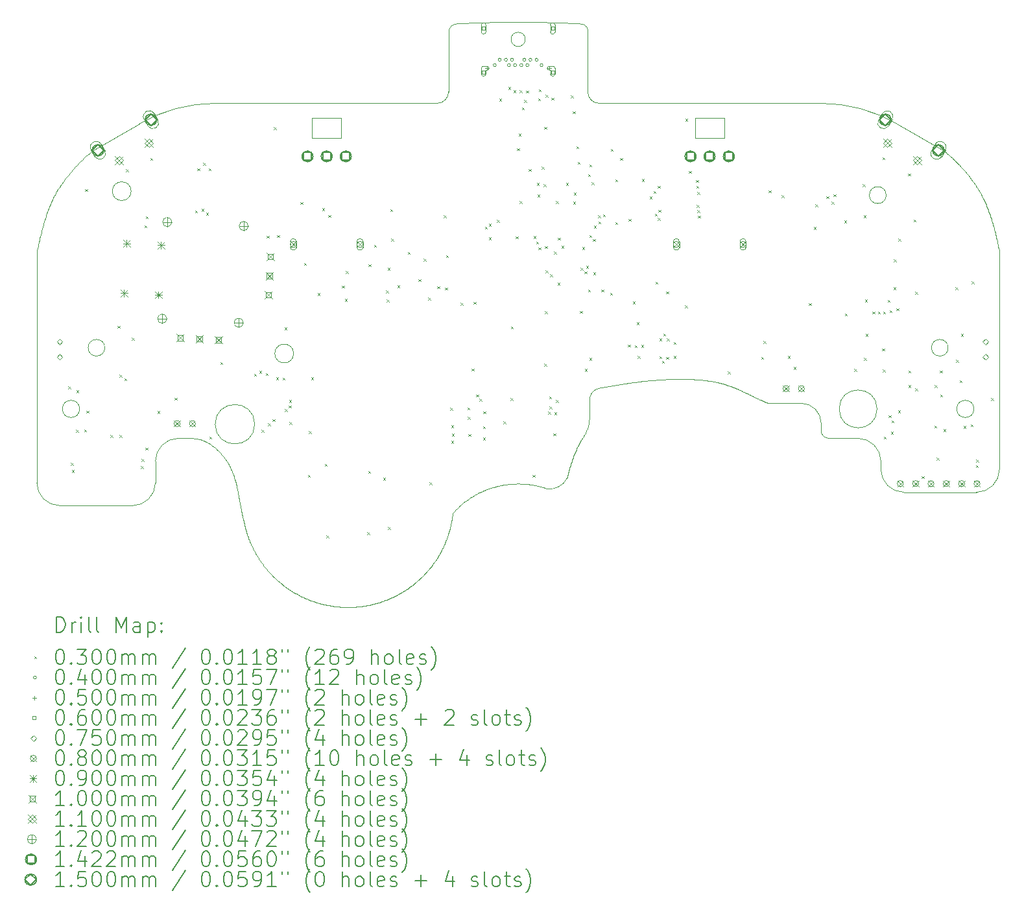
<source format=gbr>
%TF.GenerationSoftware,KiCad,Pcbnew,8.0.2*%
%TF.CreationDate,2024-10-29T10:05:40-07:00*%
%TF.ProjectId,UGC_Main_S1,5547435f-4d61-4696-9e5f-53312e6b6963,rev?*%
%TF.SameCoordinates,Original*%
%TF.FileFunction,Drillmap*%
%TF.FilePolarity,Positive*%
%FSLAX45Y45*%
G04 Gerber Fmt 4.5, Leading zero omitted, Abs format (unit mm)*
G04 Created by KiCad (PCBNEW 8.0.2) date 2024-10-29 10:05:40*
%MOMM*%
%LPD*%
G01*
G04 APERTURE LIST*
%ADD10C,0.100000*%
%ADD11C,0.010000*%
%ADD12C,0.200000*%
%ADD13C,0.110000*%
%ADD14C,0.120000*%
%ADD15C,0.142200*%
%ADD16C,0.150000*%
G04 APERTURE END LIST*
D10*
X21098524Y-8405855D02*
X21088302Y-8406441D01*
X21078113Y-8407038D01*
X21067954Y-8407645D01*
X21057826Y-8408262D01*
X21047726Y-8408890D01*
X21037655Y-8409529D01*
X21033635Y-8409788D01*
X22845042Y-13194165D02*
X22836143Y-13200574D01*
X22827754Y-13207601D01*
X22819906Y-13215214D01*
X22812631Y-13223383D01*
X22805959Y-13232075D01*
X22803874Y-13235083D01*
X28132187Y-14231648D02*
G75*
G02*
X27832187Y-14531647I-299997J-2D01*
G01*
X26884115Y-14531648D02*
G75*
G02*
X26584112Y-14231648I-5J299998D01*
G01*
X22486871Y-14347809D02*
G75*
G02*
X22225140Y-14484922I-225071J111269D01*
G01*
X20947567Y-8471615D02*
X20952276Y-8461721D01*
X20958025Y-8452422D01*
X20964759Y-8443801D01*
X20968907Y-8439335D01*
X20998554Y-8418610D02*
X21008069Y-8414842D01*
X21017900Y-8412071D01*
X21027968Y-8410316D01*
X21033635Y-8409788D01*
X21940866Y-8613913D02*
G75*
G02*
X21755866Y-8613913I-92500J0D01*
G01*
X21755866Y-8613913D02*
G75*
G02*
X21940866Y-8613913I92500J0D01*
G01*
X21848366Y-8388913D02*
X21859937Y-8388915D01*
X21871514Y-8388921D01*
X21883097Y-8388932D01*
X21894686Y-8388948D01*
X21906279Y-8388969D01*
X21917876Y-8388995D01*
X21929478Y-8389026D01*
X21941083Y-8389062D01*
X21952691Y-8389105D01*
X21964302Y-8389153D01*
X21975915Y-8389207D01*
X21987530Y-8389267D01*
X21999146Y-8389333D01*
X22010763Y-8389406D01*
X22022381Y-8389485D01*
X22033998Y-8389572D01*
X22045616Y-8389665D01*
X22057232Y-8389766D01*
X22068847Y-8389874D01*
X22080461Y-8389989D01*
X22092072Y-8390112D01*
X22103681Y-8390243D01*
X22115287Y-8390382D01*
X22126890Y-8390530D01*
X22138489Y-8390685D01*
X22150083Y-8390850D01*
X22161673Y-8391023D01*
X22173258Y-8391205D01*
X22184837Y-8391396D01*
X22196410Y-8391596D01*
X22207977Y-8391806D01*
X22219537Y-8392025D01*
X22756652Y-9299719D02*
X22756652Y-8509580D01*
X25794167Y-9449719D02*
X22906652Y-9449719D01*
X27769833Y-10447238D02*
X27777993Y-10458349D01*
X27785956Y-10469376D01*
X27793727Y-10480317D01*
X27801308Y-10491172D01*
X27808704Y-10501941D01*
X27815917Y-10512623D01*
X27822952Y-10523218D01*
X27829810Y-10533726D01*
X27836496Y-10544146D01*
X27843014Y-10554478D01*
X27849365Y-10564721D01*
X27855555Y-10574875D01*
X27861586Y-10584940D01*
X27867461Y-10594916D01*
X27873184Y-10604801D01*
X27878759Y-10614595D01*
X27884188Y-10624299D01*
X27889475Y-10633911D01*
X27894624Y-10643432D01*
X27899637Y-10652861D01*
X27904519Y-10662197D01*
X27909272Y-10671440D01*
X27913900Y-10680590D01*
X27918406Y-10689647D01*
X27927068Y-10707478D01*
X27935283Y-10724930D01*
X27943078Y-10741999D01*
X27950482Y-10758684D01*
X22803874Y-13235083D02*
X22797990Y-13244540D01*
X22792831Y-13254393D01*
X22788416Y-13264601D01*
X22784765Y-13275123D01*
X18117974Y-14270062D02*
X18111444Y-14255918D01*
X18105412Y-14242943D01*
X18099842Y-14231059D01*
X18094701Y-14220190D01*
X18089953Y-14210258D01*
X18085563Y-14201187D01*
X18079575Y-14189026D01*
X18074196Y-14178369D01*
X18069310Y-14168955D01*
X18063357Y-14157889D01*
X18057791Y-14147957D01*
X18053702Y-14140882D01*
X17757521Y-13862785D02*
X17745468Y-13858450D01*
X17734335Y-13854522D01*
X17723992Y-13850975D01*
X17714310Y-13847781D01*
X17700744Y-13843593D01*
X17687939Y-13840047D01*
X17675461Y-13837051D01*
X17662873Y-13834512D01*
X17649740Y-13832338D01*
X17635626Y-13830439D01*
X17625457Y-13829279D01*
X17614530Y-13828172D01*
X17602715Y-13827092D01*
X18269939Y-14927362D02*
X18272053Y-14937535D01*
X18274275Y-14947829D01*
X18276609Y-14958244D01*
X18279059Y-14968782D01*
X15864545Y-14706648D02*
X16812616Y-14706648D01*
X22690430Y-13821595D02*
X22695724Y-13812956D01*
X22701072Y-13804352D01*
X22701790Y-13803207D01*
X21874684Y-14420600D02*
X21864110Y-14420403D01*
X21853540Y-14420305D01*
X21848662Y-14420294D01*
X27411957Y-10073169D02*
X26791686Y-9716238D01*
X20790080Y-9449719D02*
X17902564Y-9449719D01*
X18359247Y-15207265D02*
X18363829Y-15217528D01*
X18368493Y-15227752D01*
X18373240Y-15237937D01*
X18378069Y-15248082D01*
X18382980Y-15258188D01*
X18387973Y-15268253D01*
X18393047Y-15278278D01*
X18398203Y-15288262D01*
X18403440Y-15298204D01*
X18408758Y-15308104D01*
X18412348Y-15314681D01*
X20940080Y-9299719D02*
G75*
G02*
X20790080Y-9449720I-150000J-1D01*
G01*
X19158366Y-9903440D02*
X19158366Y-9643440D01*
X25164110Y-13370061D02*
X25546418Y-13370061D01*
X21435098Y-14496662D02*
X21422898Y-14501471D01*
X21410760Y-14506420D01*
X21398686Y-14511507D01*
X21386677Y-14516731D01*
X21374733Y-14522091D01*
X21362857Y-14527588D01*
X21351049Y-14533220D01*
X21339310Y-14538987D01*
X21327642Y-14544887D01*
X21316045Y-14550921D01*
X21304521Y-14557088D01*
X21293071Y-14563386D01*
X21281696Y-14569815D01*
X21270397Y-14576375D01*
X21259175Y-14583065D01*
X21248031Y-14589884D01*
X21236967Y-14596831D01*
X21225983Y-14603906D01*
X21215081Y-14611108D01*
X21204262Y-14618436D01*
X21193526Y-14625890D01*
X21182876Y-14633469D01*
X21172312Y-14641172D01*
X21161835Y-14648998D01*
X21151447Y-14656948D01*
X21141148Y-14665020D01*
X21130940Y-14673213D01*
X21120823Y-14681527D01*
X21110800Y-14689961D01*
X21100870Y-14698515D01*
X21091036Y-14707188D01*
X21081298Y-14715978D01*
X18219411Y-14694504D02*
X18216639Y-14678878D01*
X18214092Y-14664527D01*
X18211756Y-14651365D01*
X18209614Y-14639309D01*
X18207653Y-14628274D01*
X18205856Y-14618173D01*
X18203436Y-14604591D01*
X18201301Y-14592636D01*
X18199399Y-14582021D01*
X18197136Y-14569460D01*
X18195074Y-14558095D01*
X18193586Y-14549947D01*
X25794167Y-9449719D02*
G75*
G02*
X26791687Y-9716237I3J-2000001D01*
G01*
X21848662Y-14420294D02*
X21835412Y-14420312D01*
X21822169Y-14420485D01*
X21808936Y-14420813D01*
X21795713Y-14421296D01*
X21782503Y-14421933D01*
X21769305Y-14422725D01*
X21756121Y-14423670D01*
X21742954Y-14424769D01*
X21729803Y-14426022D01*
X21716671Y-14427427D01*
X21703559Y-14428986D01*
X21690468Y-14430697D01*
X21677399Y-14432561D01*
X21664353Y-14434578D01*
X21651333Y-14436746D01*
X21638339Y-14439067D01*
X21625373Y-14441539D01*
X21612436Y-14444162D01*
X21599529Y-14446937D01*
X21586654Y-14449862D01*
X21573811Y-14452939D01*
X21561003Y-14456166D01*
X21548231Y-14459543D01*
X21535495Y-14463070D01*
X21522798Y-14466747D01*
X21510140Y-14470573D01*
X21497523Y-14474549D01*
X21484949Y-14478674D01*
X21472417Y-14482948D01*
X21459931Y-14487371D01*
X21447491Y-14491942D01*
X21435098Y-14496662D01*
X23739972Y-13059629D02*
X23763020Y-13058337D01*
X23786100Y-13057155D01*
X23809207Y-13056088D01*
X23832332Y-13055142D01*
X23855469Y-13054322D01*
X23878611Y-13053633D01*
X23901750Y-13053082D01*
X23924879Y-13052672D01*
X23947992Y-13052411D01*
X23971081Y-13052302D01*
X23994138Y-13052352D01*
X24017158Y-13052566D01*
X24040132Y-13052950D01*
X24063054Y-13053508D01*
X24085916Y-13054247D01*
X24108712Y-13055171D01*
X24131433Y-13056286D01*
X24154074Y-13057598D01*
X24176627Y-13059112D01*
X24199085Y-13060833D01*
X24221440Y-13062766D01*
X24243686Y-13064918D01*
X24265816Y-13067294D01*
X24287821Y-13069898D01*
X24309696Y-13072737D01*
X24331434Y-13075816D01*
X24353026Y-13079140D01*
X24374465Y-13082714D01*
X24395746Y-13086545D01*
X24416860Y-13090637D01*
X24437801Y-13094997D01*
X24458561Y-13099628D01*
X19509600Y-16028754D02*
X19526216Y-16030050D01*
X19542837Y-16031144D01*
X19559462Y-16032037D01*
X19576088Y-16032728D01*
X19592714Y-16033218D01*
X19609337Y-16033508D01*
X19625957Y-16033596D01*
X19642571Y-16033485D01*
X19659177Y-16033173D01*
X19675774Y-16032660D01*
X19692360Y-16031948D01*
X19708933Y-16031037D01*
X19725491Y-16029926D01*
X19742032Y-16028615D01*
X19758556Y-16027106D01*
X19775059Y-16025397D01*
X19791541Y-16023490D01*
X19807998Y-16021384D01*
X19824430Y-16019080D01*
X19840835Y-16016578D01*
X19857211Y-16013878D01*
X19873556Y-16010981D01*
X19889868Y-16007886D01*
X19906146Y-16004593D01*
X19922388Y-16001104D01*
X19938591Y-15997417D01*
X19954755Y-15993534D01*
X19970877Y-15989455D01*
X19986955Y-15985179D01*
X20002989Y-15980707D01*
X20018975Y-15976039D01*
X20034912Y-15971175D01*
X21081298Y-14715978D02*
X21073796Y-14722892D01*
X21066360Y-14729870D01*
X21058990Y-14736912D01*
X21051686Y-14744018D01*
X21044450Y-14751187D01*
X21037281Y-14758418D01*
X21030180Y-14765711D01*
X21023146Y-14773066D01*
X22778204Y-13537548D02*
X22778031Y-13550691D01*
X22777513Y-13563815D01*
X22776651Y-13576913D01*
X22775447Y-13589979D01*
X22773900Y-13603006D01*
X22772012Y-13615987D01*
X22769784Y-13628916D01*
X22767217Y-13641785D01*
X22764312Y-13654589D01*
X22761069Y-13667320D01*
X22758721Y-13675763D01*
X17112616Y-14406648D02*
X17112616Y-14127092D01*
X22219537Y-8392025D02*
X22231398Y-8392261D01*
X22243258Y-8392507D01*
X22255117Y-8392764D01*
X22266976Y-8393031D01*
X22278834Y-8393311D01*
X22290690Y-8393601D01*
X22302546Y-8393903D01*
X22314400Y-8394217D01*
X22326253Y-8394543D01*
X22338104Y-8394882D01*
X22349954Y-8395233D01*
X22361801Y-8395596D01*
X22373647Y-8395973D01*
X22385491Y-8396362D01*
X22397333Y-8396765D01*
X22409173Y-8397182D01*
X22421010Y-8397612D01*
X22432845Y-8398056D01*
X22444677Y-8398514D01*
X22456506Y-8398987D01*
X22468333Y-8399474D01*
X22480157Y-8399976D01*
X22491978Y-8400493D01*
X22503795Y-8401025D01*
X22515609Y-8401573D01*
X22527420Y-8402136D01*
X22539228Y-8402715D01*
X22551031Y-8403310D01*
X22562831Y-8403921D01*
X22574627Y-8404549D01*
X22586419Y-8405193D01*
X22598207Y-8405855D01*
X22898663Y-13171939D02*
X22923786Y-13166937D01*
X22949000Y-13162009D01*
X22974303Y-13157157D01*
X22999694Y-13152382D01*
X23025170Y-13147688D01*
X23050731Y-13143076D01*
X23076375Y-13138549D01*
X23102100Y-13134109D01*
X23127905Y-13129758D01*
X23153788Y-13125499D01*
X23179748Y-13121334D01*
X23205784Y-13117265D01*
X23231893Y-13113295D01*
X23258074Y-13109426D01*
X23284327Y-13105659D01*
X23310648Y-13101999D01*
X23337038Y-13098445D01*
X23363493Y-13095002D01*
X23390013Y-13091671D01*
X23416597Y-13088455D01*
X23443242Y-13085355D01*
X23469947Y-13082375D01*
X23496711Y-13079516D01*
X23523532Y-13076781D01*
X23550408Y-13074172D01*
X23577339Y-13071691D01*
X23604322Y-13069341D01*
X23631356Y-13067123D01*
X23658440Y-13065041D01*
X23685571Y-13063096D01*
X23712749Y-13061291D01*
X23739972Y-13059629D01*
X16905045Y-9716238D02*
G75*
G02*
X17902564Y-9449720I997515J-1733472D01*
G01*
X25903918Y-13827092D02*
G75*
G02*
X25803918Y-13727092I2J100002D01*
G01*
X18407813Y-13642561D02*
G75*
G02*
X17892813Y-13642561I-257500J0D01*
G01*
X17892813Y-13642561D02*
G75*
G02*
X18407813Y-13642561I257500J0D01*
G01*
X17412616Y-13827092D02*
X17602715Y-13827092D01*
X18053702Y-14140882D02*
X18044899Y-14128103D01*
X18036782Y-14116391D01*
X18029303Y-14105676D01*
X18022415Y-14095889D01*
X18016071Y-14086960D01*
X18010224Y-14078819D01*
X18002282Y-14067932D01*
X17995194Y-14058427D01*
X17988799Y-14050068D01*
X17981078Y-14040300D01*
X17973930Y-14031593D01*
X17968719Y-14025425D01*
X22225140Y-14484921D02*
X22214573Y-14481244D01*
X22203973Y-14477673D01*
X22193341Y-14474208D01*
X22182678Y-14470849D01*
X22171985Y-14467597D01*
X22161262Y-14464451D01*
X22150510Y-14461412D01*
X22139730Y-14458479D01*
X22128923Y-14455654D01*
X22118089Y-14452935D01*
X22107230Y-14450324D01*
X22096346Y-14447821D01*
X22085438Y-14445425D01*
X22074507Y-14443138D01*
X22063553Y-14440958D01*
X22052578Y-14438886D01*
X22041582Y-14436923D01*
X22030566Y-14435069D01*
X22019530Y-14433323D01*
X22008477Y-14431686D01*
X21997405Y-14430158D01*
X21986317Y-14428739D01*
X21975213Y-14427430D01*
X21964093Y-14426230D01*
X21952959Y-14425141D01*
X21941812Y-14424161D01*
X21930651Y-14423291D01*
X21919479Y-14422531D01*
X21908295Y-14421882D01*
X21897101Y-14421344D01*
X21885897Y-14420916D01*
X21874684Y-14420600D01*
X22486871Y-14347809D02*
X22490396Y-14330438D01*
X22494109Y-14313106D01*
X22498009Y-14295815D01*
X22502095Y-14278567D01*
X22506368Y-14261365D01*
X22510826Y-14244209D01*
X22515470Y-14227104D01*
X22520298Y-14210050D01*
X22525310Y-14193049D01*
X22530506Y-14176104D01*
X22535886Y-14159217D01*
X22541449Y-14142389D01*
X22547194Y-14125624D01*
X22553121Y-14108922D01*
X22559230Y-14092287D01*
X22565520Y-14075719D01*
X22571990Y-14059222D01*
X22578641Y-14042797D01*
X22585472Y-14026446D01*
X22592482Y-14010172D01*
X22599671Y-13993976D01*
X22607039Y-13977861D01*
X22614584Y-13961828D01*
X22622307Y-13945880D01*
X22630207Y-13930019D01*
X22638284Y-13914247D01*
X22646537Y-13898565D01*
X22654966Y-13882977D01*
X22663570Y-13867483D01*
X22672349Y-13852087D01*
X22681303Y-13836790D01*
X22690430Y-13821595D01*
X17112616Y-14127092D02*
G75*
G02*
X17412616Y-13827096I299994J2D01*
G01*
X22598207Y-8405855D02*
X22608429Y-8406441D01*
X22618619Y-8407038D01*
X22628777Y-8407645D01*
X22638906Y-8408262D01*
X22649005Y-8408890D01*
X22659076Y-8409529D01*
X22663097Y-8409788D01*
X15564545Y-11397080D02*
X15564545Y-14406648D01*
X24897780Y-13271849D02*
X24908160Y-13277132D01*
X24918405Y-13282320D01*
X24928516Y-13287407D01*
X24938493Y-13292390D01*
X24948335Y-13297263D01*
X24958044Y-13302022D01*
X24967619Y-13306661D01*
X24977061Y-13311177D01*
X24986369Y-13315564D01*
X24995545Y-13319817D01*
X25013497Y-13327905D01*
X25030919Y-13335403D01*
X25047813Y-13342273D01*
X25064179Y-13348476D01*
X25080020Y-13353975D01*
X25095336Y-13358732D01*
X25110130Y-13362710D01*
X25124403Y-13365869D01*
X25138156Y-13368173D01*
X25151391Y-13369583D01*
X25164110Y-13370061D01*
X15564545Y-11397080D02*
X15570092Y-11369428D01*
X15575662Y-11342160D01*
X15581263Y-11315269D01*
X15586902Y-11288748D01*
X15592586Y-11262589D01*
X15598323Y-11236786D01*
X15604120Y-11211331D01*
X15609984Y-11186216D01*
X15615922Y-11161435D01*
X15621942Y-11136980D01*
X15628051Y-11112845D01*
X15634256Y-11089021D01*
X15640565Y-11065502D01*
X15646985Y-11042280D01*
X15653523Y-11019349D01*
X15660186Y-10996700D01*
X15666982Y-10974327D01*
X15673918Y-10952222D01*
X15681002Y-10930379D01*
X15688240Y-10908790D01*
X15695640Y-10887447D01*
X15703209Y-10866344D01*
X15710955Y-10845473D01*
X15718884Y-10824827D01*
X15727004Y-10804399D01*
X15735323Y-10784181D01*
X15743848Y-10764167D01*
X15752585Y-10744348D01*
X15761542Y-10724719D01*
X15770727Y-10705271D01*
X15780147Y-10685998D01*
X15789809Y-10666892D01*
X20990026Y-14842116D02*
X20991388Y-14832153D01*
X20992751Y-14822189D01*
X20994113Y-14812225D01*
X20995476Y-14802262D01*
X22898663Y-13171939D02*
X22887997Y-13174490D01*
X22877568Y-13177806D01*
X22867417Y-13181870D01*
X22857586Y-13186664D01*
X22848113Y-13192173D01*
X22845042Y-13194165D01*
X16451966Y-12643440D02*
G75*
G02*
X16234765Y-12643440I-108600J0D01*
G01*
X16234765Y-12643440D02*
G75*
G02*
X16451966Y-12643440I108600J0D01*
G01*
X17867504Y-13930354D02*
X17855728Y-13922476D01*
X17844902Y-13915288D01*
X17834963Y-13908746D01*
X17825847Y-13902808D01*
X17813577Y-13894937D01*
X17802803Y-13888180D01*
X17793308Y-13882388D01*
X17782268Y-13875915D01*
X17772614Y-13870551D01*
X17761718Y-13864875D01*
X17757521Y-13862785D01*
X22758721Y-13675763D02*
X22754921Y-13688346D01*
X22750796Y-13700816D01*
X22746347Y-13713165D01*
X22741578Y-13725389D01*
X22736490Y-13737481D01*
X22731087Y-13749435D01*
X22725372Y-13761244D01*
X22719348Y-13772902D01*
X22713016Y-13784403D01*
X22706381Y-13795742D01*
X22701790Y-13803207D01*
X20510027Y-15711577D02*
X20522986Y-15700573D01*
X20535801Y-15689416D01*
X20548471Y-15678108D01*
X20560994Y-15666651D01*
X20573370Y-15655045D01*
X20585597Y-15643293D01*
X20597674Y-15631395D01*
X20609600Y-15619354D01*
X20621373Y-15607171D01*
X20632993Y-15594848D01*
X20644458Y-15582385D01*
X20655767Y-15569785D01*
X20666918Y-15557048D01*
X20677911Y-15544178D01*
X20688745Y-15531174D01*
X20699417Y-15518039D01*
X20709928Y-15504773D01*
X20720275Y-15491379D01*
X20730458Y-15477859D01*
X20740475Y-15464212D01*
X20750325Y-15450442D01*
X20760007Y-15436549D01*
X20769520Y-15422535D01*
X20778862Y-15408402D01*
X20788032Y-15394151D01*
X20797030Y-15379784D01*
X20805853Y-15365301D01*
X20814502Y-15350705D01*
X20822973Y-15335997D01*
X20831267Y-15321179D01*
X20839382Y-15306252D01*
X20847317Y-15291217D01*
X27411957Y-10073169D02*
X27424224Y-10083546D01*
X27436451Y-10094017D01*
X27448636Y-10104578D01*
X27460775Y-10115231D01*
X27472866Y-10125973D01*
X27484905Y-10136804D01*
X27496889Y-10147724D01*
X27508815Y-10158732D01*
X27520681Y-10169827D01*
X27532482Y-10181008D01*
X27544217Y-10192274D01*
X27555882Y-10203625D01*
X27567474Y-10215059D01*
X27578990Y-10226577D01*
X27590427Y-10238177D01*
X27601782Y-10249859D01*
X27613052Y-10261621D01*
X27624233Y-10273464D01*
X27635324Y-10285386D01*
X27646321Y-10297386D01*
X27657220Y-10309464D01*
X27668019Y-10321619D01*
X27678715Y-10333851D01*
X27689305Y-10346158D01*
X27699785Y-10358539D01*
X27710153Y-10370995D01*
X27720406Y-10383523D01*
X27730540Y-10396124D01*
X27740553Y-10408797D01*
X27750442Y-10421541D01*
X27760203Y-10434355D01*
X27769833Y-10447238D01*
X19020879Y-15894144D02*
X19035277Y-15901058D01*
X19049747Y-15907802D01*
X19064286Y-15914375D01*
X19078895Y-15920777D01*
X19093570Y-15927008D01*
X19108311Y-15933066D01*
X19123115Y-15938952D01*
X19137982Y-15944665D01*
X19152910Y-15950205D01*
X19167898Y-15955571D01*
X19182943Y-15960762D01*
X19198045Y-15965779D01*
X19213202Y-15970621D01*
X19228412Y-15975287D01*
X19243674Y-15979777D01*
X19258986Y-15984091D01*
X19274347Y-15988228D01*
X19289755Y-15992187D01*
X19305210Y-15995969D01*
X19320708Y-15999572D01*
X19336250Y-16002997D01*
X19351833Y-16006243D01*
X19367455Y-16009309D01*
X19383116Y-16012196D01*
X19398814Y-16014902D01*
X19414547Y-16017427D01*
X19430313Y-16019770D01*
X19446112Y-16021932D01*
X19461942Y-16023912D01*
X19477800Y-16025710D01*
X19493687Y-16027324D01*
X19509600Y-16028754D01*
X16795206Y-10597780D02*
G75*
G02*
X16550206Y-10597780I-122500J0D01*
G01*
X16550206Y-10597780D02*
G75*
G02*
X16795206Y-10597780I122500J0D01*
G01*
X18248300Y-14839945D02*
X18245057Y-14824242D01*
X18242089Y-14809818D01*
X18239379Y-14796589D01*
X18236908Y-14784469D01*
X18234659Y-14773373D01*
X18232613Y-14763215D01*
X18229888Y-14749552D01*
X18227519Y-14737521D01*
X18225448Y-14726835D01*
X18223042Y-14714180D01*
X18220913Y-14702722D01*
X18219411Y-14694504D01*
X24458561Y-13099628D02*
X24474564Y-13103430D01*
X24490430Y-13107411D01*
X24506157Y-13111565D01*
X24521744Y-13115882D01*
X24537191Y-13120357D01*
X24552496Y-13124979D01*
X24567659Y-13129743D01*
X24582678Y-13134640D01*
X24597553Y-13139662D01*
X24612283Y-13144802D01*
X24626867Y-13150051D01*
X24641304Y-13155403D01*
X24655593Y-13160848D01*
X24669733Y-13166380D01*
X24683724Y-13171991D01*
X24697564Y-13177672D01*
X24711252Y-13183417D01*
X24724788Y-13189216D01*
X24738171Y-13195063D01*
X24751399Y-13200950D01*
X24764472Y-13206869D01*
X24777390Y-13212811D01*
X24790150Y-13218770D01*
X24802752Y-13224738D01*
X24815196Y-13230706D01*
X24827480Y-13236667D01*
X24839604Y-13242613D01*
X24851565Y-13248537D01*
X24863365Y-13254430D01*
X24875001Y-13260285D01*
X24886473Y-13266094D01*
X24897780Y-13271849D01*
X18279059Y-14968782D02*
X18282765Y-14984053D01*
X18286648Y-14999282D01*
X18290707Y-15014467D01*
X18294941Y-15029607D01*
X18299349Y-15044700D01*
X18303932Y-15059746D01*
X18308689Y-15074742D01*
X18313620Y-15089687D01*
X18318723Y-15104581D01*
X18323998Y-15119421D01*
X18329446Y-15134207D01*
X18335065Y-15148936D01*
X18340855Y-15163608D01*
X18346816Y-15178221D01*
X18352947Y-15192774D01*
X18359247Y-15207265D01*
X24158366Y-9903440D02*
X24158366Y-9643440D01*
X20859124Y-15267973D02*
X20865185Y-15255600D01*
X20871120Y-15243172D01*
X20876929Y-15230690D01*
X20882611Y-15218155D01*
X20888166Y-15205567D01*
X20893593Y-15192928D01*
X20898893Y-15180238D01*
X20904065Y-15167500D01*
X20909108Y-15154712D01*
X20914023Y-15141878D01*
X20918809Y-15128996D01*
X20923466Y-15116070D01*
X20927993Y-15103099D01*
X20932390Y-15090084D01*
X20936658Y-15077027D01*
X20940794Y-15063928D01*
X20944800Y-15050788D01*
X20948676Y-15037610D01*
X20952419Y-15024392D01*
X20956031Y-15011137D01*
X20959511Y-14997845D01*
X20962859Y-14984517D01*
X20966075Y-14971155D01*
X20969157Y-14957759D01*
X20972106Y-14944330D01*
X20974922Y-14930870D01*
X20977604Y-14917378D01*
X20980152Y-14903857D01*
X20982565Y-14890307D01*
X20984844Y-14876730D01*
X20986988Y-14863125D01*
X20988997Y-14849494D01*
X25803918Y-13627561D02*
X25803918Y-13727092D01*
X27799073Y-13442726D02*
G75*
G02*
X27574073Y-13442726I-112500J0D01*
G01*
X27574073Y-13442726D02*
G75*
G02*
X27799073Y-13442726I112500J0D01*
G01*
X26584115Y-14127092D02*
X26584115Y-14231648D01*
X25903918Y-13827092D02*
X26284115Y-13827092D01*
X26884115Y-14531648D02*
X27832187Y-14531648D01*
X18412348Y-15314681D02*
X18417908Y-15324684D01*
X18423551Y-15334643D01*
X18429277Y-15344556D01*
X18435085Y-15354424D01*
X18440975Y-15364246D01*
X18446947Y-15374021D01*
X18453000Y-15383749D01*
X18459135Y-15393429D01*
X18465352Y-15403062D01*
X18471649Y-15412646D01*
X18478028Y-15422180D01*
X18484486Y-15431666D01*
X18491026Y-15441101D01*
X18497645Y-15450485D01*
X18504345Y-15459818D01*
X18511124Y-15469100D01*
X18517983Y-15478330D01*
X18524921Y-15487507D01*
X18531938Y-15496630D01*
X18539034Y-15505701D01*
X18546209Y-15514717D01*
X18553462Y-15523678D01*
X18560794Y-15532585D01*
X18568203Y-15541435D01*
X18575691Y-15550230D01*
X18583256Y-15558968D01*
X18590898Y-15567649D01*
X18598618Y-15576272D01*
X18606415Y-15584837D01*
X18614288Y-15593344D01*
X18622238Y-15601791D01*
X18630264Y-15610179D01*
X16122659Y-13442726D02*
G75*
G02*
X15897659Y-13442726I-112500J0D01*
G01*
X15897659Y-13442726D02*
G75*
G02*
X16122659Y-13442726I112500J0D01*
G01*
X18162574Y-14407659D02*
X18158089Y-14392692D01*
X18153943Y-14378953D01*
X18150111Y-14366362D01*
X18146569Y-14354836D01*
X18143294Y-14344296D01*
X18140261Y-14334658D01*
X18136114Y-14321717D01*
X18132377Y-14310351D01*
X18128969Y-14300285D01*
X18124796Y-14288411D01*
X18120871Y-14277710D01*
X18117974Y-14270062D01*
X18916526Y-12719100D02*
G75*
G02*
X18671526Y-12719100I-122500J0D01*
G01*
X18671526Y-12719100D02*
G75*
G02*
X18916526Y-12719100I122500J0D01*
G01*
X20940080Y-8509580D02*
X20940080Y-9299719D01*
X21023146Y-14773066D02*
X21016229Y-14780365D01*
X21009311Y-14787664D01*
X21002393Y-14794963D01*
X20995476Y-14802262D01*
X27950482Y-10758684D02*
X27957443Y-10774807D01*
X27964276Y-10791069D01*
X27970984Y-10807479D01*
X27977574Y-10824048D01*
X27984048Y-10840788D01*
X27990412Y-10857709D01*
X27996670Y-10874823D01*
X28002828Y-10892139D01*
X28008888Y-10909670D01*
X28014857Y-10927425D01*
X28020739Y-10945416D01*
X28026537Y-10963655D01*
X28032258Y-10982151D01*
X28037904Y-11000915D01*
X28043482Y-11019960D01*
X28048995Y-11039294D01*
X28054449Y-11058931D01*
X28059847Y-11078879D01*
X28065195Y-11099151D01*
X28070496Y-11119757D01*
X28075756Y-11140709D01*
X28080979Y-11162016D01*
X28086170Y-11183691D01*
X28091332Y-11205743D01*
X28096472Y-11228185D01*
X28101593Y-11251026D01*
X28106700Y-11274277D01*
X28111798Y-11297951D01*
X28116891Y-11322057D01*
X28121984Y-11346607D01*
X28127081Y-11371611D01*
X28132187Y-11397080D01*
X24538366Y-9643440D02*
X24538366Y-9903440D01*
X28132187Y-14231648D02*
X28132187Y-11397080D01*
X22906652Y-9449719D02*
G75*
G02*
X22756651Y-9299719I-2J149999D01*
G01*
X25546418Y-13370061D02*
G75*
G02*
X25803918Y-13627561I2J-257499D01*
G01*
X20940080Y-8509580D02*
X20940680Y-8498639D01*
X20942468Y-8487854D01*
X20945426Y-8477321D01*
X20947567Y-8471615D01*
X15789809Y-10666892D02*
X15795602Y-10655742D01*
X15801848Y-10643968D01*
X15808564Y-10631585D01*
X15815768Y-10618608D01*
X15823477Y-10605051D01*
X15831707Y-10590928D01*
X15840476Y-10576255D01*
X15849800Y-10561046D01*
X15859698Y-10545315D01*
X15870185Y-10529077D01*
X15881280Y-10512347D01*
X15892999Y-10495139D01*
X15905359Y-10477469D01*
X15918377Y-10459350D01*
X15932071Y-10440797D01*
X15946457Y-10421824D01*
X15961553Y-10402447D01*
X15977376Y-10382680D01*
X15993943Y-10362538D01*
X16011270Y-10342035D01*
X16029376Y-10321185D01*
X16048276Y-10300004D01*
X16067989Y-10278506D01*
X16088532Y-10256706D01*
X16109920Y-10234618D01*
X16132172Y-10212256D01*
X16155305Y-10189636D01*
X16179335Y-10166772D01*
X16204280Y-10143679D01*
X16230157Y-10120371D01*
X16256983Y-10096862D01*
X16284775Y-10073169D01*
X16905045Y-9716238D02*
X16284775Y-10073169D01*
X19538366Y-9643440D02*
X19538366Y-9903440D01*
X22750109Y-8474004D02*
X22753256Y-8483742D01*
X22755388Y-8493731D01*
X22756490Y-8503891D01*
X22756652Y-8509580D01*
X17112616Y-14406648D02*
G75*
G02*
X16812616Y-14706646I-299996J-2D01*
G01*
X19538366Y-9903440D02*
X19158366Y-9903440D01*
X18269939Y-14927362D02*
X18267068Y-14916432D01*
X18264245Y-14905503D01*
X18261469Y-14894575D01*
X18258740Y-14883647D01*
X18256059Y-14872721D01*
X18253426Y-14861795D01*
X18250839Y-14850870D01*
X18248300Y-14839945D01*
X22778204Y-13537548D02*
X22778204Y-13319001D01*
X24158366Y-9643440D02*
X24538366Y-9643440D01*
X22731338Y-8443082D02*
X22737743Y-8451064D01*
X22743289Y-8459641D01*
X22747934Y-8468744D01*
X22750109Y-8474004D01*
X24538366Y-9903440D02*
X24158366Y-9903440D01*
X22700500Y-8419706D02*
X22710070Y-8425043D01*
X22718979Y-8431380D01*
X22727148Y-8438656D01*
X22731338Y-8443082D01*
X15864545Y-14706648D02*
G75*
G02*
X15564542Y-14406648I5J300008D01*
G01*
X20988997Y-14849494D02*
X20990026Y-14842116D01*
X21848366Y-8388913D02*
X21836794Y-8388915D01*
X21825217Y-8388921D01*
X21813634Y-8388932D01*
X21802046Y-8388948D01*
X21790453Y-8388969D01*
X21778855Y-8388995D01*
X21767254Y-8389026D01*
X21755649Y-8389062D01*
X21744040Y-8389105D01*
X21732430Y-8389153D01*
X21720817Y-8389207D01*
X21709202Y-8389267D01*
X21697586Y-8389333D01*
X21685968Y-8389406D01*
X21674351Y-8389485D01*
X21662733Y-8389572D01*
X21651116Y-8389665D01*
X21639499Y-8389766D01*
X21627884Y-8389874D01*
X21616270Y-8389989D01*
X21604659Y-8390112D01*
X21593050Y-8390243D01*
X21581444Y-8390382D01*
X21569841Y-8390530D01*
X21558243Y-8390685D01*
X21546648Y-8390850D01*
X21535058Y-8391023D01*
X21523473Y-8391205D01*
X21511894Y-8391396D01*
X21500321Y-8391596D01*
X21488754Y-8391806D01*
X21477195Y-8392025D01*
X26534073Y-13442726D02*
G75*
G02*
X26039073Y-13442726I-247500J0D01*
G01*
X26039073Y-13442726D02*
G75*
G02*
X26534073Y-13442726I247500J0D01*
G01*
X26653366Y-10649440D02*
G75*
G02*
X26433366Y-10649440I-110000J0D01*
G01*
X26433366Y-10649440D02*
G75*
G02*
X26653366Y-10649440I110000J0D01*
G01*
X18193586Y-14549947D02*
X18190421Y-14534531D01*
X18187499Y-14520375D01*
X18184804Y-14507397D01*
X18182318Y-14495511D01*
X18180024Y-14484634D01*
X18177906Y-14474684D01*
X18175019Y-14461310D01*
X18172429Y-14449547D01*
X18170078Y-14439114D01*
X18167217Y-14426781D01*
X18164541Y-14415638D01*
X18162574Y-14407659D01*
X18630264Y-15610179D02*
X18640879Y-15621060D01*
X18651607Y-15631820D01*
X18662448Y-15642458D01*
X18673400Y-15652974D01*
X18684462Y-15663366D01*
X18695633Y-15673633D01*
X18706913Y-15683775D01*
X18718299Y-15693791D01*
X18729792Y-15703680D01*
X18741389Y-15713441D01*
X18753091Y-15723074D01*
X18764895Y-15732577D01*
X18776800Y-15741949D01*
X18788807Y-15751191D01*
X18800912Y-15760300D01*
X18813116Y-15769277D01*
X18825418Y-15778120D01*
X18837815Y-15786828D01*
X18850308Y-15795401D01*
X18862895Y-15803838D01*
X18875574Y-15812137D01*
X18888346Y-15820299D01*
X18901209Y-15828322D01*
X18914161Y-15836205D01*
X18927202Y-15843948D01*
X18940330Y-15851549D01*
X18953545Y-15859009D01*
X18966845Y-15866325D01*
X18980230Y-15873498D01*
X18993698Y-15880526D01*
X19007248Y-15887408D01*
X19020879Y-15894144D01*
X21477195Y-8392025D02*
X21465334Y-8392261D01*
X21453474Y-8392507D01*
X21441614Y-8392764D01*
X21429755Y-8393031D01*
X21417898Y-8393311D01*
X21406041Y-8393601D01*
X21394186Y-8393903D01*
X21382331Y-8394217D01*
X21370479Y-8394543D01*
X21358627Y-8394882D01*
X21346778Y-8395233D01*
X21334930Y-8395596D01*
X21323084Y-8395973D01*
X21311240Y-8396362D01*
X21299398Y-8396765D01*
X21287559Y-8397182D01*
X21275721Y-8397612D01*
X21263887Y-8398056D01*
X21252054Y-8398514D01*
X21240225Y-8398987D01*
X21228398Y-8399474D01*
X21216574Y-8399976D01*
X21204754Y-8400493D01*
X21192936Y-8401025D01*
X21181122Y-8401573D01*
X21169311Y-8402136D01*
X21157504Y-8402715D01*
X21145700Y-8403310D01*
X21133900Y-8403921D01*
X21122104Y-8404549D01*
X21110312Y-8405193D01*
X21098524Y-8405855D01*
X20034912Y-15971175D02*
X20051188Y-15965989D01*
X20067388Y-15960606D01*
X20083512Y-15955024D01*
X20099557Y-15949247D01*
X20115522Y-15943274D01*
X20131405Y-15937106D01*
X20147204Y-15930745D01*
X20162919Y-15924192D01*
X20178546Y-15917446D01*
X20194085Y-15910510D01*
X20209533Y-15903385D01*
X20224889Y-15896070D01*
X20240151Y-15888567D01*
X20255318Y-15880878D01*
X20270387Y-15873002D01*
X20285358Y-15864942D01*
X20300227Y-15856697D01*
X20314995Y-15848269D01*
X20329658Y-15839659D01*
X20344215Y-15830868D01*
X20358665Y-15821897D01*
X20373006Y-15812746D01*
X20387235Y-15803416D01*
X20401352Y-15793909D01*
X20415355Y-15784226D01*
X20429242Y-15774367D01*
X20443010Y-15764333D01*
X20456660Y-15754125D01*
X20470187Y-15743745D01*
X20483593Y-15733193D01*
X20496873Y-15722470D01*
X20510027Y-15711577D01*
X17968719Y-14025425D02*
X17958040Y-14014711D01*
X17948209Y-14004907D01*
X17939170Y-13995955D01*
X17930864Y-13987795D01*
X17923234Y-13980369D01*
X17912931Y-13970479D01*
X17903826Y-13961910D01*
X17895726Y-13954464D01*
X17886153Y-13945942D01*
X17877562Y-13938597D01*
X17869493Y-13931958D01*
X17867504Y-13930354D01*
X19158366Y-9643440D02*
X19538366Y-9643440D01*
X20847317Y-15291217D02*
X20852167Y-15281799D01*
X20856944Y-15272347D01*
X20859124Y-15267973D01*
X20968907Y-8439335D02*
X20976459Y-8432428D01*
X20984661Y-8426341D01*
X20993446Y-8421120D01*
X20998554Y-8418610D01*
X22663097Y-8409788D02*
X22673976Y-8411092D01*
X22684624Y-8413572D01*
X22694944Y-8417202D01*
X22700500Y-8419706D01*
X26284115Y-13827092D02*
G75*
G02*
X26584118Y-14127092I5J-299998D01*
G01*
X27461966Y-12643440D02*
G75*
G02*
X27244765Y-12643440I-108600J0D01*
G01*
X27244765Y-12643440D02*
G75*
G02*
X27461966Y-12643440I108600J0D01*
G01*
X22784765Y-13275123D02*
X22781904Y-13285887D01*
X22779853Y-13296818D01*
X22778617Y-13307872D01*
X22778204Y-13319001D01*
D11*
X22328364Y-9065440D02*
G75*
G02*
X22268364Y-9065440I-30000J0D01*
G01*
X22298364Y-8965440D02*
G75*
G02*
X22328364Y-8990440I2500J-27500D01*
G01*
X22253364Y-9015440D02*
G75*
G02*
X22253364Y-8965440I0J25000D01*
G01*
X21443364Y-8965440D02*
G75*
G02*
X21443364Y-9015440I0J-25000D01*
G01*
X21428364Y-9065440D02*
G75*
G02*
X21368364Y-9065440I-30000J0D01*
G01*
X21368364Y-8990440D02*
G75*
G02*
X21398364Y-8965440I27500J-2500D01*
G01*
X22328364Y-8990440D02*
X22328364Y-9065440D01*
X22268364Y-9065440D02*
X22268364Y-9015440D01*
X22268364Y-9015440D02*
X22253364Y-9015440D01*
X22253364Y-8965440D02*
X22298364Y-8965440D01*
X21443364Y-9015440D02*
X21428364Y-9015440D01*
X21428364Y-9015440D02*
X21428364Y-9065440D01*
X21398364Y-8965440D02*
X21443364Y-8965440D01*
X21368364Y-9065440D02*
X21368364Y-8990440D01*
D12*
D10*
X15974300Y-13147280D02*
X16004300Y-13177280D01*
X16004300Y-13147280D02*
X15974300Y-13177280D01*
X16007320Y-14148040D02*
X16037320Y-14178040D01*
X16037320Y-14148040D02*
X16007320Y-14178040D01*
X16020020Y-14242020D02*
X16050020Y-14272020D01*
X16050020Y-14242020D02*
X16020020Y-14272020D01*
X16075900Y-13716240D02*
X16105900Y-13746240D01*
X16105900Y-13716240D02*
X16075900Y-13746240D01*
X16080980Y-13198080D02*
X16110980Y-13228080D01*
X16110980Y-13198080D02*
X16080980Y-13228080D01*
X16180040Y-13711160D02*
X16210040Y-13741160D01*
X16210040Y-13711160D02*
X16180040Y-13741160D01*
X16195280Y-10571720D02*
X16225280Y-10601720D01*
X16225280Y-10571720D02*
X16195280Y-10601720D01*
X16210520Y-13467320D02*
X16240520Y-13497320D01*
X16240520Y-13467320D02*
X16210520Y-13497320D01*
X16526026Y-13783853D02*
X16556026Y-13813853D01*
X16556026Y-13783853D02*
X16526026Y-13813853D01*
X16619460Y-12354800D02*
X16649460Y-12384800D01*
X16649460Y-12354800D02*
X16619460Y-12384800D01*
X16641900Y-13784699D02*
X16671900Y-13814699D01*
X16671900Y-13784699D02*
X16641900Y-13814699D01*
X16644860Y-12997420D02*
X16674860Y-13027420D01*
X16674860Y-12997420D02*
X16644860Y-13027420D01*
X16708360Y-13043140D02*
X16738360Y-13073140D01*
X16738360Y-13043140D02*
X16708360Y-13073140D01*
X16726140Y-10310100D02*
X16756140Y-10340100D01*
X16756140Y-10310100D02*
X16726140Y-10340100D01*
X16804880Y-12512280D02*
X16834880Y-12542280D01*
X16834880Y-12512280D02*
X16804880Y-12542280D01*
X16921720Y-14188680D02*
X16951720Y-14218680D01*
X16951720Y-14188680D02*
X16921720Y-14218680D01*
X16929340Y-14097240D02*
X16959340Y-14127240D01*
X16959340Y-14097240D02*
X16929340Y-14127240D01*
X16969980Y-11043361D02*
X16999980Y-11073361D01*
X16999980Y-11043361D02*
X16969980Y-11073361D01*
X16980140Y-13947380D02*
X17010140Y-13977380D01*
X17010140Y-13947380D02*
X16980140Y-13977380D01*
X16985220Y-10927320D02*
X17015220Y-10957320D01*
X17015220Y-10927320D02*
X16985220Y-10957320D01*
X17046180Y-10165320D02*
X17076180Y-10195320D01*
X17076180Y-10165320D02*
X17046180Y-10195320D01*
X17140160Y-13469860D02*
X17170160Y-13499860D01*
X17170160Y-13469860D02*
X17140160Y-13499860D01*
X17363680Y-13294600D02*
X17393680Y-13324600D01*
X17393680Y-13294600D02*
X17363680Y-13324600D01*
X17630380Y-10848580D02*
X17660380Y-10878580D01*
X17660380Y-10848580D02*
X17630380Y-10878580D01*
X17660860Y-10297400D02*
X17690860Y-10327400D01*
X17690860Y-10297400D02*
X17660860Y-10327400D01*
X17714200Y-10828260D02*
X17744200Y-10858260D01*
X17744200Y-10828260D02*
X17714200Y-10858260D01*
X17734520Y-10228820D02*
X17764520Y-10258820D01*
X17764520Y-10228820D02*
X17734520Y-10258820D01*
X17772620Y-10879060D02*
X17802620Y-10909060D01*
X17802620Y-10879060D02*
X17772620Y-10909060D01*
X17808180Y-10297400D02*
X17838180Y-10327400D01*
X17838180Y-10297400D02*
X17808180Y-10327400D01*
X17815800Y-13802600D02*
X17845800Y-13832600D01*
X17845800Y-13802600D02*
X17815800Y-13832600D01*
X17960580Y-12829780D02*
X17990580Y-12859780D01*
X17990580Y-12829780D02*
X17960580Y-12859780D01*
X18400000Y-12984720D02*
X18430000Y-13014720D01*
X18430000Y-12984720D02*
X18400000Y-13014720D01*
X18466040Y-12944080D02*
X18496040Y-12974080D01*
X18496040Y-12944080D02*
X18466040Y-12974080D01*
X18496520Y-13713700D02*
X18526520Y-13743700D01*
X18526520Y-13713700D02*
X18496520Y-13743700D01*
X18552400Y-12974560D02*
X18582400Y-13004560D01*
X18582400Y-12974560D02*
X18552400Y-13004560D01*
X18565100Y-11178780D02*
X18595100Y-11208780D01*
X18595100Y-11178780D02*
X18565100Y-11208780D01*
X18582880Y-13629880D02*
X18612880Y-13659880D01*
X18612880Y-13629880D02*
X18582880Y-13659880D01*
X18641300Y-13576540D02*
X18671300Y-13606540D01*
X18671300Y-13576540D02*
X18641300Y-13606540D01*
X18659080Y-9761460D02*
X18689080Y-9791460D01*
X18689080Y-9761460D02*
X18659080Y-9791460D01*
X18689560Y-13030440D02*
X18719560Y-13060440D01*
X18719560Y-13030440D02*
X18689560Y-13060440D01*
X18702260Y-11171160D02*
X18732260Y-11201160D01*
X18732260Y-11171160D02*
X18702260Y-11201160D01*
X18771761Y-13032693D02*
X18801761Y-13062693D01*
X18801761Y-13032693D02*
X18771761Y-13062693D01*
X18796240Y-12377660D02*
X18826240Y-12407660D01*
X18826240Y-12377660D02*
X18796240Y-12407660D01*
X18802197Y-13445370D02*
X18832197Y-13475370D01*
X18832197Y-13445370D02*
X18802197Y-13475370D01*
X18852239Y-13397927D02*
X18882239Y-13427927D01*
X18882239Y-13397927D02*
X18852239Y-13427927D01*
X18857438Y-13326438D02*
X18887438Y-13356438D01*
X18887438Y-13326438D02*
X18857438Y-13356438D01*
X18860327Y-13612742D02*
X18890327Y-13642742D01*
X18890327Y-13612742D02*
X18860327Y-13642742D01*
X19004520Y-10739360D02*
X19034520Y-10769360D01*
X19034520Y-10739360D02*
X19004520Y-10769360D01*
X19052780Y-11534380D02*
X19082780Y-11564380D01*
X19082780Y-11534380D02*
X19052780Y-11564380D01*
X19103580Y-14302980D02*
X19133580Y-14332980D01*
X19133580Y-14302980D02*
X19103580Y-14332980D01*
X19113740Y-13731480D02*
X19143740Y-13761480D01*
X19143740Y-13731480D02*
X19113740Y-13761480D01*
X19144220Y-13030440D02*
X19174220Y-13060440D01*
X19174220Y-13030440D02*
X19144220Y-13060440D01*
X19228040Y-11928080D02*
X19258040Y-11958080D01*
X19258040Y-11928080D02*
X19228040Y-11958080D01*
X19289000Y-10820640D02*
X19319000Y-10850640D01*
X19319000Y-10820640D02*
X19289000Y-10850640D01*
X19324560Y-14158200D02*
X19354560Y-14188200D01*
X19354560Y-14158200D02*
X19324560Y-14188200D01*
X19342340Y-15095460D02*
X19372340Y-15125460D01*
X19372340Y-15095460D02*
X19342340Y-15125460D01*
X19367740Y-10907000D02*
X19397740Y-10937000D01*
X19397740Y-10907000D02*
X19367740Y-10937000D01*
X19548080Y-11831560D02*
X19578080Y-11861560D01*
X19578080Y-11831560D02*
X19548080Y-11861560D01*
X19586180Y-12004280D02*
X19616180Y-12034280D01*
X19616180Y-12004280D02*
X19586180Y-12034280D01*
X19600000Y-11640000D02*
X19630000Y-11670000D01*
X19630000Y-11640000D02*
X19600000Y-11670000D01*
X19875740Y-15052280D02*
X19905740Y-15082280D01*
X19905740Y-15052280D02*
X19875740Y-15082280D01*
X19888440Y-14252180D02*
X19918440Y-14282180D01*
X19918440Y-14252180D02*
X19888440Y-14282180D01*
X19894790Y-11553430D02*
X19924790Y-11583430D01*
X19924790Y-11553430D02*
X19894790Y-11583430D01*
X19965000Y-11300000D02*
X19995000Y-11330000D01*
X19995000Y-11300000D02*
X19965000Y-11330000D01*
X20084020Y-14343620D02*
X20114020Y-14373620D01*
X20114020Y-14343620D02*
X20084020Y-14373620D01*
X20121600Y-11895580D02*
X20151600Y-11925580D01*
X20151600Y-11895580D02*
X20121600Y-11925580D01*
X20132280Y-12014440D02*
X20162280Y-12044440D01*
X20162280Y-12014440D02*
X20132280Y-12044440D01*
X20144980Y-11597880D02*
X20174980Y-11627880D01*
X20174980Y-11597880D02*
X20144980Y-11627880D01*
X20150060Y-14983700D02*
X20180060Y-15013700D01*
X20180060Y-14983700D02*
X20150060Y-15013700D01*
X20178000Y-10833340D02*
X20208000Y-10863340D01*
X20208000Y-10833340D02*
X20178000Y-10863340D01*
X20190700Y-11216880D02*
X20220700Y-11246880D01*
X20220700Y-11216880D02*
X20190700Y-11246880D01*
X20269440Y-11826480D02*
X20299440Y-11856480D01*
X20299440Y-11826480D02*
X20269440Y-11856480D01*
X20407000Y-11392000D02*
X20437000Y-11422000D01*
X20437000Y-11392000D02*
X20407000Y-11422000D01*
X20544603Y-11748384D02*
X20574603Y-11778384D01*
X20574603Y-11748384D02*
X20544603Y-11778384D01*
X20613542Y-11479585D02*
X20643542Y-11509585D01*
X20643542Y-11479585D02*
X20613542Y-11509585D01*
X20675531Y-11986119D02*
X20705531Y-12016119D01*
X20705531Y-11986119D02*
X20675531Y-12016119D01*
X20691080Y-14402040D02*
X20721080Y-14432040D01*
X20721080Y-14402040D02*
X20691080Y-14432040D01*
X20793762Y-11841648D02*
X20823762Y-11871648D01*
X20823762Y-11841648D02*
X20793762Y-11871648D01*
X20876500Y-10914620D02*
X20906500Y-10944620D01*
X20906500Y-10914620D02*
X20876500Y-10944620D01*
X20891740Y-11856960D02*
X20921740Y-11886960D01*
X20921740Y-11856960D02*
X20891740Y-11886960D01*
X20905000Y-11435000D02*
X20935000Y-11465000D01*
X20935000Y-11435000D02*
X20905000Y-11465000D01*
X20962016Y-13427307D02*
X20992016Y-13457307D01*
X20992016Y-13427307D02*
X20962016Y-13457307D01*
X20975560Y-13657820D02*
X21005560Y-13687820D01*
X21005560Y-13657820D02*
X20975560Y-13687820D01*
X20975560Y-13861020D02*
X21005560Y-13891020D01*
X21005560Y-13861020D02*
X20975560Y-13891020D01*
X20983180Y-13764500D02*
X21013180Y-13794500D01*
X21013180Y-13764500D02*
X20983180Y-13794500D01*
X21097480Y-12057620D02*
X21127480Y-12087620D01*
X21127480Y-12057620D02*
X21097480Y-12087620D01*
X21186380Y-13424140D02*
X21216380Y-13454140D01*
X21216380Y-13424140D02*
X21186380Y-13454140D01*
X21188920Y-13546060D02*
X21218920Y-13576060D01*
X21218920Y-13546060D02*
X21188920Y-13576060D01*
X21196540Y-13769580D02*
X21226540Y-13799580D01*
X21226540Y-13769580D02*
X21196540Y-13799580D01*
X21242260Y-12916140D02*
X21272260Y-12946140D01*
X21272260Y-12916140D02*
X21242260Y-12946140D01*
X21267660Y-12042380D02*
X21297660Y-12072380D01*
X21297660Y-12042380D02*
X21267660Y-12072380D01*
X21298140Y-13253960D02*
X21328140Y-13283960D01*
X21328140Y-13253960D02*
X21298140Y-13283960D01*
X21343860Y-13307300D02*
X21373860Y-13337300D01*
X21373860Y-13307300D02*
X21343860Y-13337300D01*
X21387040Y-13817840D02*
X21417040Y-13847840D01*
X21417040Y-13817840D02*
X21387040Y-13847840D01*
X21389580Y-13670520D02*
X21419580Y-13700520D01*
X21419580Y-13670520D02*
X21389580Y-13700520D01*
X21394660Y-13474940D02*
X21424660Y-13504940D01*
X21424660Y-13474940D02*
X21394660Y-13504940D01*
X21412500Y-11062500D02*
X21442500Y-11092500D01*
X21442500Y-11062500D02*
X21412500Y-11092500D01*
X21465000Y-11025000D02*
X21495000Y-11055000D01*
X21495000Y-11025000D02*
X21465000Y-11055000D01*
X21465780Y-11201640D02*
X21495780Y-11231640D01*
X21495780Y-11201640D02*
X21465780Y-11231640D01*
X21569671Y-10972090D02*
X21599671Y-11002090D01*
X21599671Y-10972090D02*
X21569671Y-11002090D01*
X21601525Y-9389971D02*
X21631525Y-9419971D01*
X21631525Y-9389971D02*
X21601525Y-9419971D01*
X21655000Y-13605000D02*
X21685000Y-13635000D01*
X21685000Y-13605000D02*
X21655000Y-13635000D01*
X21720000Y-9238000D02*
X21750000Y-9268000D01*
X21750000Y-9238000D02*
X21720000Y-9268000D01*
X21750260Y-13302220D02*
X21780260Y-13332220D01*
X21780260Y-13302220D02*
X21750260Y-13332220D01*
X21752800Y-12364960D02*
X21782800Y-12394960D01*
X21782800Y-12364960D02*
X21752800Y-12394960D01*
X21787000Y-9281000D02*
X21817000Y-9311000D01*
X21817000Y-9281000D02*
X21787000Y-9311000D01*
X21817864Y-11188567D02*
X21847864Y-11218567D01*
X21847864Y-11188567D02*
X21817864Y-11218567D01*
X21831540Y-10038320D02*
X21861540Y-10068320D01*
X21861540Y-10038320D02*
X21831540Y-10068320D01*
X21854400Y-9845280D02*
X21884400Y-9875280D01*
X21884400Y-9845280D02*
X21854400Y-9875280D01*
X21866358Y-9280775D02*
X21896358Y-9310775D01*
X21896358Y-9280775D02*
X21866358Y-9310775D01*
X21867100Y-10726660D02*
X21897100Y-10756660D01*
X21897100Y-10726660D02*
X21867100Y-10756660D01*
X21895040Y-9502380D02*
X21925040Y-9532380D01*
X21925040Y-9502380D02*
X21895040Y-9532380D01*
X21924415Y-9406878D02*
X21954415Y-9436878D01*
X21954415Y-9406878D02*
X21924415Y-9436878D01*
X21951000Y-9283000D02*
X21981000Y-9313000D01*
X21981000Y-9283000D02*
X21951000Y-9313000D01*
X21985528Y-10306357D02*
X22015528Y-10336357D01*
X22015528Y-10306357D02*
X21985528Y-10336357D01*
X22034740Y-14305520D02*
X22064740Y-14335520D01*
X22064740Y-14305520D02*
X22034740Y-14335520D01*
X22050857Y-11184897D02*
X22080857Y-11214897D01*
X22080857Y-11184897D02*
X22050857Y-11214897D01*
X22083000Y-11257520D02*
X22113000Y-11287520D01*
X22113000Y-11257520D02*
X22083000Y-11287520D01*
X22093160Y-10487900D02*
X22123160Y-10517900D01*
X22123160Y-10487900D02*
X22093160Y-10517900D01*
X22098240Y-10640300D02*
X22128240Y-10670300D01*
X22128240Y-10640300D02*
X22098240Y-10670300D01*
X22107518Y-9385202D02*
X22137518Y-9415202D01*
X22137518Y-9385202D02*
X22107518Y-9415202D01*
X22110940Y-11331180D02*
X22140940Y-11361180D01*
X22140940Y-11331180D02*
X22110940Y-11361180D01*
X22116991Y-9266085D02*
X22146991Y-9296085D01*
X22146991Y-9266085D02*
X22116991Y-9296085D01*
X22156660Y-10279620D02*
X22186660Y-10309620D01*
X22186660Y-10279620D02*
X22156660Y-10309620D01*
X22179000Y-10505000D02*
X22209000Y-10535000D01*
X22209000Y-10505000D02*
X22179000Y-10535000D01*
X22187140Y-9756380D02*
X22217140Y-9786380D01*
X22217140Y-9756380D02*
X22187140Y-9786380D01*
X22187140Y-12852640D02*
X22217140Y-12882640D01*
X22217140Y-12852640D02*
X22187140Y-12882640D01*
X22196812Y-12164384D02*
X22226812Y-12194384D01*
X22226812Y-12164384D02*
X22196812Y-12194384D01*
X22198000Y-11316000D02*
X22228000Y-11346000D01*
X22228000Y-11316000D02*
X22198000Y-11346000D01*
X22204000Y-9339820D02*
X22234000Y-9369820D01*
X22234000Y-9339820D02*
X22204000Y-9369820D01*
X22204920Y-11633440D02*
X22234920Y-11663440D01*
X22234920Y-11633440D02*
X22204920Y-11663440D01*
X22240480Y-13477480D02*
X22270480Y-13507480D01*
X22270480Y-13477480D02*
X22240480Y-13507480D01*
X22253180Y-13279360D02*
X22283180Y-13309360D01*
X22283180Y-13279360D02*
X22253180Y-13309360D01*
X22255720Y-13408900D02*
X22285720Y-13438900D01*
X22285720Y-13408900D02*
X22255720Y-13438900D01*
X22263340Y-11684240D02*
X22293340Y-11714240D01*
X22293340Y-11684240D02*
X22263340Y-11714240D01*
X22281120Y-9377920D02*
X22311120Y-9407920D01*
X22311120Y-9377920D02*
X22281120Y-9407920D01*
X22306520Y-13761960D02*
X22336520Y-13791960D01*
X22336520Y-13761960D02*
X22306520Y-13791960D01*
X22316429Y-11385164D02*
X22346429Y-11415164D01*
X22346429Y-11385164D02*
X22316429Y-11415164D01*
X22319309Y-13488748D02*
X22349309Y-13518748D01*
X22349309Y-13488748D02*
X22319309Y-13518748D01*
X22339540Y-10726660D02*
X22369540Y-10756660D01*
X22369540Y-10726660D02*
X22339540Y-10756660D01*
X22339540Y-13327620D02*
X22369540Y-13357620D01*
X22369540Y-13327620D02*
X22339540Y-13357620D01*
X22363868Y-11794940D02*
X22393868Y-11824940D01*
X22393868Y-11794940D02*
X22363868Y-11824940D01*
X22367480Y-11204180D02*
X22397480Y-11234180D01*
X22397480Y-11204180D02*
X22367480Y-11234180D01*
X22413200Y-11310860D02*
X22443200Y-11340860D01*
X22443200Y-11310860D02*
X22413200Y-11340860D01*
X22471620Y-10490440D02*
X22501620Y-10520440D01*
X22501620Y-10490440D02*
X22471620Y-10520440D01*
X22535000Y-9346000D02*
X22565000Y-9376000D01*
X22565000Y-9346000D02*
X22535000Y-9376000D01*
X22560520Y-9553180D02*
X22590520Y-9583180D01*
X22590520Y-9553180D02*
X22560520Y-9583180D01*
X22565600Y-10734280D02*
X22595600Y-10764280D01*
X22595600Y-10734280D02*
X22565600Y-10764280D01*
X22573220Y-10617440D02*
X22603220Y-10647440D01*
X22603220Y-10617440D02*
X22573220Y-10647440D01*
X22606240Y-10012920D02*
X22636240Y-10042920D01*
X22636240Y-10012920D02*
X22606240Y-10042920D01*
X22626560Y-10216120D02*
X22656560Y-10246120D01*
X22656560Y-10216120D02*
X22626560Y-10246120D01*
X22656828Y-12163599D02*
X22686828Y-12193599D01*
X22686828Y-12163599D02*
X22656828Y-12193599D01*
X22664660Y-11597880D02*
X22694660Y-11627880D01*
X22694660Y-11597880D02*
X22664660Y-11627880D01*
X22685487Y-11327868D02*
X22715487Y-11357868D01*
X22715487Y-11327868D02*
X22685487Y-11357868D01*
X22712920Y-11646140D02*
X22742920Y-11676140D01*
X22742920Y-11646140D02*
X22712920Y-11676140D01*
X22718000Y-12921220D02*
X22748000Y-12951220D01*
X22748000Y-12921220D02*
X22718000Y-12951220D01*
X22735000Y-11575000D02*
X22765000Y-11605000D01*
X22765000Y-11575000D02*
X22735000Y-11605000D01*
X22758640Y-10373600D02*
X22788640Y-10403600D01*
X22788640Y-10373600D02*
X22758640Y-10403600D01*
X22759875Y-11884057D02*
X22789875Y-11914057D01*
X22789875Y-11884057D02*
X22759875Y-11914057D01*
X22776420Y-10249140D02*
X22806420Y-10279140D01*
X22806420Y-10249140D02*
X22776420Y-10279140D01*
X22776420Y-12776440D02*
X22806420Y-12806440D01*
X22806420Y-12776440D02*
X22776420Y-12806440D01*
X22778135Y-11170054D02*
X22808135Y-11200054D01*
X22808135Y-11170054D02*
X22778135Y-11200054D01*
X22805016Y-10481676D02*
X22835016Y-10511676D01*
X22835016Y-10481676D02*
X22805016Y-10511676D01*
X22824680Y-11221960D02*
X22854680Y-11251960D01*
X22854680Y-11221960D02*
X22824680Y-11251960D01*
X22829902Y-11657132D02*
X22859902Y-11687132D01*
X22859902Y-11657132D02*
X22829902Y-11687132D01*
X22838554Y-11047401D02*
X22868554Y-11077401D01*
X22868554Y-11047401D02*
X22838554Y-11077401D01*
X22890572Y-10914620D02*
X22920572Y-10944620D01*
X22920572Y-10914620D02*
X22890572Y-10944620D01*
X22895800Y-10993360D02*
X22925800Y-11023360D01*
X22925800Y-10993360D02*
X22895800Y-11023360D01*
X22935453Y-11881761D02*
X22965453Y-11911761D01*
X22965453Y-11881761D02*
X22935453Y-11911761D01*
X22956760Y-10901920D02*
X22986760Y-10931920D01*
X22986760Y-10901920D02*
X22956760Y-10931920D01*
X23048200Y-11925540D02*
X23078200Y-11955540D01*
X23078200Y-11925540D02*
X23048200Y-11955540D01*
X23055820Y-10045940D02*
X23085820Y-10075940D01*
X23085820Y-10045940D02*
X23055820Y-10075940D01*
X23114240Y-10442180D02*
X23144240Y-10472180D01*
X23144240Y-10442180D02*
X23114240Y-10472180D01*
X23114240Y-11003520D02*
X23144240Y-11033520D01*
X23144240Y-11003520D02*
X23114240Y-11033520D01*
X23178421Y-10165264D02*
X23208421Y-10195264D01*
X23208421Y-10165264D02*
X23178421Y-10195264D01*
X23280610Y-12602450D02*
X23310610Y-12632450D01*
X23310610Y-12602450D02*
X23280610Y-12632450D01*
X23289500Y-10960340D02*
X23319500Y-10990340D01*
X23319500Y-10960340D02*
X23289500Y-10990340D01*
X23342840Y-12039840D02*
X23372840Y-12069840D01*
X23372840Y-12039840D02*
X23342840Y-12069840D01*
X23368240Y-12608800D02*
X23398240Y-12638800D01*
X23398240Y-12608800D02*
X23368240Y-12638800D01*
X23396180Y-12309080D02*
X23426180Y-12339080D01*
X23426180Y-12309080D02*
X23396180Y-12339080D01*
X23408880Y-12751040D02*
X23438880Y-12781040D01*
X23438880Y-12751040D02*
X23408880Y-12781040D01*
X23453811Y-12606900D02*
X23483811Y-12636900D01*
X23483811Y-12606900D02*
X23453811Y-12636900D01*
X23464760Y-10437100D02*
X23494760Y-10467100D01*
X23494760Y-10437100D02*
X23464760Y-10467100D01*
X23566360Y-10668240D02*
X23596360Y-10698240D01*
X23596360Y-10668240D02*
X23566360Y-10698240D01*
X23617160Y-10597120D02*
X23647160Y-10627120D01*
X23647160Y-10597120D02*
X23617160Y-10627120D01*
X23632406Y-10890193D02*
X23662406Y-10920193D01*
X23662406Y-10890193D02*
X23632406Y-10920193D01*
X23642560Y-11780760D02*
X23672560Y-11810760D01*
X23672560Y-11780760D02*
X23642560Y-11810760D01*
X23668753Y-10529252D02*
X23698753Y-10559252D01*
X23698753Y-10529252D02*
X23668753Y-10559252D01*
X23670390Y-10946954D02*
X23700390Y-10976954D01*
X23700390Y-10946954D02*
X23670390Y-10976954D01*
X23677086Y-10839414D02*
X23707086Y-10869414D01*
X23707086Y-10839414D02*
X23677086Y-10869414D01*
X23693360Y-12519900D02*
X23723360Y-12549900D01*
X23723360Y-12519900D02*
X23693360Y-12549900D01*
X23693360Y-12753580D02*
X23723360Y-12783580D01*
X23723360Y-12753580D02*
X23693360Y-12783580D01*
X23726380Y-12814540D02*
X23756380Y-12844540D01*
X23756380Y-12814540D02*
X23726380Y-12844540D01*
X23741620Y-12458940D02*
X23771620Y-12488940D01*
X23771620Y-12458940D02*
X23741620Y-12488940D01*
X23779720Y-11907760D02*
X23809720Y-11937760D01*
X23809720Y-11907760D02*
X23779720Y-11937760D01*
X23779720Y-12763740D02*
X23809720Y-12793740D01*
X23809720Y-12763740D02*
X23779720Y-12793740D01*
X23788109Y-12521818D02*
X23818109Y-12551818D01*
X23818109Y-12521818D02*
X23788109Y-12551818D01*
X23876240Y-12748500D02*
X23906240Y-12778500D01*
X23906240Y-12748500D02*
X23876240Y-12778500D01*
X23878780Y-12568160D02*
X23908780Y-12598160D01*
X23908780Y-12568160D02*
X23878780Y-12598160D01*
X24026100Y-12088100D02*
X24056100Y-12118100D01*
X24056100Y-12088100D02*
X24026100Y-12118100D01*
X24029669Y-9652985D02*
X24059669Y-9682985D01*
X24059669Y-9652985D02*
X24029669Y-9682985D01*
X24078513Y-10331223D02*
X24108513Y-10361223D01*
X24108513Y-10331223D02*
X24078513Y-10361223D01*
X24168340Y-10452340D02*
X24198340Y-10482340D01*
X24198340Y-10452340D02*
X24168340Y-10482340D01*
X24173420Y-10528540D02*
X24203420Y-10558540D01*
X24203420Y-10528540D02*
X24173420Y-10558540D01*
X24178500Y-10777460D02*
X24208500Y-10807460D01*
X24208500Y-10777460D02*
X24178500Y-10807460D01*
X24186120Y-10609820D02*
X24216120Y-10639820D01*
X24216120Y-10609820D02*
X24186120Y-10639820D01*
X24188660Y-10846040D02*
X24218660Y-10876040D01*
X24218660Y-10846040D02*
X24188660Y-10876040D01*
X24196280Y-10917160D02*
X24226280Y-10947160D01*
X24226280Y-10917160D02*
X24196280Y-10947160D01*
X24584900Y-12951700D02*
X24614900Y-12981700D01*
X24614900Y-12951700D02*
X24584900Y-12981700D01*
X25021780Y-12761200D02*
X25051780Y-12791200D01*
X25051780Y-12761200D02*
X25021780Y-12791200D01*
X25052260Y-12555460D02*
X25082260Y-12585460D01*
X25082260Y-12555460D02*
X25052260Y-12585460D01*
X25118300Y-10586960D02*
X25148300Y-10616960D01*
X25148300Y-10586960D02*
X25118300Y-10616960D01*
X25287216Y-10650022D02*
X25317216Y-10680022D01*
X25317216Y-10650022D02*
X25287216Y-10680022D01*
X25369760Y-12748500D02*
X25399760Y-12778500D01*
X25399760Y-12748500D02*
X25369760Y-12778500D01*
X25443420Y-12893280D02*
X25473420Y-12923280D01*
X25473420Y-12893280D02*
X25443420Y-12923280D01*
X25643350Y-12059267D02*
X25673350Y-12089267D01*
X25673350Y-12059267D02*
X25643350Y-12089267D01*
X25707580Y-11064480D02*
X25737580Y-11094480D01*
X25737580Y-11064480D02*
X25707580Y-11094480D01*
X25727900Y-10769840D02*
X25757900Y-10799840D01*
X25757900Y-10769840D02*
X25727900Y-10799840D01*
X25872680Y-10663160D02*
X25902680Y-10693160D01*
X25902680Y-10663160D02*
X25872680Y-10693160D01*
X25938891Y-10735040D02*
X25968891Y-10765040D01*
X25968891Y-10735040D02*
X25938891Y-10765040D01*
X25964777Y-10637968D02*
X25994777Y-10667968D01*
X25994777Y-10637968D02*
X25964777Y-10667968D01*
X26103820Y-10980660D02*
X26133820Y-11010660D01*
X26133820Y-10980660D02*
X26103820Y-11010660D01*
X26113980Y-12194780D02*
X26143980Y-12224780D01*
X26143980Y-12194780D02*
X26113980Y-12224780D01*
X26235900Y-12921220D02*
X26265900Y-12951220D01*
X26265900Y-12921220D02*
X26235900Y-12951220D01*
X26345120Y-10508220D02*
X26375120Y-10538220D01*
X26375120Y-10508220D02*
X26345120Y-10538220D01*
X26357820Y-10914620D02*
X26387820Y-10944620D01*
X26387820Y-10914620D02*
X26357820Y-10944620D01*
X26362900Y-12773900D02*
X26392900Y-12803900D01*
X26392900Y-12773900D02*
X26362900Y-12803900D01*
X26375600Y-12014440D02*
X26405600Y-12044440D01*
X26405600Y-12014440D02*
X26375600Y-12044440D01*
X26385760Y-12461480D02*
X26415760Y-12491480D01*
X26415760Y-12461480D02*
X26385760Y-12491480D01*
X26472120Y-12171920D02*
X26502120Y-12201920D01*
X26502120Y-12171920D02*
X26472120Y-12201920D01*
X26545780Y-12169380D02*
X26575780Y-12199380D01*
X26575780Y-12169380D02*
X26545780Y-12199380D01*
X26599120Y-12651980D02*
X26629120Y-12681980D01*
X26629120Y-12651980D02*
X26599120Y-12681980D01*
X26602930Y-10156430D02*
X26632930Y-10186430D01*
X26632930Y-10156430D02*
X26602930Y-10186430D01*
X26609280Y-12928840D02*
X26639280Y-12958840D01*
X26639280Y-12928840D02*
X26609280Y-12958840D01*
X26611820Y-12171920D02*
X26641820Y-12201920D01*
X26641820Y-12171920D02*
X26611820Y-12201920D01*
X26621980Y-13805140D02*
X26651980Y-13835140D01*
X26651980Y-13805140D02*
X26621980Y-13835140D01*
X26672780Y-12019520D02*
X26702780Y-12049520D01*
X26702780Y-12019520D02*
X26672780Y-12049520D01*
X26682940Y-13525740D02*
X26712940Y-13555740D01*
X26712940Y-13525740D02*
X26682940Y-13555740D01*
X26698180Y-12154140D02*
X26728180Y-12184140D01*
X26728180Y-12154140D02*
X26698180Y-12184140D01*
X26715960Y-13741640D02*
X26745960Y-13771640D01*
X26745960Y-13741640D02*
X26715960Y-13771640D01*
X26721040Y-13591780D02*
X26751040Y-13621780D01*
X26751040Y-13591780D02*
X26721040Y-13621780D01*
X26746440Y-11854420D02*
X26776440Y-11884420D01*
X26776440Y-11854420D02*
X26746440Y-11884420D01*
X26751520Y-11488660D02*
X26781520Y-11518660D01*
X26781520Y-11488660D02*
X26751520Y-11518660D01*
X26784540Y-12128740D02*
X26814540Y-12158740D01*
X26814540Y-12128740D02*
X26784540Y-12158740D01*
X26807400Y-13462240D02*
X26837400Y-13492240D01*
X26837400Y-13462240D02*
X26807400Y-13492240D01*
X26809940Y-11219420D02*
X26839940Y-11249420D01*
X26839940Y-11219420D02*
X26809940Y-11249420D01*
X26936940Y-10368520D02*
X26966940Y-10398520D01*
X26966940Y-10368520D02*
X26936940Y-10398520D01*
X26942020Y-12939000D02*
X26972020Y-12969000D01*
X26972020Y-12939000D02*
X26942020Y-12969000D01*
X26944560Y-13132040D02*
X26974560Y-13162040D01*
X26974560Y-13132040D02*
X26944560Y-13162040D01*
X27010600Y-10967960D02*
X27040600Y-10997960D01*
X27040600Y-10967960D02*
X27010600Y-10997960D01*
X27033460Y-11910300D02*
X27063460Y-11940300D01*
X27063460Y-11910300D02*
X27033460Y-11940300D01*
X27033460Y-13175220D02*
X27063460Y-13205220D01*
X27063460Y-13175220D02*
X27033460Y-13205220D01*
X27114740Y-14320760D02*
X27144740Y-14350760D01*
X27144740Y-14320760D02*
X27114740Y-14350760D01*
X27282380Y-13660360D02*
X27312380Y-13690360D01*
X27312380Y-13660360D02*
X27282380Y-13690360D01*
X27284920Y-13132040D02*
X27314920Y-13162040D01*
X27314920Y-13132040D02*
X27284920Y-13162040D01*
X27310320Y-14079460D02*
X27340320Y-14109460D01*
X27340320Y-14079460D02*
X27310320Y-14109460D01*
X27353500Y-12941540D02*
X27383500Y-12971540D01*
X27383500Y-12941540D02*
X27353500Y-12971540D01*
X27358580Y-13253960D02*
X27388580Y-13283960D01*
X27388580Y-13253960D02*
X27358580Y-13283960D01*
X27401760Y-13706080D02*
X27431760Y-13736080D01*
X27431760Y-13706080D02*
X27401760Y-13736080D01*
X27556700Y-11851880D02*
X27586700Y-11881880D01*
X27586700Y-11851880D02*
X27556700Y-11881880D01*
X27566860Y-12801840D02*
X27596860Y-12831840D01*
X27596860Y-12801840D02*
X27566860Y-12831840D01*
X27612580Y-13068540D02*
X27642580Y-13098540D01*
X27642580Y-13068540D02*
X27612580Y-13098540D01*
X27630360Y-12461480D02*
X27660360Y-12491480D01*
X27660360Y-12461480D02*
X27630360Y-12491480D01*
X27660840Y-13662900D02*
X27690840Y-13692900D01*
X27690840Y-13662900D02*
X27660840Y-13692900D01*
X27754820Y-13645120D02*
X27784820Y-13675120D01*
X27784820Y-13645120D02*
X27754820Y-13675120D01*
X27767520Y-11775680D02*
X27797520Y-11805680D01*
X27797520Y-11775680D02*
X27767520Y-11805680D01*
X27823400Y-14178520D02*
X27853400Y-14208520D01*
X27853400Y-14178520D02*
X27823400Y-14208520D01*
X27825940Y-14104860D02*
X27855940Y-14134860D01*
X27855940Y-14104860D02*
X27825940Y-14134860D01*
X28021520Y-13302220D02*
X28051520Y-13332220D01*
X28051520Y-13302220D02*
X28021520Y-13332220D01*
X21563364Y-8950440D02*
G75*
G02*
X21523364Y-8950440I-20000J0D01*
G01*
X21523364Y-8950440D02*
G75*
G02*
X21563364Y-8950440I20000J0D01*
G01*
X21628364Y-8880440D02*
G75*
G02*
X21588364Y-8880440I-20000J0D01*
G01*
X21588364Y-8880440D02*
G75*
G02*
X21628364Y-8880440I20000J0D01*
G01*
X21708364Y-8880440D02*
G75*
G02*
X21668364Y-8880440I-20000J0D01*
G01*
X21668364Y-8880440D02*
G75*
G02*
X21708364Y-8880440I20000J0D01*
G01*
X21748364Y-8950440D02*
G75*
G02*
X21708364Y-8950440I-20000J0D01*
G01*
X21708364Y-8950440D02*
G75*
G02*
X21748364Y-8950440I20000J0D01*
G01*
X21788364Y-8880440D02*
G75*
G02*
X21748364Y-8880440I-20000J0D01*
G01*
X21748364Y-8880440D02*
G75*
G02*
X21788364Y-8880440I20000J0D01*
G01*
X21828364Y-8950440D02*
G75*
G02*
X21788364Y-8950440I-20000J0D01*
G01*
X21788364Y-8950440D02*
G75*
G02*
X21828364Y-8950440I20000J0D01*
G01*
X21908364Y-8950440D02*
G75*
G02*
X21868364Y-8950440I-20000J0D01*
G01*
X21868364Y-8950440D02*
G75*
G02*
X21908364Y-8950440I20000J0D01*
G01*
X21948364Y-8880440D02*
G75*
G02*
X21908364Y-8880440I-20000J0D01*
G01*
X21908364Y-8880440D02*
G75*
G02*
X21948364Y-8880440I20000J0D01*
G01*
X21988364Y-8950440D02*
G75*
G02*
X21948364Y-8950440I-20000J0D01*
G01*
X21948364Y-8950440D02*
G75*
G02*
X21988364Y-8950440I20000J0D01*
G01*
X22028364Y-8880440D02*
G75*
G02*
X21988364Y-8880440I-20000J0D01*
G01*
X21988364Y-8880440D02*
G75*
G02*
X22028364Y-8880440I20000J0D01*
G01*
X22108364Y-8880440D02*
G75*
G02*
X22068364Y-8880440I-20000J0D01*
G01*
X22068364Y-8880440D02*
G75*
G02*
X22108364Y-8880440I20000J0D01*
G01*
X22173364Y-8950440D02*
G75*
G02*
X22133364Y-8950440I-20000J0D01*
G01*
X22133364Y-8950440D02*
G75*
G02*
X22173364Y-8950440I20000J0D01*
G01*
X21443364Y-8965440D02*
X21443364Y-9015440D01*
X21418364Y-8990440D02*
X21468364Y-8990440D01*
X22253364Y-8965440D02*
X22253364Y-9015440D01*
X22228364Y-8990440D02*
X22278364Y-8990440D01*
X21419577Y-8491653D02*
X21419577Y-8449227D01*
X21377150Y-8449227D01*
X21377150Y-8491653D01*
X21419577Y-8491653D01*
X21368364Y-8425440D02*
X21368364Y-8515440D01*
X21428364Y-8515440D02*
G75*
G02*
X21368364Y-8515440I-30000J0D01*
G01*
X21428364Y-8515440D02*
X21428364Y-8425440D01*
X21428364Y-8425440D02*
G75*
G03*
X21368364Y-8425440I-30000J0D01*
G01*
X21419577Y-9066653D02*
X21419577Y-9024227D01*
X21377150Y-9024227D01*
X21377150Y-9066653D01*
X21419577Y-9066653D01*
X22319577Y-8491653D02*
X22319577Y-8449227D01*
X22277150Y-8449227D01*
X22277150Y-8491653D01*
X22319577Y-8491653D01*
X22268364Y-8425440D02*
X22268364Y-8515440D01*
X22328364Y-8515440D02*
G75*
G02*
X22268364Y-8515440I-30000J0D01*
G01*
X22328364Y-8515440D02*
X22328364Y-8425440D01*
X22328364Y-8425440D02*
G75*
G03*
X22268364Y-8425440I-30000J0D01*
G01*
X22319577Y-9066653D02*
X22319577Y-9024227D01*
X22277150Y-9024227D01*
X22277150Y-9066653D01*
X22319577Y-9066653D01*
X15862300Y-12601000D02*
X15899800Y-12563500D01*
X15862300Y-12526000D01*
X15824800Y-12563500D01*
X15862300Y-12601000D01*
X15862300Y-12801000D02*
X15899800Y-12763500D01*
X15862300Y-12726000D01*
X15824800Y-12763500D01*
X15862300Y-12801000D01*
X27950160Y-12601000D02*
X27987660Y-12563500D01*
X27950160Y-12526000D01*
X27912660Y-12563500D01*
X27950160Y-12601000D01*
X27950160Y-12801000D02*
X27987660Y-12763500D01*
X27950160Y-12726000D01*
X27912660Y-12763500D01*
X27950160Y-12801000D01*
X17355520Y-13594720D02*
X17435520Y-13674720D01*
X17435520Y-13594720D02*
X17355520Y-13674720D01*
X17435520Y-13634720D02*
G75*
G02*
X17355520Y-13634720I-40000J0D01*
G01*
X17355520Y-13634720D02*
G75*
G02*
X17435520Y-13634720I40000J0D01*
G01*
X17555520Y-13594720D02*
X17635520Y-13674720D01*
X17635520Y-13594720D02*
X17555520Y-13674720D01*
X17635520Y-13634720D02*
G75*
G02*
X17555520Y-13634720I-40000J0D01*
G01*
X17555520Y-13634720D02*
G75*
G02*
X17635520Y-13634720I40000J0D01*
G01*
X18873366Y-11253440D02*
X18953366Y-11333440D01*
X18953366Y-11253440D02*
X18873366Y-11333440D01*
X18953366Y-11293440D02*
G75*
G02*
X18873366Y-11293440I-40000J0D01*
G01*
X18873366Y-11293440D02*
G75*
G02*
X18953366Y-11293440I40000J0D01*
G01*
X18873366Y-11258440D02*
X18873366Y-11328440D01*
X18953366Y-11328440D02*
G75*
G02*
X18873366Y-11328440I-40000J0D01*
G01*
X18953366Y-11328440D02*
X18953366Y-11258440D01*
X18953366Y-11258440D02*
G75*
G03*
X18873366Y-11258440I-40000J0D01*
G01*
X19743366Y-11253440D02*
X19823366Y-11333440D01*
X19823366Y-11253440D02*
X19743366Y-11333440D01*
X19823366Y-11293440D02*
G75*
G02*
X19743366Y-11293440I-40000J0D01*
G01*
X19743366Y-11293440D02*
G75*
G02*
X19823366Y-11293440I40000J0D01*
G01*
X19743366Y-11258440D02*
X19743366Y-11328440D01*
X19823366Y-11328440D02*
G75*
G02*
X19743366Y-11328440I-40000J0D01*
G01*
X19823366Y-11328440D02*
X19823366Y-11258440D01*
X19823366Y-11258440D02*
G75*
G03*
X19743366Y-11258440I-40000J0D01*
G01*
X23873366Y-11253440D02*
X23953366Y-11333440D01*
X23953366Y-11253440D02*
X23873366Y-11333440D01*
X23953366Y-11293440D02*
G75*
G02*
X23873366Y-11293440I-40000J0D01*
G01*
X23873366Y-11293440D02*
G75*
G02*
X23953366Y-11293440I40000J0D01*
G01*
X23873366Y-11258440D02*
X23873366Y-11328440D01*
X23953366Y-11328440D02*
G75*
G02*
X23873366Y-11328440I-40000J0D01*
G01*
X23953366Y-11328440D02*
X23953366Y-11258440D01*
X23953366Y-11258440D02*
G75*
G03*
X23873366Y-11258440I-40000J0D01*
G01*
X24743366Y-11253440D02*
X24823366Y-11333440D01*
X24823366Y-11253440D02*
X24743366Y-11333440D01*
X24823366Y-11293440D02*
G75*
G02*
X24743366Y-11293440I-40000J0D01*
G01*
X24743366Y-11293440D02*
G75*
G02*
X24823366Y-11293440I40000J0D01*
G01*
X24743366Y-11258440D02*
X24743366Y-11328440D01*
X24823366Y-11328440D02*
G75*
G02*
X24743366Y-11328440I-40000J0D01*
G01*
X24823366Y-11328440D02*
X24823366Y-11258440D01*
X24823366Y-11258440D02*
G75*
G03*
X24743366Y-11258440I-40000J0D01*
G01*
X25305720Y-13137520D02*
X25385720Y-13217520D01*
X25385720Y-13137520D02*
X25305720Y-13217520D01*
X25385720Y-13177520D02*
G75*
G02*
X25305720Y-13177520I-40000J0D01*
G01*
X25305720Y-13177520D02*
G75*
G02*
X25385720Y-13177520I40000J0D01*
G01*
X25505720Y-13137520D02*
X25585720Y-13217520D01*
X25585720Y-13137520D02*
X25505720Y-13217520D01*
X25585720Y-13177520D02*
G75*
G02*
X25505720Y-13177520I-40000J0D01*
G01*
X25505720Y-13177520D02*
G75*
G02*
X25585720Y-13177520I40000J0D01*
G01*
X26798020Y-14379580D02*
X26878020Y-14459580D01*
X26878020Y-14379580D02*
X26798020Y-14459580D01*
X26878020Y-14419580D02*
G75*
G02*
X26798020Y-14419580I-40000J0D01*
G01*
X26798020Y-14419580D02*
G75*
G02*
X26878020Y-14419580I40000J0D01*
G01*
X26998020Y-14379580D02*
X27078020Y-14459580D01*
X27078020Y-14379580D02*
X26998020Y-14459580D01*
X27078020Y-14419580D02*
G75*
G02*
X26998020Y-14419580I-40000J0D01*
G01*
X26998020Y-14419580D02*
G75*
G02*
X27078020Y-14419580I40000J0D01*
G01*
X27198020Y-14379580D02*
X27278020Y-14459580D01*
X27278020Y-14379580D02*
X27198020Y-14459580D01*
X27278020Y-14419580D02*
G75*
G02*
X27198020Y-14419580I-40000J0D01*
G01*
X27198020Y-14419580D02*
G75*
G02*
X27278020Y-14419580I40000J0D01*
G01*
X27398020Y-14379580D02*
X27478020Y-14459580D01*
X27478020Y-14379580D02*
X27398020Y-14459580D01*
X27478020Y-14419580D02*
G75*
G02*
X27398020Y-14419580I-40000J0D01*
G01*
X27398020Y-14419580D02*
G75*
G02*
X27478020Y-14419580I40000J0D01*
G01*
X27598020Y-14379580D02*
X27678020Y-14459580D01*
X27678020Y-14379580D02*
X27598020Y-14459580D01*
X27678020Y-14419580D02*
G75*
G02*
X27598020Y-14419580I-40000J0D01*
G01*
X27598020Y-14419580D02*
G75*
G02*
X27678020Y-14419580I40000J0D01*
G01*
X27798020Y-14379580D02*
X27878020Y-14459580D01*
X27878020Y-14379580D02*
X27798020Y-14459580D01*
X27878020Y-14419580D02*
G75*
G02*
X27798020Y-14419580I-40000J0D01*
G01*
X27798020Y-14419580D02*
G75*
G02*
X27878020Y-14419580I40000J0D01*
G01*
X16657748Y-11884874D02*
X16747748Y-11974874D01*
X16747748Y-11884874D02*
X16657748Y-11974874D01*
X16702748Y-11884874D02*
X16702748Y-11974874D01*
X16657748Y-11929874D02*
X16747748Y-11929874D01*
X16691766Y-11235764D02*
X16781766Y-11325764D01*
X16781766Y-11235764D02*
X16691766Y-11325764D01*
X16736766Y-11235764D02*
X16736766Y-11325764D01*
X16691766Y-11280764D02*
X16781766Y-11280764D01*
X17107131Y-11908425D02*
X17197131Y-11998425D01*
X17197131Y-11908425D02*
X17107131Y-11998425D01*
X17152131Y-11908425D02*
X17152131Y-11998425D01*
X17107131Y-11953425D02*
X17197131Y-11953425D01*
X17141150Y-11259316D02*
X17231150Y-11349316D01*
X17231150Y-11259316D02*
X17141150Y-11349316D01*
X17186150Y-11259316D02*
X17186150Y-11349316D01*
X17141150Y-11304316D02*
X17231150Y-11304316D01*
X17388177Y-12464164D02*
X17488177Y-12564164D01*
X17488177Y-12464164D02*
X17388177Y-12564164D01*
X17473532Y-12549519D02*
X17473532Y-12478808D01*
X17402821Y-12478808D01*
X17402821Y-12549519D01*
X17473532Y-12549519D01*
X17637834Y-12477248D02*
X17737834Y-12577248D01*
X17737834Y-12477248D02*
X17637834Y-12577248D01*
X17723190Y-12562603D02*
X17723190Y-12491892D01*
X17652478Y-12491892D01*
X17652478Y-12562603D01*
X17723190Y-12562603D01*
X17887491Y-12490332D02*
X17987491Y-12590332D01*
X17987491Y-12490332D02*
X17887491Y-12590332D01*
X17972847Y-12575687D02*
X17972847Y-12504976D01*
X17902136Y-12504976D01*
X17902136Y-12575687D01*
X17972847Y-12575687D01*
X18539090Y-11903630D02*
X18639090Y-12003630D01*
X18639090Y-11903630D02*
X18539090Y-12003630D01*
X18624446Y-11988985D02*
X18624446Y-11918274D01*
X18553734Y-11918274D01*
X18553734Y-11988985D01*
X18624446Y-11988985D01*
X18552174Y-11653972D02*
X18652174Y-11753972D01*
X18652174Y-11653972D02*
X18552174Y-11753972D01*
X18637530Y-11739328D02*
X18637530Y-11668617D01*
X18566818Y-11668617D01*
X18566818Y-11739328D01*
X18637530Y-11739328D01*
X18565258Y-11404315D02*
X18665258Y-11504315D01*
X18665258Y-11404315D02*
X18565258Y-11504315D01*
X18650614Y-11489671D02*
X18650614Y-11418959D01*
X18579902Y-11418959D01*
X18579902Y-11489671D01*
X18650614Y-11489671D01*
D13*
X16583366Y-10138440D02*
X16693366Y-10248440D01*
X16693366Y-10138440D02*
X16583366Y-10248440D01*
X16638366Y-10248440D02*
X16693366Y-10193440D01*
X16638366Y-10138440D01*
X16583366Y-10193440D01*
X16638366Y-10248440D01*
X16973077Y-9913440D02*
X17083077Y-10023440D01*
X17083077Y-9913440D02*
X16973077Y-10023440D01*
X17028077Y-10023440D02*
X17083077Y-9968440D01*
X17028077Y-9913440D01*
X16973077Y-9968440D01*
X17028077Y-10023440D01*
X26613654Y-9913440D02*
X26723654Y-10023440D01*
X26723654Y-9913440D02*
X26613654Y-10023440D01*
X26668654Y-10023440D02*
X26723654Y-9968440D01*
X26668654Y-9913440D01*
X26613654Y-9968440D01*
X26668654Y-10023440D01*
X27003366Y-10138440D02*
X27113366Y-10248440D01*
X27113366Y-10138440D02*
X27003366Y-10248440D01*
X27058366Y-10248440D02*
X27113366Y-10193440D01*
X27058366Y-10138440D01*
X27003366Y-10193440D01*
X27058366Y-10248440D01*
D14*
X17200949Y-12203905D02*
X17200949Y-12323905D01*
X17140949Y-12263905D02*
X17260949Y-12263905D01*
X17260949Y-12263905D02*
G75*
G02*
X17140949Y-12263905I-60000J0D01*
G01*
X17140949Y-12263905D02*
G75*
G02*
X17260949Y-12263905I60000J0D01*
G01*
X17267154Y-10940639D02*
X17267154Y-11060639D01*
X17207154Y-11000639D02*
X17327154Y-11000639D01*
X17327154Y-11000639D02*
G75*
G02*
X17207154Y-11000639I-60000J0D01*
G01*
X17207154Y-11000639D02*
G75*
G02*
X17327154Y-11000639I60000J0D01*
G01*
X18199579Y-12256241D02*
X18199579Y-12376241D01*
X18139579Y-12316241D02*
X18259579Y-12316241D01*
X18259579Y-12316241D02*
G75*
G02*
X18139579Y-12316241I-60000J0D01*
G01*
X18139579Y-12316241D02*
G75*
G02*
X18259579Y-12316241I60000J0D01*
G01*
X18265784Y-10992975D02*
X18265784Y-11112975D01*
X18205784Y-11052975D02*
X18325784Y-11052975D01*
X18325784Y-11052975D02*
G75*
G02*
X18205784Y-11052975I-60000J0D01*
G01*
X18205784Y-11052975D02*
G75*
G02*
X18325784Y-11052975I60000J0D01*
G01*
D15*
X19148642Y-10193716D02*
X19148642Y-10093164D01*
X19048090Y-10093164D01*
X19048090Y-10193716D01*
X19148642Y-10193716D01*
X19169466Y-10143440D02*
G75*
G02*
X19027266Y-10143440I-71100J0D01*
G01*
X19027266Y-10143440D02*
G75*
G02*
X19169466Y-10143440I71100J0D01*
G01*
X19398642Y-10193716D02*
X19398642Y-10093164D01*
X19298090Y-10093164D01*
X19298090Y-10193716D01*
X19398642Y-10193716D01*
X19419466Y-10143440D02*
G75*
G02*
X19277266Y-10143440I-71100J0D01*
G01*
X19277266Y-10143440D02*
G75*
G02*
X19419466Y-10143440I71100J0D01*
G01*
X19648642Y-10193716D02*
X19648642Y-10093164D01*
X19548090Y-10093164D01*
X19548090Y-10193716D01*
X19648642Y-10193716D01*
X19669466Y-10143440D02*
G75*
G02*
X19527266Y-10143440I-71100J0D01*
G01*
X19527266Y-10143440D02*
G75*
G02*
X19669466Y-10143440I71100J0D01*
G01*
X24148641Y-10193716D02*
X24148641Y-10093164D01*
X24048090Y-10093164D01*
X24048090Y-10193716D01*
X24148641Y-10193716D01*
X24169466Y-10143440D02*
G75*
G02*
X24027266Y-10143440I-71100J0D01*
G01*
X24027266Y-10143440D02*
G75*
G02*
X24169466Y-10143440I71100J0D01*
G01*
X24398641Y-10193716D02*
X24398641Y-10093164D01*
X24298090Y-10093164D01*
X24298090Y-10193716D01*
X24398641Y-10193716D01*
X24419466Y-10143440D02*
G75*
G02*
X24277266Y-10143440I-71100J0D01*
G01*
X24277266Y-10143440D02*
G75*
G02*
X24419466Y-10143440I71100J0D01*
G01*
X24648641Y-10193716D02*
X24648641Y-10093164D01*
X24548090Y-10093164D01*
X24548090Y-10193716D01*
X24648641Y-10193716D01*
X24669466Y-10143440D02*
G75*
G02*
X24527266Y-10143440I-71100J0D01*
G01*
X24527266Y-10143440D02*
G75*
G02*
X24669466Y-10143440I71100J0D01*
G01*
D16*
X16361811Y-10139434D02*
X16436811Y-10064434D01*
X16361811Y-9989434D01*
X16286811Y-10064434D01*
X16361811Y-10139434D01*
X16436811Y-10064434D02*
G75*
G02*
X16286811Y-10064434I-75000J0D01*
G01*
X16286811Y-10064434D02*
G75*
G02*
X16436811Y-10064434I75000J0D01*
G01*
D10*
X16271859Y-10058632D02*
X16321859Y-10145235D01*
X16451763Y-10070235D02*
G75*
G02*
X16321859Y-10145235I-64952J-37500D01*
G01*
X16451763Y-10070235D02*
X16401763Y-9983632D01*
X16401763Y-9983632D02*
G75*
G03*
X16271859Y-10058632I-64952J-37500D01*
G01*
D16*
X17054632Y-9739434D02*
X17129632Y-9664434D01*
X17054632Y-9589434D01*
X16979632Y-9664434D01*
X17054632Y-9739434D01*
X17129632Y-9664434D02*
G75*
G02*
X16979632Y-9664434I-75000J0D01*
G01*
X16979632Y-9664434D02*
G75*
G02*
X17129632Y-9664434I75000J0D01*
G01*
D10*
X16964680Y-9658632D02*
X17014680Y-9745235D01*
X17144584Y-9670235D02*
G75*
G02*
X17014680Y-9745235I-64952J-37500D01*
G01*
X17144584Y-9670235D02*
X17094584Y-9583632D01*
X17094584Y-9583632D02*
G75*
G03*
X16964680Y-9658632I-64952J-37500D01*
G01*
D16*
X26642100Y-9739434D02*
X26717100Y-9664434D01*
X26642100Y-9589434D01*
X26567100Y-9664434D01*
X26642100Y-9739434D01*
X26717100Y-9664434D02*
G75*
G02*
X26567100Y-9664434I-75000J0D01*
G01*
X26567100Y-9664434D02*
G75*
G02*
X26717100Y-9664434I75000J0D01*
G01*
D10*
X26602148Y-9583632D02*
X26552148Y-9670235D01*
X26682052Y-9745235D02*
G75*
G02*
X26552148Y-9670235I-64952J37500D01*
G01*
X26682052Y-9745235D02*
X26732052Y-9658632D01*
X26732052Y-9658632D02*
G75*
G03*
X26602148Y-9583632I-64952J37500D01*
G01*
D16*
X27334920Y-10139434D02*
X27409920Y-10064434D01*
X27334920Y-9989434D01*
X27259920Y-10064434D01*
X27334920Y-10139434D01*
X27409920Y-10064434D02*
G75*
G02*
X27259920Y-10064434I-75000J0D01*
G01*
X27259920Y-10064434D02*
G75*
G02*
X27409920Y-10064434I75000J0D01*
G01*
D10*
X27294968Y-9983632D02*
X27244968Y-10070235D01*
X27374872Y-10145235D02*
G75*
G02*
X27244968Y-10070235I-64952J37500D01*
G01*
X27374872Y-10145235D02*
X27424872Y-10058632D01*
X27424872Y-10058632D02*
G75*
G03*
X27294968Y-9983632I-64952J37500D01*
G01*
D12*
X15820321Y-16360136D02*
X15820321Y-16160136D01*
X15820321Y-16160136D02*
X15867940Y-16160136D01*
X15867940Y-16160136D02*
X15896512Y-16169660D01*
X15896512Y-16169660D02*
X15915560Y-16188707D01*
X15915560Y-16188707D02*
X15925083Y-16207755D01*
X15925083Y-16207755D02*
X15934607Y-16245850D01*
X15934607Y-16245850D02*
X15934607Y-16274421D01*
X15934607Y-16274421D02*
X15925083Y-16312517D01*
X15925083Y-16312517D02*
X15915560Y-16331564D01*
X15915560Y-16331564D02*
X15896512Y-16350612D01*
X15896512Y-16350612D02*
X15867940Y-16360136D01*
X15867940Y-16360136D02*
X15820321Y-16360136D01*
X16020321Y-16360136D02*
X16020321Y-16226802D01*
X16020321Y-16264898D02*
X16029845Y-16245850D01*
X16029845Y-16245850D02*
X16039369Y-16236326D01*
X16039369Y-16236326D02*
X16058417Y-16226802D01*
X16058417Y-16226802D02*
X16077464Y-16226802D01*
X16144131Y-16360136D02*
X16144131Y-16226802D01*
X16144131Y-16160136D02*
X16134607Y-16169660D01*
X16134607Y-16169660D02*
X16144131Y-16179183D01*
X16144131Y-16179183D02*
X16153655Y-16169660D01*
X16153655Y-16169660D02*
X16144131Y-16160136D01*
X16144131Y-16160136D02*
X16144131Y-16179183D01*
X16267940Y-16360136D02*
X16248893Y-16350612D01*
X16248893Y-16350612D02*
X16239369Y-16331564D01*
X16239369Y-16331564D02*
X16239369Y-16160136D01*
X16372702Y-16360136D02*
X16353655Y-16350612D01*
X16353655Y-16350612D02*
X16344131Y-16331564D01*
X16344131Y-16331564D02*
X16344131Y-16160136D01*
X16601274Y-16360136D02*
X16601274Y-16160136D01*
X16601274Y-16160136D02*
X16667941Y-16302993D01*
X16667941Y-16302993D02*
X16734607Y-16160136D01*
X16734607Y-16160136D02*
X16734607Y-16360136D01*
X16915560Y-16360136D02*
X16915560Y-16255374D01*
X16915560Y-16255374D02*
X16906036Y-16236326D01*
X16906036Y-16236326D02*
X16886988Y-16226802D01*
X16886988Y-16226802D02*
X16848893Y-16226802D01*
X16848893Y-16226802D02*
X16829845Y-16236326D01*
X16915560Y-16350612D02*
X16896512Y-16360136D01*
X16896512Y-16360136D02*
X16848893Y-16360136D01*
X16848893Y-16360136D02*
X16829845Y-16350612D01*
X16829845Y-16350612D02*
X16820322Y-16331564D01*
X16820322Y-16331564D02*
X16820322Y-16312517D01*
X16820322Y-16312517D02*
X16829845Y-16293469D01*
X16829845Y-16293469D02*
X16848893Y-16283945D01*
X16848893Y-16283945D02*
X16896512Y-16283945D01*
X16896512Y-16283945D02*
X16915560Y-16274421D01*
X17010798Y-16226802D02*
X17010798Y-16426802D01*
X17010798Y-16236326D02*
X17029845Y-16226802D01*
X17029845Y-16226802D02*
X17067941Y-16226802D01*
X17067941Y-16226802D02*
X17086988Y-16236326D01*
X17086988Y-16236326D02*
X17096512Y-16245850D01*
X17096512Y-16245850D02*
X17106036Y-16264898D01*
X17106036Y-16264898D02*
X17106036Y-16322040D01*
X17106036Y-16322040D02*
X17096512Y-16341088D01*
X17096512Y-16341088D02*
X17086988Y-16350612D01*
X17086988Y-16350612D02*
X17067941Y-16360136D01*
X17067941Y-16360136D02*
X17029845Y-16360136D01*
X17029845Y-16360136D02*
X17010798Y-16350612D01*
X17191750Y-16341088D02*
X17201274Y-16350612D01*
X17201274Y-16350612D02*
X17191750Y-16360136D01*
X17191750Y-16360136D02*
X17182226Y-16350612D01*
X17182226Y-16350612D02*
X17191750Y-16341088D01*
X17191750Y-16341088D02*
X17191750Y-16360136D01*
X17191750Y-16236326D02*
X17201274Y-16245850D01*
X17201274Y-16245850D02*
X17191750Y-16255374D01*
X17191750Y-16255374D02*
X17182226Y-16245850D01*
X17182226Y-16245850D02*
X17191750Y-16236326D01*
X17191750Y-16236326D02*
X17191750Y-16255374D01*
D10*
X15529545Y-16673652D02*
X15559545Y-16703652D01*
X15559545Y-16673652D02*
X15529545Y-16703652D01*
D12*
X15858417Y-16580136D02*
X15877464Y-16580136D01*
X15877464Y-16580136D02*
X15896512Y-16589660D01*
X15896512Y-16589660D02*
X15906036Y-16599183D01*
X15906036Y-16599183D02*
X15915560Y-16618231D01*
X15915560Y-16618231D02*
X15925083Y-16656326D01*
X15925083Y-16656326D02*
X15925083Y-16703945D01*
X15925083Y-16703945D02*
X15915560Y-16742040D01*
X15915560Y-16742040D02*
X15906036Y-16761088D01*
X15906036Y-16761088D02*
X15896512Y-16770612D01*
X15896512Y-16770612D02*
X15877464Y-16780136D01*
X15877464Y-16780136D02*
X15858417Y-16780136D01*
X15858417Y-16780136D02*
X15839369Y-16770612D01*
X15839369Y-16770612D02*
X15829845Y-16761088D01*
X15829845Y-16761088D02*
X15820321Y-16742040D01*
X15820321Y-16742040D02*
X15810798Y-16703945D01*
X15810798Y-16703945D02*
X15810798Y-16656326D01*
X15810798Y-16656326D02*
X15820321Y-16618231D01*
X15820321Y-16618231D02*
X15829845Y-16599183D01*
X15829845Y-16599183D02*
X15839369Y-16589660D01*
X15839369Y-16589660D02*
X15858417Y-16580136D01*
X16010798Y-16761088D02*
X16020321Y-16770612D01*
X16020321Y-16770612D02*
X16010798Y-16780136D01*
X16010798Y-16780136D02*
X16001274Y-16770612D01*
X16001274Y-16770612D02*
X16010798Y-16761088D01*
X16010798Y-16761088D02*
X16010798Y-16780136D01*
X16086988Y-16580136D02*
X16210798Y-16580136D01*
X16210798Y-16580136D02*
X16144131Y-16656326D01*
X16144131Y-16656326D02*
X16172702Y-16656326D01*
X16172702Y-16656326D02*
X16191750Y-16665850D01*
X16191750Y-16665850D02*
X16201274Y-16675374D01*
X16201274Y-16675374D02*
X16210798Y-16694421D01*
X16210798Y-16694421D02*
X16210798Y-16742040D01*
X16210798Y-16742040D02*
X16201274Y-16761088D01*
X16201274Y-16761088D02*
X16191750Y-16770612D01*
X16191750Y-16770612D02*
X16172702Y-16780136D01*
X16172702Y-16780136D02*
X16115560Y-16780136D01*
X16115560Y-16780136D02*
X16096512Y-16770612D01*
X16096512Y-16770612D02*
X16086988Y-16761088D01*
X16334607Y-16580136D02*
X16353655Y-16580136D01*
X16353655Y-16580136D02*
X16372702Y-16589660D01*
X16372702Y-16589660D02*
X16382226Y-16599183D01*
X16382226Y-16599183D02*
X16391750Y-16618231D01*
X16391750Y-16618231D02*
X16401274Y-16656326D01*
X16401274Y-16656326D02*
X16401274Y-16703945D01*
X16401274Y-16703945D02*
X16391750Y-16742040D01*
X16391750Y-16742040D02*
X16382226Y-16761088D01*
X16382226Y-16761088D02*
X16372702Y-16770612D01*
X16372702Y-16770612D02*
X16353655Y-16780136D01*
X16353655Y-16780136D02*
X16334607Y-16780136D01*
X16334607Y-16780136D02*
X16315560Y-16770612D01*
X16315560Y-16770612D02*
X16306036Y-16761088D01*
X16306036Y-16761088D02*
X16296512Y-16742040D01*
X16296512Y-16742040D02*
X16286988Y-16703945D01*
X16286988Y-16703945D02*
X16286988Y-16656326D01*
X16286988Y-16656326D02*
X16296512Y-16618231D01*
X16296512Y-16618231D02*
X16306036Y-16599183D01*
X16306036Y-16599183D02*
X16315560Y-16589660D01*
X16315560Y-16589660D02*
X16334607Y-16580136D01*
X16525083Y-16580136D02*
X16544131Y-16580136D01*
X16544131Y-16580136D02*
X16563179Y-16589660D01*
X16563179Y-16589660D02*
X16572702Y-16599183D01*
X16572702Y-16599183D02*
X16582226Y-16618231D01*
X16582226Y-16618231D02*
X16591750Y-16656326D01*
X16591750Y-16656326D02*
X16591750Y-16703945D01*
X16591750Y-16703945D02*
X16582226Y-16742040D01*
X16582226Y-16742040D02*
X16572702Y-16761088D01*
X16572702Y-16761088D02*
X16563179Y-16770612D01*
X16563179Y-16770612D02*
X16544131Y-16780136D01*
X16544131Y-16780136D02*
X16525083Y-16780136D01*
X16525083Y-16780136D02*
X16506036Y-16770612D01*
X16506036Y-16770612D02*
X16496512Y-16761088D01*
X16496512Y-16761088D02*
X16486988Y-16742040D01*
X16486988Y-16742040D02*
X16477464Y-16703945D01*
X16477464Y-16703945D02*
X16477464Y-16656326D01*
X16477464Y-16656326D02*
X16486988Y-16618231D01*
X16486988Y-16618231D02*
X16496512Y-16599183D01*
X16496512Y-16599183D02*
X16506036Y-16589660D01*
X16506036Y-16589660D02*
X16525083Y-16580136D01*
X16677464Y-16780136D02*
X16677464Y-16646802D01*
X16677464Y-16665850D02*
X16686988Y-16656326D01*
X16686988Y-16656326D02*
X16706036Y-16646802D01*
X16706036Y-16646802D02*
X16734607Y-16646802D01*
X16734607Y-16646802D02*
X16753655Y-16656326D01*
X16753655Y-16656326D02*
X16763179Y-16675374D01*
X16763179Y-16675374D02*
X16763179Y-16780136D01*
X16763179Y-16675374D02*
X16772702Y-16656326D01*
X16772702Y-16656326D02*
X16791750Y-16646802D01*
X16791750Y-16646802D02*
X16820322Y-16646802D01*
X16820322Y-16646802D02*
X16839369Y-16656326D01*
X16839369Y-16656326D02*
X16848893Y-16675374D01*
X16848893Y-16675374D02*
X16848893Y-16780136D01*
X16944131Y-16780136D02*
X16944131Y-16646802D01*
X16944131Y-16665850D02*
X16953655Y-16656326D01*
X16953655Y-16656326D02*
X16972703Y-16646802D01*
X16972703Y-16646802D02*
X17001274Y-16646802D01*
X17001274Y-16646802D02*
X17020322Y-16656326D01*
X17020322Y-16656326D02*
X17029845Y-16675374D01*
X17029845Y-16675374D02*
X17029845Y-16780136D01*
X17029845Y-16675374D02*
X17039369Y-16656326D01*
X17039369Y-16656326D02*
X17058417Y-16646802D01*
X17058417Y-16646802D02*
X17086988Y-16646802D01*
X17086988Y-16646802D02*
X17106036Y-16656326D01*
X17106036Y-16656326D02*
X17115560Y-16675374D01*
X17115560Y-16675374D02*
X17115560Y-16780136D01*
X17506036Y-16570612D02*
X17334607Y-16827755D01*
X17763179Y-16580136D02*
X17782227Y-16580136D01*
X17782227Y-16580136D02*
X17801274Y-16589660D01*
X17801274Y-16589660D02*
X17810798Y-16599183D01*
X17810798Y-16599183D02*
X17820322Y-16618231D01*
X17820322Y-16618231D02*
X17829846Y-16656326D01*
X17829846Y-16656326D02*
X17829846Y-16703945D01*
X17829846Y-16703945D02*
X17820322Y-16742040D01*
X17820322Y-16742040D02*
X17810798Y-16761088D01*
X17810798Y-16761088D02*
X17801274Y-16770612D01*
X17801274Y-16770612D02*
X17782227Y-16780136D01*
X17782227Y-16780136D02*
X17763179Y-16780136D01*
X17763179Y-16780136D02*
X17744131Y-16770612D01*
X17744131Y-16770612D02*
X17734607Y-16761088D01*
X17734607Y-16761088D02*
X17725084Y-16742040D01*
X17725084Y-16742040D02*
X17715560Y-16703945D01*
X17715560Y-16703945D02*
X17715560Y-16656326D01*
X17715560Y-16656326D02*
X17725084Y-16618231D01*
X17725084Y-16618231D02*
X17734607Y-16599183D01*
X17734607Y-16599183D02*
X17744131Y-16589660D01*
X17744131Y-16589660D02*
X17763179Y-16580136D01*
X17915560Y-16761088D02*
X17925084Y-16770612D01*
X17925084Y-16770612D02*
X17915560Y-16780136D01*
X17915560Y-16780136D02*
X17906036Y-16770612D01*
X17906036Y-16770612D02*
X17915560Y-16761088D01*
X17915560Y-16761088D02*
X17915560Y-16780136D01*
X18048893Y-16580136D02*
X18067941Y-16580136D01*
X18067941Y-16580136D02*
X18086988Y-16589660D01*
X18086988Y-16589660D02*
X18096512Y-16599183D01*
X18096512Y-16599183D02*
X18106036Y-16618231D01*
X18106036Y-16618231D02*
X18115560Y-16656326D01*
X18115560Y-16656326D02*
X18115560Y-16703945D01*
X18115560Y-16703945D02*
X18106036Y-16742040D01*
X18106036Y-16742040D02*
X18096512Y-16761088D01*
X18096512Y-16761088D02*
X18086988Y-16770612D01*
X18086988Y-16770612D02*
X18067941Y-16780136D01*
X18067941Y-16780136D02*
X18048893Y-16780136D01*
X18048893Y-16780136D02*
X18029846Y-16770612D01*
X18029846Y-16770612D02*
X18020322Y-16761088D01*
X18020322Y-16761088D02*
X18010798Y-16742040D01*
X18010798Y-16742040D02*
X18001274Y-16703945D01*
X18001274Y-16703945D02*
X18001274Y-16656326D01*
X18001274Y-16656326D02*
X18010798Y-16618231D01*
X18010798Y-16618231D02*
X18020322Y-16599183D01*
X18020322Y-16599183D02*
X18029846Y-16589660D01*
X18029846Y-16589660D02*
X18048893Y-16580136D01*
X18306036Y-16780136D02*
X18191750Y-16780136D01*
X18248893Y-16780136D02*
X18248893Y-16580136D01*
X18248893Y-16580136D02*
X18229846Y-16608707D01*
X18229846Y-16608707D02*
X18210798Y-16627755D01*
X18210798Y-16627755D02*
X18191750Y-16637279D01*
X18496512Y-16780136D02*
X18382227Y-16780136D01*
X18439369Y-16780136D02*
X18439369Y-16580136D01*
X18439369Y-16580136D02*
X18420322Y-16608707D01*
X18420322Y-16608707D02*
X18401274Y-16627755D01*
X18401274Y-16627755D02*
X18382227Y-16637279D01*
X18610798Y-16665850D02*
X18591750Y-16656326D01*
X18591750Y-16656326D02*
X18582227Y-16646802D01*
X18582227Y-16646802D02*
X18572703Y-16627755D01*
X18572703Y-16627755D02*
X18572703Y-16618231D01*
X18572703Y-16618231D02*
X18582227Y-16599183D01*
X18582227Y-16599183D02*
X18591750Y-16589660D01*
X18591750Y-16589660D02*
X18610798Y-16580136D01*
X18610798Y-16580136D02*
X18648893Y-16580136D01*
X18648893Y-16580136D02*
X18667941Y-16589660D01*
X18667941Y-16589660D02*
X18677465Y-16599183D01*
X18677465Y-16599183D02*
X18686988Y-16618231D01*
X18686988Y-16618231D02*
X18686988Y-16627755D01*
X18686988Y-16627755D02*
X18677465Y-16646802D01*
X18677465Y-16646802D02*
X18667941Y-16656326D01*
X18667941Y-16656326D02*
X18648893Y-16665850D01*
X18648893Y-16665850D02*
X18610798Y-16665850D01*
X18610798Y-16665850D02*
X18591750Y-16675374D01*
X18591750Y-16675374D02*
X18582227Y-16684898D01*
X18582227Y-16684898D02*
X18572703Y-16703945D01*
X18572703Y-16703945D02*
X18572703Y-16742040D01*
X18572703Y-16742040D02*
X18582227Y-16761088D01*
X18582227Y-16761088D02*
X18591750Y-16770612D01*
X18591750Y-16770612D02*
X18610798Y-16780136D01*
X18610798Y-16780136D02*
X18648893Y-16780136D01*
X18648893Y-16780136D02*
X18667941Y-16770612D01*
X18667941Y-16770612D02*
X18677465Y-16761088D01*
X18677465Y-16761088D02*
X18686988Y-16742040D01*
X18686988Y-16742040D02*
X18686988Y-16703945D01*
X18686988Y-16703945D02*
X18677465Y-16684898D01*
X18677465Y-16684898D02*
X18667941Y-16675374D01*
X18667941Y-16675374D02*
X18648893Y-16665850D01*
X18763179Y-16580136D02*
X18763179Y-16618231D01*
X18839369Y-16580136D02*
X18839369Y-16618231D01*
X19134608Y-16856326D02*
X19125084Y-16846802D01*
X19125084Y-16846802D02*
X19106036Y-16818231D01*
X19106036Y-16818231D02*
X19096512Y-16799183D01*
X19096512Y-16799183D02*
X19086989Y-16770612D01*
X19086989Y-16770612D02*
X19077465Y-16722993D01*
X19077465Y-16722993D02*
X19077465Y-16684898D01*
X19077465Y-16684898D02*
X19086989Y-16637279D01*
X19086989Y-16637279D02*
X19096512Y-16608707D01*
X19096512Y-16608707D02*
X19106036Y-16589660D01*
X19106036Y-16589660D02*
X19125084Y-16561088D01*
X19125084Y-16561088D02*
X19134608Y-16551564D01*
X19201274Y-16599183D02*
X19210798Y-16589660D01*
X19210798Y-16589660D02*
X19229846Y-16580136D01*
X19229846Y-16580136D02*
X19277465Y-16580136D01*
X19277465Y-16580136D02*
X19296512Y-16589660D01*
X19296512Y-16589660D02*
X19306036Y-16599183D01*
X19306036Y-16599183D02*
X19315560Y-16618231D01*
X19315560Y-16618231D02*
X19315560Y-16637279D01*
X19315560Y-16637279D02*
X19306036Y-16665850D01*
X19306036Y-16665850D02*
X19191750Y-16780136D01*
X19191750Y-16780136D02*
X19315560Y-16780136D01*
X19486989Y-16580136D02*
X19448893Y-16580136D01*
X19448893Y-16580136D02*
X19429846Y-16589660D01*
X19429846Y-16589660D02*
X19420322Y-16599183D01*
X19420322Y-16599183D02*
X19401274Y-16627755D01*
X19401274Y-16627755D02*
X19391750Y-16665850D01*
X19391750Y-16665850D02*
X19391750Y-16742040D01*
X19391750Y-16742040D02*
X19401274Y-16761088D01*
X19401274Y-16761088D02*
X19410798Y-16770612D01*
X19410798Y-16770612D02*
X19429846Y-16780136D01*
X19429846Y-16780136D02*
X19467941Y-16780136D01*
X19467941Y-16780136D02*
X19486989Y-16770612D01*
X19486989Y-16770612D02*
X19496512Y-16761088D01*
X19496512Y-16761088D02*
X19506036Y-16742040D01*
X19506036Y-16742040D02*
X19506036Y-16694421D01*
X19506036Y-16694421D02*
X19496512Y-16675374D01*
X19496512Y-16675374D02*
X19486989Y-16665850D01*
X19486989Y-16665850D02*
X19467941Y-16656326D01*
X19467941Y-16656326D02*
X19429846Y-16656326D01*
X19429846Y-16656326D02*
X19410798Y-16665850D01*
X19410798Y-16665850D02*
X19401274Y-16675374D01*
X19401274Y-16675374D02*
X19391750Y-16694421D01*
X19601274Y-16780136D02*
X19639369Y-16780136D01*
X19639369Y-16780136D02*
X19658417Y-16770612D01*
X19658417Y-16770612D02*
X19667941Y-16761088D01*
X19667941Y-16761088D02*
X19686989Y-16732517D01*
X19686989Y-16732517D02*
X19696512Y-16694421D01*
X19696512Y-16694421D02*
X19696512Y-16618231D01*
X19696512Y-16618231D02*
X19686989Y-16599183D01*
X19686989Y-16599183D02*
X19677465Y-16589660D01*
X19677465Y-16589660D02*
X19658417Y-16580136D01*
X19658417Y-16580136D02*
X19620322Y-16580136D01*
X19620322Y-16580136D02*
X19601274Y-16589660D01*
X19601274Y-16589660D02*
X19591750Y-16599183D01*
X19591750Y-16599183D02*
X19582227Y-16618231D01*
X19582227Y-16618231D02*
X19582227Y-16665850D01*
X19582227Y-16665850D02*
X19591750Y-16684898D01*
X19591750Y-16684898D02*
X19601274Y-16694421D01*
X19601274Y-16694421D02*
X19620322Y-16703945D01*
X19620322Y-16703945D02*
X19658417Y-16703945D01*
X19658417Y-16703945D02*
X19677465Y-16694421D01*
X19677465Y-16694421D02*
X19686989Y-16684898D01*
X19686989Y-16684898D02*
X19696512Y-16665850D01*
X19934608Y-16780136D02*
X19934608Y-16580136D01*
X20020322Y-16780136D02*
X20020322Y-16675374D01*
X20020322Y-16675374D02*
X20010798Y-16656326D01*
X20010798Y-16656326D02*
X19991751Y-16646802D01*
X19991751Y-16646802D02*
X19963179Y-16646802D01*
X19963179Y-16646802D02*
X19944131Y-16656326D01*
X19944131Y-16656326D02*
X19934608Y-16665850D01*
X20144131Y-16780136D02*
X20125084Y-16770612D01*
X20125084Y-16770612D02*
X20115560Y-16761088D01*
X20115560Y-16761088D02*
X20106036Y-16742040D01*
X20106036Y-16742040D02*
X20106036Y-16684898D01*
X20106036Y-16684898D02*
X20115560Y-16665850D01*
X20115560Y-16665850D02*
X20125084Y-16656326D01*
X20125084Y-16656326D02*
X20144131Y-16646802D01*
X20144131Y-16646802D02*
X20172703Y-16646802D01*
X20172703Y-16646802D02*
X20191751Y-16656326D01*
X20191751Y-16656326D02*
X20201274Y-16665850D01*
X20201274Y-16665850D02*
X20210798Y-16684898D01*
X20210798Y-16684898D02*
X20210798Y-16742040D01*
X20210798Y-16742040D02*
X20201274Y-16761088D01*
X20201274Y-16761088D02*
X20191751Y-16770612D01*
X20191751Y-16770612D02*
X20172703Y-16780136D01*
X20172703Y-16780136D02*
X20144131Y-16780136D01*
X20325084Y-16780136D02*
X20306036Y-16770612D01*
X20306036Y-16770612D02*
X20296512Y-16751564D01*
X20296512Y-16751564D02*
X20296512Y-16580136D01*
X20477465Y-16770612D02*
X20458417Y-16780136D01*
X20458417Y-16780136D02*
X20420322Y-16780136D01*
X20420322Y-16780136D02*
X20401274Y-16770612D01*
X20401274Y-16770612D02*
X20391751Y-16751564D01*
X20391751Y-16751564D02*
X20391751Y-16675374D01*
X20391751Y-16675374D02*
X20401274Y-16656326D01*
X20401274Y-16656326D02*
X20420322Y-16646802D01*
X20420322Y-16646802D02*
X20458417Y-16646802D01*
X20458417Y-16646802D02*
X20477465Y-16656326D01*
X20477465Y-16656326D02*
X20486989Y-16675374D01*
X20486989Y-16675374D02*
X20486989Y-16694421D01*
X20486989Y-16694421D02*
X20391751Y-16713469D01*
X20563179Y-16770612D02*
X20582227Y-16780136D01*
X20582227Y-16780136D02*
X20620322Y-16780136D01*
X20620322Y-16780136D02*
X20639370Y-16770612D01*
X20639370Y-16770612D02*
X20648893Y-16751564D01*
X20648893Y-16751564D02*
X20648893Y-16742040D01*
X20648893Y-16742040D02*
X20639370Y-16722993D01*
X20639370Y-16722993D02*
X20620322Y-16713469D01*
X20620322Y-16713469D02*
X20591751Y-16713469D01*
X20591751Y-16713469D02*
X20572703Y-16703945D01*
X20572703Y-16703945D02*
X20563179Y-16684898D01*
X20563179Y-16684898D02*
X20563179Y-16675374D01*
X20563179Y-16675374D02*
X20572703Y-16656326D01*
X20572703Y-16656326D02*
X20591751Y-16646802D01*
X20591751Y-16646802D02*
X20620322Y-16646802D01*
X20620322Y-16646802D02*
X20639370Y-16656326D01*
X20715560Y-16856326D02*
X20725084Y-16846802D01*
X20725084Y-16846802D02*
X20744132Y-16818231D01*
X20744132Y-16818231D02*
X20753655Y-16799183D01*
X20753655Y-16799183D02*
X20763179Y-16770612D01*
X20763179Y-16770612D02*
X20772703Y-16722993D01*
X20772703Y-16722993D02*
X20772703Y-16684898D01*
X20772703Y-16684898D02*
X20763179Y-16637279D01*
X20763179Y-16637279D02*
X20753655Y-16608707D01*
X20753655Y-16608707D02*
X20744132Y-16589660D01*
X20744132Y-16589660D02*
X20725084Y-16561088D01*
X20725084Y-16561088D02*
X20715560Y-16551564D01*
D10*
X15559545Y-16952652D02*
G75*
G02*
X15519545Y-16952652I-20000J0D01*
G01*
X15519545Y-16952652D02*
G75*
G02*
X15559545Y-16952652I20000J0D01*
G01*
D12*
X15858417Y-16844136D02*
X15877464Y-16844136D01*
X15877464Y-16844136D02*
X15896512Y-16853660D01*
X15896512Y-16853660D02*
X15906036Y-16863183D01*
X15906036Y-16863183D02*
X15915560Y-16882231D01*
X15915560Y-16882231D02*
X15925083Y-16920326D01*
X15925083Y-16920326D02*
X15925083Y-16967945D01*
X15925083Y-16967945D02*
X15915560Y-17006041D01*
X15915560Y-17006041D02*
X15906036Y-17025088D01*
X15906036Y-17025088D02*
X15896512Y-17034612D01*
X15896512Y-17034612D02*
X15877464Y-17044136D01*
X15877464Y-17044136D02*
X15858417Y-17044136D01*
X15858417Y-17044136D02*
X15839369Y-17034612D01*
X15839369Y-17034612D02*
X15829845Y-17025088D01*
X15829845Y-17025088D02*
X15820321Y-17006041D01*
X15820321Y-17006041D02*
X15810798Y-16967945D01*
X15810798Y-16967945D02*
X15810798Y-16920326D01*
X15810798Y-16920326D02*
X15820321Y-16882231D01*
X15820321Y-16882231D02*
X15829845Y-16863183D01*
X15829845Y-16863183D02*
X15839369Y-16853660D01*
X15839369Y-16853660D02*
X15858417Y-16844136D01*
X16010798Y-17025088D02*
X16020321Y-17034612D01*
X16020321Y-17034612D02*
X16010798Y-17044136D01*
X16010798Y-17044136D02*
X16001274Y-17034612D01*
X16001274Y-17034612D02*
X16010798Y-17025088D01*
X16010798Y-17025088D02*
X16010798Y-17044136D01*
X16191750Y-16910802D02*
X16191750Y-17044136D01*
X16144131Y-16834612D02*
X16096512Y-16977469D01*
X16096512Y-16977469D02*
X16220321Y-16977469D01*
X16334607Y-16844136D02*
X16353655Y-16844136D01*
X16353655Y-16844136D02*
X16372702Y-16853660D01*
X16372702Y-16853660D02*
X16382226Y-16863183D01*
X16382226Y-16863183D02*
X16391750Y-16882231D01*
X16391750Y-16882231D02*
X16401274Y-16920326D01*
X16401274Y-16920326D02*
X16401274Y-16967945D01*
X16401274Y-16967945D02*
X16391750Y-17006041D01*
X16391750Y-17006041D02*
X16382226Y-17025088D01*
X16382226Y-17025088D02*
X16372702Y-17034612D01*
X16372702Y-17034612D02*
X16353655Y-17044136D01*
X16353655Y-17044136D02*
X16334607Y-17044136D01*
X16334607Y-17044136D02*
X16315560Y-17034612D01*
X16315560Y-17034612D02*
X16306036Y-17025088D01*
X16306036Y-17025088D02*
X16296512Y-17006041D01*
X16296512Y-17006041D02*
X16286988Y-16967945D01*
X16286988Y-16967945D02*
X16286988Y-16920326D01*
X16286988Y-16920326D02*
X16296512Y-16882231D01*
X16296512Y-16882231D02*
X16306036Y-16863183D01*
X16306036Y-16863183D02*
X16315560Y-16853660D01*
X16315560Y-16853660D02*
X16334607Y-16844136D01*
X16525083Y-16844136D02*
X16544131Y-16844136D01*
X16544131Y-16844136D02*
X16563179Y-16853660D01*
X16563179Y-16853660D02*
X16572702Y-16863183D01*
X16572702Y-16863183D02*
X16582226Y-16882231D01*
X16582226Y-16882231D02*
X16591750Y-16920326D01*
X16591750Y-16920326D02*
X16591750Y-16967945D01*
X16591750Y-16967945D02*
X16582226Y-17006041D01*
X16582226Y-17006041D02*
X16572702Y-17025088D01*
X16572702Y-17025088D02*
X16563179Y-17034612D01*
X16563179Y-17034612D02*
X16544131Y-17044136D01*
X16544131Y-17044136D02*
X16525083Y-17044136D01*
X16525083Y-17044136D02*
X16506036Y-17034612D01*
X16506036Y-17034612D02*
X16496512Y-17025088D01*
X16496512Y-17025088D02*
X16486988Y-17006041D01*
X16486988Y-17006041D02*
X16477464Y-16967945D01*
X16477464Y-16967945D02*
X16477464Y-16920326D01*
X16477464Y-16920326D02*
X16486988Y-16882231D01*
X16486988Y-16882231D02*
X16496512Y-16863183D01*
X16496512Y-16863183D02*
X16506036Y-16853660D01*
X16506036Y-16853660D02*
X16525083Y-16844136D01*
X16677464Y-17044136D02*
X16677464Y-16910802D01*
X16677464Y-16929850D02*
X16686988Y-16920326D01*
X16686988Y-16920326D02*
X16706036Y-16910802D01*
X16706036Y-16910802D02*
X16734607Y-16910802D01*
X16734607Y-16910802D02*
X16753655Y-16920326D01*
X16753655Y-16920326D02*
X16763179Y-16939374D01*
X16763179Y-16939374D02*
X16763179Y-17044136D01*
X16763179Y-16939374D02*
X16772702Y-16920326D01*
X16772702Y-16920326D02*
X16791750Y-16910802D01*
X16791750Y-16910802D02*
X16820322Y-16910802D01*
X16820322Y-16910802D02*
X16839369Y-16920326D01*
X16839369Y-16920326D02*
X16848893Y-16939374D01*
X16848893Y-16939374D02*
X16848893Y-17044136D01*
X16944131Y-17044136D02*
X16944131Y-16910802D01*
X16944131Y-16929850D02*
X16953655Y-16920326D01*
X16953655Y-16920326D02*
X16972703Y-16910802D01*
X16972703Y-16910802D02*
X17001274Y-16910802D01*
X17001274Y-16910802D02*
X17020322Y-16920326D01*
X17020322Y-16920326D02*
X17029845Y-16939374D01*
X17029845Y-16939374D02*
X17029845Y-17044136D01*
X17029845Y-16939374D02*
X17039369Y-16920326D01*
X17039369Y-16920326D02*
X17058417Y-16910802D01*
X17058417Y-16910802D02*
X17086988Y-16910802D01*
X17086988Y-16910802D02*
X17106036Y-16920326D01*
X17106036Y-16920326D02*
X17115560Y-16939374D01*
X17115560Y-16939374D02*
X17115560Y-17044136D01*
X17506036Y-16834612D02*
X17334607Y-17091755D01*
X17763179Y-16844136D02*
X17782227Y-16844136D01*
X17782227Y-16844136D02*
X17801274Y-16853660D01*
X17801274Y-16853660D02*
X17810798Y-16863183D01*
X17810798Y-16863183D02*
X17820322Y-16882231D01*
X17820322Y-16882231D02*
X17829846Y-16920326D01*
X17829846Y-16920326D02*
X17829846Y-16967945D01*
X17829846Y-16967945D02*
X17820322Y-17006041D01*
X17820322Y-17006041D02*
X17810798Y-17025088D01*
X17810798Y-17025088D02*
X17801274Y-17034612D01*
X17801274Y-17034612D02*
X17782227Y-17044136D01*
X17782227Y-17044136D02*
X17763179Y-17044136D01*
X17763179Y-17044136D02*
X17744131Y-17034612D01*
X17744131Y-17034612D02*
X17734607Y-17025088D01*
X17734607Y-17025088D02*
X17725084Y-17006041D01*
X17725084Y-17006041D02*
X17715560Y-16967945D01*
X17715560Y-16967945D02*
X17715560Y-16920326D01*
X17715560Y-16920326D02*
X17725084Y-16882231D01*
X17725084Y-16882231D02*
X17734607Y-16863183D01*
X17734607Y-16863183D02*
X17744131Y-16853660D01*
X17744131Y-16853660D02*
X17763179Y-16844136D01*
X17915560Y-17025088D02*
X17925084Y-17034612D01*
X17925084Y-17034612D02*
X17915560Y-17044136D01*
X17915560Y-17044136D02*
X17906036Y-17034612D01*
X17906036Y-17034612D02*
X17915560Y-17025088D01*
X17915560Y-17025088D02*
X17915560Y-17044136D01*
X18048893Y-16844136D02*
X18067941Y-16844136D01*
X18067941Y-16844136D02*
X18086988Y-16853660D01*
X18086988Y-16853660D02*
X18096512Y-16863183D01*
X18096512Y-16863183D02*
X18106036Y-16882231D01*
X18106036Y-16882231D02*
X18115560Y-16920326D01*
X18115560Y-16920326D02*
X18115560Y-16967945D01*
X18115560Y-16967945D02*
X18106036Y-17006041D01*
X18106036Y-17006041D02*
X18096512Y-17025088D01*
X18096512Y-17025088D02*
X18086988Y-17034612D01*
X18086988Y-17034612D02*
X18067941Y-17044136D01*
X18067941Y-17044136D02*
X18048893Y-17044136D01*
X18048893Y-17044136D02*
X18029846Y-17034612D01*
X18029846Y-17034612D02*
X18020322Y-17025088D01*
X18020322Y-17025088D02*
X18010798Y-17006041D01*
X18010798Y-17006041D02*
X18001274Y-16967945D01*
X18001274Y-16967945D02*
X18001274Y-16920326D01*
X18001274Y-16920326D02*
X18010798Y-16882231D01*
X18010798Y-16882231D02*
X18020322Y-16863183D01*
X18020322Y-16863183D02*
X18029846Y-16853660D01*
X18029846Y-16853660D02*
X18048893Y-16844136D01*
X18306036Y-17044136D02*
X18191750Y-17044136D01*
X18248893Y-17044136D02*
X18248893Y-16844136D01*
X18248893Y-16844136D02*
X18229846Y-16872707D01*
X18229846Y-16872707D02*
X18210798Y-16891755D01*
X18210798Y-16891755D02*
X18191750Y-16901279D01*
X18486988Y-16844136D02*
X18391750Y-16844136D01*
X18391750Y-16844136D02*
X18382227Y-16939374D01*
X18382227Y-16939374D02*
X18391750Y-16929850D01*
X18391750Y-16929850D02*
X18410798Y-16920326D01*
X18410798Y-16920326D02*
X18458417Y-16920326D01*
X18458417Y-16920326D02*
X18477465Y-16929850D01*
X18477465Y-16929850D02*
X18486988Y-16939374D01*
X18486988Y-16939374D02*
X18496512Y-16958422D01*
X18496512Y-16958422D02*
X18496512Y-17006041D01*
X18496512Y-17006041D02*
X18486988Y-17025088D01*
X18486988Y-17025088D02*
X18477465Y-17034612D01*
X18477465Y-17034612D02*
X18458417Y-17044136D01*
X18458417Y-17044136D02*
X18410798Y-17044136D01*
X18410798Y-17044136D02*
X18391750Y-17034612D01*
X18391750Y-17034612D02*
X18382227Y-17025088D01*
X18563179Y-16844136D02*
X18696512Y-16844136D01*
X18696512Y-16844136D02*
X18610798Y-17044136D01*
X18763179Y-16844136D02*
X18763179Y-16882231D01*
X18839369Y-16844136D02*
X18839369Y-16882231D01*
X19134608Y-17120326D02*
X19125084Y-17110802D01*
X19125084Y-17110802D02*
X19106036Y-17082231D01*
X19106036Y-17082231D02*
X19096512Y-17063183D01*
X19096512Y-17063183D02*
X19086989Y-17034612D01*
X19086989Y-17034612D02*
X19077465Y-16986993D01*
X19077465Y-16986993D02*
X19077465Y-16948898D01*
X19077465Y-16948898D02*
X19086989Y-16901279D01*
X19086989Y-16901279D02*
X19096512Y-16872707D01*
X19096512Y-16872707D02*
X19106036Y-16853660D01*
X19106036Y-16853660D02*
X19125084Y-16825088D01*
X19125084Y-16825088D02*
X19134608Y-16815564D01*
X19315560Y-17044136D02*
X19201274Y-17044136D01*
X19258417Y-17044136D02*
X19258417Y-16844136D01*
X19258417Y-16844136D02*
X19239369Y-16872707D01*
X19239369Y-16872707D02*
X19220322Y-16891755D01*
X19220322Y-16891755D02*
X19201274Y-16901279D01*
X19391750Y-16863183D02*
X19401274Y-16853660D01*
X19401274Y-16853660D02*
X19420322Y-16844136D01*
X19420322Y-16844136D02*
X19467941Y-16844136D01*
X19467941Y-16844136D02*
X19486989Y-16853660D01*
X19486989Y-16853660D02*
X19496512Y-16863183D01*
X19496512Y-16863183D02*
X19506036Y-16882231D01*
X19506036Y-16882231D02*
X19506036Y-16901279D01*
X19506036Y-16901279D02*
X19496512Y-16929850D01*
X19496512Y-16929850D02*
X19382227Y-17044136D01*
X19382227Y-17044136D02*
X19506036Y-17044136D01*
X19744131Y-17044136D02*
X19744131Y-16844136D01*
X19829846Y-17044136D02*
X19829846Y-16939374D01*
X19829846Y-16939374D02*
X19820322Y-16920326D01*
X19820322Y-16920326D02*
X19801274Y-16910802D01*
X19801274Y-16910802D02*
X19772703Y-16910802D01*
X19772703Y-16910802D02*
X19753655Y-16920326D01*
X19753655Y-16920326D02*
X19744131Y-16929850D01*
X19953655Y-17044136D02*
X19934608Y-17034612D01*
X19934608Y-17034612D02*
X19925084Y-17025088D01*
X19925084Y-17025088D02*
X19915560Y-17006041D01*
X19915560Y-17006041D02*
X19915560Y-16948898D01*
X19915560Y-16948898D02*
X19925084Y-16929850D01*
X19925084Y-16929850D02*
X19934608Y-16920326D01*
X19934608Y-16920326D02*
X19953655Y-16910802D01*
X19953655Y-16910802D02*
X19982227Y-16910802D01*
X19982227Y-16910802D02*
X20001274Y-16920326D01*
X20001274Y-16920326D02*
X20010798Y-16929850D01*
X20010798Y-16929850D02*
X20020322Y-16948898D01*
X20020322Y-16948898D02*
X20020322Y-17006041D01*
X20020322Y-17006041D02*
X20010798Y-17025088D01*
X20010798Y-17025088D02*
X20001274Y-17034612D01*
X20001274Y-17034612D02*
X19982227Y-17044136D01*
X19982227Y-17044136D02*
X19953655Y-17044136D01*
X20134608Y-17044136D02*
X20115560Y-17034612D01*
X20115560Y-17034612D02*
X20106036Y-17015564D01*
X20106036Y-17015564D02*
X20106036Y-16844136D01*
X20286989Y-17034612D02*
X20267941Y-17044136D01*
X20267941Y-17044136D02*
X20229846Y-17044136D01*
X20229846Y-17044136D02*
X20210798Y-17034612D01*
X20210798Y-17034612D02*
X20201274Y-17015564D01*
X20201274Y-17015564D02*
X20201274Y-16939374D01*
X20201274Y-16939374D02*
X20210798Y-16920326D01*
X20210798Y-16920326D02*
X20229846Y-16910802D01*
X20229846Y-16910802D02*
X20267941Y-16910802D01*
X20267941Y-16910802D02*
X20286989Y-16920326D01*
X20286989Y-16920326D02*
X20296512Y-16939374D01*
X20296512Y-16939374D02*
X20296512Y-16958422D01*
X20296512Y-16958422D02*
X20201274Y-16977469D01*
X20372703Y-17034612D02*
X20391751Y-17044136D01*
X20391751Y-17044136D02*
X20429846Y-17044136D01*
X20429846Y-17044136D02*
X20448893Y-17034612D01*
X20448893Y-17034612D02*
X20458417Y-17015564D01*
X20458417Y-17015564D02*
X20458417Y-17006041D01*
X20458417Y-17006041D02*
X20448893Y-16986993D01*
X20448893Y-16986993D02*
X20429846Y-16977469D01*
X20429846Y-16977469D02*
X20401274Y-16977469D01*
X20401274Y-16977469D02*
X20382227Y-16967945D01*
X20382227Y-16967945D02*
X20372703Y-16948898D01*
X20372703Y-16948898D02*
X20372703Y-16939374D01*
X20372703Y-16939374D02*
X20382227Y-16920326D01*
X20382227Y-16920326D02*
X20401274Y-16910802D01*
X20401274Y-16910802D02*
X20429846Y-16910802D01*
X20429846Y-16910802D02*
X20448893Y-16920326D01*
X20525084Y-17120326D02*
X20534608Y-17110802D01*
X20534608Y-17110802D02*
X20553655Y-17082231D01*
X20553655Y-17082231D02*
X20563179Y-17063183D01*
X20563179Y-17063183D02*
X20572703Y-17034612D01*
X20572703Y-17034612D02*
X20582227Y-16986993D01*
X20582227Y-16986993D02*
X20582227Y-16948898D01*
X20582227Y-16948898D02*
X20572703Y-16901279D01*
X20572703Y-16901279D02*
X20563179Y-16872707D01*
X20563179Y-16872707D02*
X20553655Y-16853660D01*
X20553655Y-16853660D02*
X20534608Y-16825088D01*
X20534608Y-16825088D02*
X20525084Y-16815564D01*
D10*
X15534545Y-17191652D02*
X15534545Y-17241652D01*
X15509545Y-17216652D02*
X15559545Y-17216652D01*
D12*
X15858417Y-17108136D02*
X15877464Y-17108136D01*
X15877464Y-17108136D02*
X15896512Y-17117660D01*
X15896512Y-17117660D02*
X15906036Y-17127183D01*
X15906036Y-17127183D02*
X15915560Y-17146231D01*
X15915560Y-17146231D02*
X15925083Y-17184326D01*
X15925083Y-17184326D02*
X15925083Y-17231945D01*
X15925083Y-17231945D02*
X15915560Y-17270041D01*
X15915560Y-17270041D02*
X15906036Y-17289088D01*
X15906036Y-17289088D02*
X15896512Y-17298612D01*
X15896512Y-17298612D02*
X15877464Y-17308136D01*
X15877464Y-17308136D02*
X15858417Y-17308136D01*
X15858417Y-17308136D02*
X15839369Y-17298612D01*
X15839369Y-17298612D02*
X15829845Y-17289088D01*
X15829845Y-17289088D02*
X15820321Y-17270041D01*
X15820321Y-17270041D02*
X15810798Y-17231945D01*
X15810798Y-17231945D02*
X15810798Y-17184326D01*
X15810798Y-17184326D02*
X15820321Y-17146231D01*
X15820321Y-17146231D02*
X15829845Y-17127183D01*
X15829845Y-17127183D02*
X15839369Y-17117660D01*
X15839369Y-17117660D02*
X15858417Y-17108136D01*
X16010798Y-17289088D02*
X16020321Y-17298612D01*
X16020321Y-17298612D02*
X16010798Y-17308136D01*
X16010798Y-17308136D02*
X16001274Y-17298612D01*
X16001274Y-17298612D02*
X16010798Y-17289088D01*
X16010798Y-17289088D02*
X16010798Y-17308136D01*
X16201274Y-17108136D02*
X16106036Y-17108136D01*
X16106036Y-17108136D02*
X16096512Y-17203374D01*
X16096512Y-17203374D02*
X16106036Y-17193850D01*
X16106036Y-17193850D02*
X16125083Y-17184326D01*
X16125083Y-17184326D02*
X16172702Y-17184326D01*
X16172702Y-17184326D02*
X16191750Y-17193850D01*
X16191750Y-17193850D02*
X16201274Y-17203374D01*
X16201274Y-17203374D02*
X16210798Y-17222422D01*
X16210798Y-17222422D02*
X16210798Y-17270041D01*
X16210798Y-17270041D02*
X16201274Y-17289088D01*
X16201274Y-17289088D02*
X16191750Y-17298612D01*
X16191750Y-17298612D02*
X16172702Y-17308136D01*
X16172702Y-17308136D02*
X16125083Y-17308136D01*
X16125083Y-17308136D02*
X16106036Y-17298612D01*
X16106036Y-17298612D02*
X16096512Y-17289088D01*
X16334607Y-17108136D02*
X16353655Y-17108136D01*
X16353655Y-17108136D02*
X16372702Y-17117660D01*
X16372702Y-17117660D02*
X16382226Y-17127183D01*
X16382226Y-17127183D02*
X16391750Y-17146231D01*
X16391750Y-17146231D02*
X16401274Y-17184326D01*
X16401274Y-17184326D02*
X16401274Y-17231945D01*
X16401274Y-17231945D02*
X16391750Y-17270041D01*
X16391750Y-17270041D02*
X16382226Y-17289088D01*
X16382226Y-17289088D02*
X16372702Y-17298612D01*
X16372702Y-17298612D02*
X16353655Y-17308136D01*
X16353655Y-17308136D02*
X16334607Y-17308136D01*
X16334607Y-17308136D02*
X16315560Y-17298612D01*
X16315560Y-17298612D02*
X16306036Y-17289088D01*
X16306036Y-17289088D02*
X16296512Y-17270041D01*
X16296512Y-17270041D02*
X16286988Y-17231945D01*
X16286988Y-17231945D02*
X16286988Y-17184326D01*
X16286988Y-17184326D02*
X16296512Y-17146231D01*
X16296512Y-17146231D02*
X16306036Y-17127183D01*
X16306036Y-17127183D02*
X16315560Y-17117660D01*
X16315560Y-17117660D02*
X16334607Y-17108136D01*
X16525083Y-17108136D02*
X16544131Y-17108136D01*
X16544131Y-17108136D02*
X16563179Y-17117660D01*
X16563179Y-17117660D02*
X16572702Y-17127183D01*
X16572702Y-17127183D02*
X16582226Y-17146231D01*
X16582226Y-17146231D02*
X16591750Y-17184326D01*
X16591750Y-17184326D02*
X16591750Y-17231945D01*
X16591750Y-17231945D02*
X16582226Y-17270041D01*
X16582226Y-17270041D02*
X16572702Y-17289088D01*
X16572702Y-17289088D02*
X16563179Y-17298612D01*
X16563179Y-17298612D02*
X16544131Y-17308136D01*
X16544131Y-17308136D02*
X16525083Y-17308136D01*
X16525083Y-17308136D02*
X16506036Y-17298612D01*
X16506036Y-17298612D02*
X16496512Y-17289088D01*
X16496512Y-17289088D02*
X16486988Y-17270041D01*
X16486988Y-17270041D02*
X16477464Y-17231945D01*
X16477464Y-17231945D02*
X16477464Y-17184326D01*
X16477464Y-17184326D02*
X16486988Y-17146231D01*
X16486988Y-17146231D02*
X16496512Y-17127183D01*
X16496512Y-17127183D02*
X16506036Y-17117660D01*
X16506036Y-17117660D02*
X16525083Y-17108136D01*
X16677464Y-17308136D02*
X16677464Y-17174802D01*
X16677464Y-17193850D02*
X16686988Y-17184326D01*
X16686988Y-17184326D02*
X16706036Y-17174802D01*
X16706036Y-17174802D02*
X16734607Y-17174802D01*
X16734607Y-17174802D02*
X16753655Y-17184326D01*
X16753655Y-17184326D02*
X16763179Y-17203374D01*
X16763179Y-17203374D02*
X16763179Y-17308136D01*
X16763179Y-17203374D02*
X16772702Y-17184326D01*
X16772702Y-17184326D02*
X16791750Y-17174802D01*
X16791750Y-17174802D02*
X16820322Y-17174802D01*
X16820322Y-17174802D02*
X16839369Y-17184326D01*
X16839369Y-17184326D02*
X16848893Y-17203374D01*
X16848893Y-17203374D02*
X16848893Y-17308136D01*
X16944131Y-17308136D02*
X16944131Y-17174802D01*
X16944131Y-17193850D02*
X16953655Y-17184326D01*
X16953655Y-17184326D02*
X16972703Y-17174802D01*
X16972703Y-17174802D02*
X17001274Y-17174802D01*
X17001274Y-17174802D02*
X17020322Y-17184326D01*
X17020322Y-17184326D02*
X17029845Y-17203374D01*
X17029845Y-17203374D02*
X17029845Y-17308136D01*
X17029845Y-17203374D02*
X17039369Y-17184326D01*
X17039369Y-17184326D02*
X17058417Y-17174802D01*
X17058417Y-17174802D02*
X17086988Y-17174802D01*
X17086988Y-17174802D02*
X17106036Y-17184326D01*
X17106036Y-17184326D02*
X17115560Y-17203374D01*
X17115560Y-17203374D02*
X17115560Y-17308136D01*
X17506036Y-17098612D02*
X17334607Y-17355755D01*
X17763179Y-17108136D02*
X17782227Y-17108136D01*
X17782227Y-17108136D02*
X17801274Y-17117660D01*
X17801274Y-17117660D02*
X17810798Y-17127183D01*
X17810798Y-17127183D02*
X17820322Y-17146231D01*
X17820322Y-17146231D02*
X17829846Y-17184326D01*
X17829846Y-17184326D02*
X17829846Y-17231945D01*
X17829846Y-17231945D02*
X17820322Y-17270041D01*
X17820322Y-17270041D02*
X17810798Y-17289088D01*
X17810798Y-17289088D02*
X17801274Y-17298612D01*
X17801274Y-17298612D02*
X17782227Y-17308136D01*
X17782227Y-17308136D02*
X17763179Y-17308136D01*
X17763179Y-17308136D02*
X17744131Y-17298612D01*
X17744131Y-17298612D02*
X17734607Y-17289088D01*
X17734607Y-17289088D02*
X17725084Y-17270041D01*
X17725084Y-17270041D02*
X17715560Y-17231945D01*
X17715560Y-17231945D02*
X17715560Y-17184326D01*
X17715560Y-17184326D02*
X17725084Y-17146231D01*
X17725084Y-17146231D02*
X17734607Y-17127183D01*
X17734607Y-17127183D02*
X17744131Y-17117660D01*
X17744131Y-17117660D02*
X17763179Y-17108136D01*
X17915560Y-17289088D02*
X17925084Y-17298612D01*
X17925084Y-17298612D02*
X17915560Y-17308136D01*
X17915560Y-17308136D02*
X17906036Y-17298612D01*
X17906036Y-17298612D02*
X17915560Y-17289088D01*
X17915560Y-17289088D02*
X17915560Y-17308136D01*
X18048893Y-17108136D02*
X18067941Y-17108136D01*
X18067941Y-17108136D02*
X18086988Y-17117660D01*
X18086988Y-17117660D02*
X18096512Y-17127183D01*
X18096512Y-17127183D02*
X18106036Y-17146231D01*
X18106036Y-17146231D02*
X18115560Y-17184326D01*
X18115560Y-17184326D02*
X18115560Y-17231945D01*
X18115560Y-17231945D02*
X18106036Y-17270041D01*
X18106036Y-17270041D02*
X18096512Y-17289088D01*
X18096512Y-17289088D02*
X18086988Y-17298612D01*
X18086988Y-17298612D02*
X18067941Y-17308136D01*
X18067941Y-17308136D02*
X18048893Y-17308136D01*
X18048893Y-17308136D02*
X18029846Y-17298612D01*
X18029846Y-17298612D02*
X18020322Y-17289088D01*
X18020322Y-17289088D02*
X18010798Y-17270041D01*
X18010798Y-17270041D02*
X18001274Y-17231945D01*
X18001274Y-17231945D02*
X18001274Y-17184326D01*
X18001274Y-17184326D02*
X18010798Y-17146231D01*
X18010798Y-17146231D02*
X18020322Y-17127183D01*
X18020322Y-17127183D02*
X18029846Y-17117660D01*
X18029846Y-17117660D02*
X18048893Y-17108136D01*
X18306036Y-17308136D02*
X18191750Y-17308136D01*
X18248893Y-17308136D02*
X18248893Y-17108136D01*
X18248893Y-17108136D02*
X18229846Y-17136707D01*
X18229846Y-17136707D02*
X18210798Y-17155755D01*
X18210798Y-17155755D02*
X18191750Y-17165279D01*
X18401274Y-17308136D02*
X18439369Y-17308136D01*
X18439369Y-17308136D02*
X18458417Y-17298612D01*
X18458417Y-17298612D02*
X18467941Y-17289088D01*
X18467941Y-17289088D02*
X18486988Y-17260517D01*
X18486988Y-17260517D02*
X18496512Y-17222422D01*
X18496512Y-17222422D02*
X18496512Y-17146231D01*
X18496512Y-17146231D02*
X18486988Y-17127183D01*
X18486988Y-17127183D02*
X18477465Y-17117660D01*
X18477465Y-17117660D02*
X18458417Y-17108136D01*
X18458417Y-17108136D02*
X18420322Y-17108136D01*
X18420322Y-17108136D02*
X18401274Y-17117660D01*
X18401274Y-17117660D02*
X18391750Y-17127183D01*
X18391750Y-17127183D02*
X18382227Y-17146231D01*
X18382227Y-17146231D02*
X18382227Y-17193850D01*
X18382227Y-17193850D02*
X18391750Y-17212898D01*
X18391750Y-17212898D02*
X18401274Y-17222422D01*
X18401274Y-17222422D02*
X18420322Y-17231945D01*
X18420322Y-17231945D02*
X18458417Y-17231945D01*
X18458417Y-17231945D02*
X18477465Y-17222422D01*
X18477465Y-17222422D02*
X18486988Y-17212898D01*
X18486988Y-17212898D02*
X18496512Y-17193850D01*
X18563179Y-17108136D02*
X18696512Y-17108136D01*
X18696512Y-17108136D02*
X18610798Y-17308136D01*
X18763179Y-17108136D02*
X18763179Y-17146231D01*
X18839369Y-17108136D02*
X18839369Y-17146231D01*
X19134608Y-17384326D02*
X19125084Y-17374802D01*
X19125084Y-17374802D02*
X19106036Y-17346231D01*
X19106036Y-17346231D02*
X19096512Y-17327183D01*
X19096512Y-17327183D02*
X19086989Y-17298612D01*
X19086989Y-17298612D02*
X19077465Y-17250993D01*
X19077465Y-17250993D02*
X19077465Y-17212898D01*
X19077465Y-17212898D02*
X19086989Y-17165279D01*
X19086989Y-17165279D02*
X19096512Y-17136707D01*
X19096512Y-17136707D02*
X19106036Y-17117660D01*
X19106036Y-17117660D02*
X19125084Y-17089088D01*
X19125084Y-17089088D02*
X19134608Y-17079564D01*
X19201274Y-17127183D02*
X19210798Y-17117660D01*
X19210798Y-17117660D02*
X19229846Y-17108136D01*
X19229846Y-17108136D02*
X19277465Y-17108136D01*
X19277465Y-17108136D02*
X19296512Y-17117660D01*
X19296512Y-17117660D02*
X19306036Y-17127183D01*
X19306036Y-17127183D02*
X19315560Y-17146231D01*
X19315560Y-17146231D02*
X19315560Y-17165279D01*
X19315560Y-17165279D02*
X19306036Y-17193850D01*
X19306036Y-17193850D02*
X19191750Y-17308136D01*
X19191750Y-17308136D02*
X19315560Y-17308136D01*
X19553655Y-17308136D02*
X19553655Y-17108136D01*
X19639370Y-17308136D02*
X19639370Y-17203374D01*
X19639370Y-17203374D02*
X19629846Y-17184326D01*
X19629846Y-17184326D02*
X19610798Y-17174802D01*
X19610798Y-17174802D02*
X19582227Y-17174802D01*
X19582227Y-17174802D02*
X19563179Y-17184326D01*
X19563179Y-17184326D02*
X19553655Y-17193850D01*
X19763179Y-17308136D02*
X19744131Y-17298612D01*
X19744131Y-17298612D02*
X19734608Y-17289088D01*
X19734608Y-17289088D02*
X19725084Y-17270041D01*
X19725084Y-17270041D02*
X19725084Y-17212898D01*
X19725084Y-17212898D02*
X19734608Y-17193850D01*
X19734608Y-17193850D02*
X19744131Y-17184326D01*
X19744131Y-17184326D02*
X19763179Y-17174802D01*
X19763179Y-17174802D02*
X19791751Y-17174802D01*
X19791751Y-17174802D02*
X19810798Y-17184326D01*
X19810798Y-17184326D02*
X19820322Y-17193850D01*
X19820322Y-17193850D02*
X19829846Y-17212898D01*
X19829846Y-17212898D02*
X19829846Y-17270041D01*
X19829846Y-17270041D02*
X19820322Y-17289088D01*
X19820322Y-17289088D02*
X19810798Y-17298612D01*
X19810798Y-17298612D02*
X19791751Y-17308136D01*
X19791751Y-17308136D02*
X19763179Y-17308136D01*
X19944131Y-17308136D02*
X19925084Y-17298612D01*
X19925084Y-17298612D02*
X19915560Y-17279564D01*
X19915560Y-17279564D02*
X19915560Y-17108136D01*
X20096512Y-17298612D02*
X20077465Y-17308136D01*
X20077465Y-17308136D02*
X20039370Y-17308136D01*
X20039370Y-17308136D02*
X20020322Y-17298612D01*
X20020322Y-17298612D02*
X20010798Y-17279564D01*
X20010798Y-17279564D02*
X20010798Y-17203374D01*
X20010798Y-17203374D02*
X20020322Y-17184326D01*
X20020322Y-17184326D02*
X20039370Y-17174802D01*
X20039370Y-17174802D02*
X20077465Y-17174802D01*
X20077465Y-17174802D02*
X20096512Y-17184326D01*
X20096512Y-17184326D02*
X20106036Y-17203374D01*
X20106036Y-17203374D02*
X20106036Y-17222422D01*
X20106036Y-17222422D02*
X20010798Y-17241469D01*
X20182227Y-17298612D02*
X20201274Y-17308136D01*
X20201274Y-17308136D02*
X20239370Y-17308136D01*
X20239370Y-17308136D02*
X20258417Y-17298612D01*
X20258417Y-17298612D02*
X20267941Y-17279564D01*
X20267941Y-17279564D02*
X20267941Y-17270041D01*
X20267941Y-17270041D02*
X20258417Y-17250993D01*
X20258417Y-17250993D02*
X20239370Y-17241469D01*
X20239370Y-17241469D02*
X20210798Y-17241469D01*
X20210798Y-17241469D02*
X20191751Y-17231945D01*
X20191751Y-17231945D02*
X20182227Y-17212898D01*
X20182227Y-17212898D02*
X20182227Y-17203374D01*
X20182227Y-17203374D02*
X20191751Y-17184326D01*
X20191751Y-17184326D02*
X20210798Y-17174802D01*
X20210798Y-17174802D02*
X20239370Y-17174802D01*
X20239370Y-17174802D02*
X20258417Y-17184326D01*
X20334608Y-17384326D02*
X20344132Y-17374802D01*
X20344132Y-17374802D02*
X20363179Y-17346231D01*
X20363179Y-17346231D02*
X20372703Y-17327183D01*
X20372703Y-17327183D02*
X20382227Y-17298612D01*
X20382227Y-17298612D02*
X20391751Y-17250993D01*
X20391751Y-17250993D02*
X20391751Y-17212898D01*
X20391751Y-17212898D02*
X20382227Y-17165279D01*
X20382227Y-17165279D02*
X20372703Y-17136707D01*
X20372703Y-17136707D02*
X20363179Y-17117660D01*
X20363179Y-17117660D02*
X20344132Y-17089088D01*
X20344132Y-17089088D02*
X20334608Y-17079564D01*
D10*
X15550758Y-17501865D02*
X15550758Y-17459439D01*
X15508331Y-17459439D01*
X15508331Y-17501865D01*
X15550758Y-17501865D01*
D12*
X15858417Y-17372136D02*
X15877464Y-17372136D01*
X15877464Y-17372136D02*
X15896512Y-17381660D01*
X15896512Y-17381660D02*
X15906036Y-17391183D01*
X15906036Y-17391183D02*
X15915560Y-17410231D01*
X15915560Y-17410231D02*
X15925083Y-17448326D01*
X15925083Y-17448326D02*
X15925083Y-17495945D01*
X15925083Y-17495945D02*
X15915560Y-17534041D01*
X15915560Y-17534041D02*
X15906036Y-17553088D01*
X15906036Y-17553088D02*
X15896512Y-17562612D01*
X15896512Y-17562612D02*
X15877464Y-17572136D01*
X15877464Y-17572136D02*
X15858417Y-17572136D01*
X15858417Y-17572136D02*
X15839369Y-17562612D01*
X15839369Y-17562612D02*
X15829845Y-17553088D01*
X15829845Y-17553088D02*
X15820321Y-17534041D01*
X15820321Y-17534041D02*
X15810798Y-17495945D01*
X15810798Y-17495945D02*
X15810798Y-17448326D01*
X15810798Y-17448326D02*
X15820321Y-17410231D01*
X15820321Y-17410231D02*
X15829845Y-17391183D01*
X15829845Y-17391183D02*
X15839369Y-17381660D01*
X15839369Y-17381660D02*
X15858417Y-17372136D01*
X16010798Y-17553088D02*
X16020321Y-17562612D01*
X16020321Y-17562612D02*
X16010798Y-17572136D01*
X16010798Y-17572136D02*
X16001274Y-17562612D01*
X16001274Y-17562612D02*
X16010798Y-17553088D01*
X16010798Y-17553088D02*
X16010798Y-17572136D01*
X16191750Y-17372136D02*
X16153655Y-17372136D01*
X16153655Y-17372136D02*
X16134607Y-17381660D01*
X16134607Y-17381660D02*
X16125083Y-17391183D01*
X16125083Y-17391183D02*
X16106036Y-17419755D01*
X16106036Y-17419755D02*
X16096512Y-17457850D01*
X16096512Y-17457850D02*
X16096512Y-17534041D01*
X16096512Y-17534041D02*
X16106036Y-17553088D01*
X16106036Y-17553088D02*
X16115560Y-17562612D01*
X16115560Y-17562612D02*
X16134607Y-17572136D01*
X16134607Y-17572136D02*
X16172702Y-17572136D01*
X16172702Y-17572136D02*
X16191750Y-17562612D01*
X16191750Y-17562612D02*
X16201274Y-17553088D01*
X16201274Y-17553088D02*
X16210798Y-17534041D01*
X16210798Y-17534041D02*
X16210798Y-17486422D01*
X16210798Y-17486422D02*
X16201274Y-17467374D01*
X16201274Y-17467374D02*
X16191750Y-17457850D01*
X16191750Y-17457850D02*
X16172702Y-17448326D01*
X16172702Y-17448326D02*
X16134607Y-17448326D01*
X16134607Y-17448326D02*
X16115560Y-17457850D01*
X16115560Y-17457850D02*
X16106036Y-17467374D01*
X16106036Y-17467374D02*
X16096512Y-17486422D01*
X16334607Y-17372136D02*
X16353655Y-17372136D01*
X16353655Y-17372136D02*
X16372702Y-17381660D01*
X16372702Y-17381660D02*
X16382226Y-17391183D01*
X16382226Y-17391183D02*
X16391750Y-17410231D01*
X16391750Y-17410231D02*
X16401274Y-17448326D01*
X16401274Y-17448326D02*
X16401274Y-17495945D01*
X16401274Y-17495945D02*
X16391750Y-17534041D01*
X16391750Y-17534041D02*
X16382226Y-17553088D01*
X16382226Y-17553088D02*
X16372702Y-17562612D01*
X16372702Y-17562612D02*
X16353655Y-17572136D01*
X16353655Y-17572136D02*
X16334607Y-17572136D01*
X16334607Y-17572136D02*
X16315560Y-17562612D01*
X16315560Y-17562612D02*
X16306036Y-17553088D01*
X16306036Y-17553088D02*
X16296512Y-17534041D01*
X16296512Y-17534041D02*
X16286988Y-17495945D01*
X16286988Y-17495945D02*
X16286988Y-17448326D01*
X16286988Y-17448326D02*
X16296512Y-17410231D01*
X16296512Y-17410231D02*
X16306036Y-17391183D01*
X16306036Y-17391183D02*
X16315560Y-17381660D01*
X16315560Y-17381660D02*
X16334607Y-17372136D01*
X16525083Y-17372136D02*
X16544131Y-17372136D01*
X16544131Y-17372136D02*
X16563179Y-17381660D01*
X16563179Y-17381660D02*
X16572702Y-17391183D01*
X16572702Y-17391183D02*
X16582226Y-17410231D01*
X16582226Y-17410231D02*
X16591750Y-17448326D01*
X16591750Y-17448326D02*
X16591750Y-17495945D01*
X16591750Y-17495945D02*
X16582226Y-17534041D01*
X16582226Y-17534041D02*
X16572702Y-17553088D01*
X16572702Y-17553088D02*
X16563179Y-17562612D01*
X16563179Y-17562612D02*
X16544131Y-17572136D01*
X16544131Y-17572136D02*
X16525083Y-17572136D01*
X16525083Y-17572136D02*
X16506036Y-17562612D01*
X16506036Y-17562612D02*
X16496512Y-17553088D01*
X16496512Y-17553088D02*
X16486988Y-17534041D01*
X16486988Y-17534041D02*
X16477464Y-17495945D01*
X16477464Y-17495945D02*
X16477464Y-17448326D01*
X16477464Y-17448326D02*
X16486988Y-17410231D01*
X16486988Y-17410231D02*
X16496512Y-17391183D01*
X16496512Y-17391183D02*
X16506036Y-17381660D01*
X16506036Y-17381660D02*
X16525083Y-17372136D01*
X16677464Y-17572136D02*
X16677464Y-17438802D01*
X16677464Y-17457850D02*
X16686988Y-17448326D01*
X16686988Y-17448326D02*
X16706036Y-17438802D01*
X16706036Y-17438802D02*
X16734607Y-17438802D01*
X16734607Y-17438802D02*
X16753655Y-17448326D01*
X16753655Y-17448326D02*
X16763179Y-17467374D01*
X16763179Y-17467374D02*
X16763179Y-17572136D01*
X16763179Y-17467374D02*
X16772702Y-17448326D01*
X16772702Y-17448326D02*
X16791750Y-17438802D01*
X16791750Y-17438802D02*
X16820322Y-17438802D01*
X16820322Y-17438802D02*
X16839369Y-17448326D01*
X16839369Y-17448326D02*
X16848893Y-17467374D01*
X16848893Y-17467374D02*
X16848893Y-17572136D01*
X16944131Y-17572136D02*
X16944131Y-17438802D01*
X16944131Y-17457850D02*
X16953655Y-17448326D01*
X16953655Y-17448326D02*
X16972703Y-17438802D01*
X16972703Y-17438802D02*
X17001274Y-17438802D01*
X17001274Y-17438802D02*
X17020322Y-17448326D01*
X17020322Y-17448326D02*
X17029845Y-17467374D01*
X17029845Y-17467374D02*
X17029845Y-17572136D01*
X17029845Y-17467374D02*
X17039369Y-17448326D01*
X17039369Y-17448326D02*
X17058417Y-17438802D01*
X17058417Y-17438802D02*
X17086988Y-17438802D01*
X17086988Y-17438802D02*
X17106036Y-17448326D01*
X17106036Y-17448326D02*
X17115560Y-17467374D01*
X17115560Y-17467374D02*
X17115560Y-17572136D01*
X17506036Y-17362612D02*
X17334607Y-17619755D01*
X17763179Y-17372136D02*
X17782227Y-17372136D01*
X17782227Y-17372136D02*
X17801274Y-17381660D01*
X17801274Y-17381660D02*
X17810798Y-17391183D01*
X17810798Y-17391183D02*
X17820322Y-17410231D01*
X17820322Y-17410231D02*
X17829846Y-17448326D01*
X17829846Y-17448326D02*
X17829846Y-17495945D01*
X17829846Y-17495945D02*
X17820322Y-17534041D01*
X17820322Y-17534041D02*
X17810798Y-17553088D01*
X17810798Y-17553088D02*
X17801274Y-17562612D01*
X17801274Y-17562612D02*
X17782227Y-17572136D01*
X17782227Y-17572136D02*
X17763179Y-17572136D01*
X17763179Y-17572136D02*
X17744131Y-17562612D01*
X17744131Y-17562612D02*
X17734607Y-17553088D01*
X17734607Y-17553088D02*
X17725084Y-17534041D01*
X17725084Y-17534041D02*
X17715560Y-17495945D01*
X17715560Y-17495945D02*
X17715560Y-17448326D01*
X17715560Y-17448326D02*
X17725084Y-17410231D01*
X17725084Y-17410231D02*
X17734607Y-17391183D01*
X17734607Y-17391183D02*
X17744131Y-17381660D01*
X17744131Y-17381660D02*
X17763179Y-17372136D01*
X17915560Y-17553088D02*
X17925084Y-17562612D01*
X17925084Y-17562612D02*
X17915560Y-17572136D01*
X17915560Y-17572136D02*
X17906036Y-17562612D01*
X17906036Y-17562612D02*
X17915560Y-17553088D01*
X17915560Y-17553088D02*
X17915560Y-17572136D01*
X18048893Y-17372136D02*
X18067941Y-17372136D01*
X18067941Y-17372136D02*
X18086988Y-17381660D01*
X18086988Y-17381660D02*
X18096512Y-17391183D01*
X18096512Y-17391183D02*
X18106036Y-17410231D01*
X18106036Y-17410231D02*
X18115560Y-17448326D01*
X18115560Y-17448326D02*
X18115560Y-17495945D01*
X18115560Y-17495945D02*
X18106036Y-17534041D01*
X18106036Y-17534041D02*
X18096512Y-17553088D01*
X18096512Y-17553088D02*
X18086988Y-17562612D01*
X18086988Y-17562612D02*
X18067941Y-17572136D01*
X18067941Y-17572136D02*
X18048893Y-17572136D01*
X18048893Y-17572136D02*
X18029846Y-17562612D01*
X18029846Y-17562612D02*
X18020322Y-17553088D01*
X18020322Y-17553088D02*
X18010798Y-17534041D01*
X18010798Y-17534041D02*
X18001274Y-17495945D01*
X18001274Y-17495945D02*
X18001274Y-17448326D01*
X18001274Y-17448326D02*
X18010798Y-17410231D01*
X18010798Y-17410231D02*
X18020322Y-17391183D01*
X18020322Y-17391183D02*
X18029846Y-17381660D01*
X18029846Y-17381660D02*
X18048893Y-17372136D01*
X18191750Y-17391183D02*
X18201274Y-17381660D01*
X18201274Y-17381660D02*
X18220322Y-17372136D01*
X18220322Y-17372136D02*
X18267941Y-17372136D01*
X18267941Y-17372136D02*
X18286988Y-17381660D01*
X18286988Y-17381660D02*
X18296512Y-17391183D01*
X18296512Y-17391183D02*
X18306036Y-17410231D01*
X18306036Y-17410231D02*
X18306036Y-17429279D01*
X18306036Y-17429279D02*
X18296512Y-17457850D01*
X18296512Y-17457850D02*
X18182227Y-17572136D01*
X18182227Y-17572136D02*
X18306036Y-17572136D01*
X18372703Y-17372136D02*
X18496512Y-17372136D01*
X18496512Y-17372136D02*
X18429846Y-17448326D01*
X18429846Y-17448326D02*
X18458417Y-17448326D01*
X18458417Y-17448326D02*
X18477465Y-17457850D01*
X18477465Y-17457850D02*
X18486988Y-17467374D01*
X18486988Y-17467374D02*
X18496512Y-17486422D01*
X18496512Y-17486422D02*
X18496512Y-17534041D01*
X18496512Y-17534041D02*
X18486988Y-17553088D01*
X18486988Y-17553088D02*
X18477465Y-17562612D01*
X18477465Y-17562612D02*
X18458417Y-17572136D01*
X18458417Y-17572136D02*
X18401274Y-17572136D01*
X18401274Y-17572136D02*
X18382227Y-17562612D01*
X18382227Y-17562612D02*
X18372703Y-17553088D01*
X18667941Y-17372136D02*
X18629846Y-17372136D01*
X18629846Y-17372136D02*
X18610798Y-17381660D01*
X18610798Y-17381660D02*
X18601274Y-17391183D01*
X18601274Y-17391183D02*
X18582227Y-17419755D01*
X18582227Y-17419755D02*
X18572703Y-17457850D01*
X18572703Y-17457850D02*
X18572703Y-17534041D01*
X18572703Y-17534041D02*
X18582227Y-17553088D01*
X18582227Y-17553088D02*
X18591750Y-17562612D01*
X18591750Y-17562612D02*
X18610798Y-17572136D01*
X18610798Y-17572136D02*
X18648893Y-17572136D01*
X18648893Y-17572136D02*
X18667941Y-17562612D01*
X18667941Y-17562612D02*
X18677465Y-17553088D01*
X18677465Y-17553088D02*
X18686988Y-17534041D01*
X18686988Y-17534041D02*
X18686988Y-17486422D01*
X18686988Y-17486422D02*
X18677465Y-17467374D01*
X18677465Y-17467374D02*
X18667941Y-17457850D01*
X18667941Y-17457850D02*
X18648893Y-17448326D01*
X18648893Y-17448326D02*
X18610798Y-17448326D01*
X18610798Y-17448326D02*
X18591750Y-17457850D01*
X18591750Y-17457850D02*
X18582227Y-17467374D01*
X18582227Y-17467374D02*
X18572703Y-17486422D01*
X18763179Y-17372136D02*
X18763179Y-17410231D01*
X18839369Y-17372136D02*
X18839369Y-17410231D01*
X19134608Y-17648326D02*
X19125084Y-17638802D01*
X19125084Y-17638802D02*
X19106036Y-17610231D01*
X19106036Y-17610231D02*
X19096512Y-17591183D01*
X19096512Y-17591183D02*
X19086989Y-17562612D01*
X19086989Y-17562612D02*
X19077465Y-17514993D01*
X19077465Y-17514993D02*
X19077465Y-17476898D01*
X19077465Y-17476898D02*
X19086989Y-17429279D01*
X19086989Y-17429279D02*
X19096512Y-17400707D01*
X19096512Y-17400707D02*
X19106036Y-17381660D01*
X19106036Y-17381660D02*
X19125084Y-17353088D01*
X19125084Y-17353088D02*
X19134608Y-17343564D01*
X19201274Y-17391183D02*
X19210798Y-17381660D01*
X19210798Y-17381660D02*
X19229846Y-17372136D01*
X19229846Y-17372136D02*
X19277465Y-17372136D01*
X19277465Y-17372136D02*
X19296512Y-17381660D01*
X19296512Y-17381660D02*
X19306036Y-17391183D01*
X19306036Y-17391183D02*
X19315560Y-17410231D01*
X19315560Y-17410231D02*
X19315560Y-17429279D01*
X19315560Y-17429279D02*
X19306036Y-17457850D01*
X19306036Y-17457850D02*
X19191750Y-17572136D01*
X19191750Y-17572136D02*
X19315560Y-17572136D01*
X19553655Y-17572136D02*
X19553655Y-17372136D01*
X19639370Y-17572136D02*
X19639370Y-17467374D01*
X19639370Y-17467374D02*
X19629846Y-17448326D01*
X19629846Y-17448326D02*
X19610798Y-17438802D01*
X19610798Y-17438802D02*
X19582227Y-17438802D01*
X19582227Y-17438802D02*
X19563179Y-17448326D01*
X19563179Y-17448326D02*
X19553655Y-17457850D01*
X19763179Y-17572136D02*
X19744131Y-17562612D01*
X19744131Y-17562612D02*
X19734608Y-17553088D01*
X19734608Y-17553088D02*
X19725084Y-17534041D01*
X19725084Y-17534041D02*
X19725084Y-17476898D01*
X19725084Y-17476898D02*
X19734608Y-17457850D01*
X19734608Y-17457850D02*
X19744131Y-17448326D01*
X19744131Y-17448326D02*
X19763179Y-17438802D01*
X19763179Y-17438802D02*
X19791751Y-17438802D01*
X19791751Y-17438802D02*
X19810798Y-17448326D01*
X19810798Y-17448326D02*
X19820322Y-17457850D01*
X19820322Y-17457850D02*
X19829846Y-17476898D01*
X19829846Y-17476898D02*
X19829846Y-17534041D01*
X19829846Y-17534041D02*
X19820322Y-17553088D01*
X19820322Y-17553088D02*
X19810798Y-17562612D01*
X19810798Y-17562612D02*
X19791751Y-17572136D01*
X19791751Y-17572136D02*
X19763179Y-17572136D01*
X19944131Y-17572136D02*
X19925084Y-17562612D01*
X19925084Y-17562612D02*
X19915560Y-17543564D01*
X19915560Y-17543564D02*
X19915560Y-17372136D01*
X20096512Y-17562612D02*
X20077465Y-17572136D01*
X20077465Y-17572136D02*
X20039370Y-17572136D01*
X20039370Y-17572136D02*
X20020322Y-17562612D01*
X20020322Y-17562612D02*
X20010798Y-17543564D01*
X20010798Y-17543564D02*
X20010798Y-17467374D01*
X20010798Y-17467374D02*
X20020322Y-17448326D01*
X20020322Y-17448326D02*
X20039370Y-17438802D01*
X20039370Y-17438802D02*
X20077465Y-17438802D01*
X20077465Y-17438802D02*
X20096512Y-17448326D01*
X20096512Y-17448326D02*
X20106036Y-17467374D01*
X20106036Y-17467374D02*
X20106036Y-17486422D01*
X20106036Y-17486422D02*
X20010798Y-17505469D01*
X20182227Y-17562612D02*
X20201274Y-17572136D01*
X20201274Y-17572136D02*
X20239370Y-17572136D01*
X20239370Y-17572136D02*
X20258417Y-17562612D01*
X20258417Y-17562612D02*
X20267941Y-17543564D01*
X20267941Y-17543564D02*
X20267941Y-17534041D01*
X20267941Y-17534041D02*
X20258417Y-17514993D01*
X20258417Y-17514993D02*
X20239370Y-17505469D01*
X20239370Y-17505469D02*
X20210798Y-17505469D01*
X20210798Y-17505469D02*
X20191751Y-17495945D01*
X20191751Y-17495945D02*
X20182227Y-17476898D01*
X20182227Y-17476898D02*
X20182227Y-17467374D01*
X20182227Y-17467374D02*
X20191751Y-17448326D01*
X20191751Y-17448326D02*
X20210798Y-17438802D01*
X20210798Y-17438802D02*
X20239370Y-17438802D01*
X20239370Y-17438802D02*
X20258417Y-17448326D01*
X20506036Y-17495945D02*
X20658417Y-17495945D01*
X20582227Y-17572136D02*
X20582227Y-17419755D01*
X20896513Y-17391183D02*
X20906036Y-17381660D01*
X20906036Y-17381660D02*
X20925084Y-17372136D01*
X20925084Y-17372136D02*
X20972703Y-17372136D01*
X20972703Y-17372136D02*
X20991751Y-17381660D01*
X20991751Y-17381660D02*
X21001274Y-17391183D01*
X21001274Y-17391183D02*
X21010798Y-17410231D01*
X21010798Y-17410231D02*
X21010798Y-17429279D01*
X21010798Y-17429279D02*
X21001274Y-17457850D01*
X21001274Y-17457850D02*
X20886989Y-17572136D01*
X20886989Y-17572136D02*
X21010798Y-17572136D01*
X21239370Y-17562612D02*
X21258417Y-17572136D01*
X21258417Y-17572136D02*
X21296513Y-17572136D01*
X21296513Y-17572136D02*
X21315560Y-17562612D01*
X21315560Y-17562612D02*
X21325084Y-17543564D01*
X21325084Y-17543564D02*
X21325084Y-17534041D01*
X21325084Y-17534041D02*
X21315560Y-17514993D01*
X21315560Y-17514993D02*
X21296513Y-17505469D01*
X21296513Y-17505469D02*
X21267941Y-17505469D01*
X21267941Y-17505469D02*
X21248894Y-17495945D01*
X21248894Y-17495945D02*
X21239370Y-17476898D01*
X21239370Y-17476898D02*
X21239370Y-17467374D01*
X21239370Y-17467374D02*
X21248894Y-17448326D01*
X21248894Y-17448326D02*
X21267941Y-17438802D01*
X21267941Y-17438802D02*
X21296513Y-17438802D01*
X21296513Y-17438802D02*
X21315560Y-17448326D01*
X21439370Y-17572136D02*
X21420322Y-17562612D01*
X21420322Y-17562612D02*
X21410798Y-17543564D01*
X21410798Y-17543564D02*
X21410798Y-17372136D01*
X21544132Y-17572136D02*
X21525084Y-17562612D01*
X21525084Y-17562612D02*
X21515560Y-17553088D01*
X21515560Y-17553088D02*
X21506036Y-17534041D01*
X21506036Y-17534041D02*
X21506036Y-17476898D01*
X21506036Y-17476898D02*
X21515560Y-17457850D01*
X21515560Y-17457850D02*
X21525084Y-17448326D01*
X21525084Y-17448326D02*
X21544132Y-17438802D01*
X21544132Y-17438802D02*
X21572703Y-17438802D01*
X21572703Y-17438802D02*
X21591751Y-17448326D01*
X21591751Y-17448326D02*
X21601275Y-17457850D01*
X21601275Y-17457850D02*
X21610798Y-17476898D01*
X21610798Y-17476898D02*
X21610798Y-17534041D01*
X21610798Y-17534041D02*
X21601275Y-17553088D01*
X21601275Y-17553088D02*
X21591751Y-17562612D01*
X21591751Y-17562612D02*
X21572703Y-17572136D01*
X21572703Y-17572136D02*
X21544132Y-17572136D01*
X21667941Y-17438802D02*
X21744132Y-17438802D01*
X21696513Y-17372136D02*
X21696513Y-17543564D01*
X21696513Y-17543564D02*
X21706036Y-17562612D01*
X21706036Y-17562612D02*
X21725084Y-17572136D01*
X21725084Y-17572136D02*
X21744132Y-17572136D01*
X21801275Y-17562612D02*
X21820322Y-17572136D01*
X21820322Y-17572136D02*
X21858417Y-17572136D01*
X21858417Y-17572136D02*
X21877465Y-17562612D01*
X21877465Y-17562612D02*
X21886989Y-17543564D01*
X21886989Y-17543564D02*
X21886989Y-17534041D01*
X21886989Y-17534041D02*
X21877465Y-17514993D01*
X21877465Y-17514993D02*
X21858417Y-17505469D01*
X21858417Y-17505469D02*
X21829846Y-17505469D01*
X21829846Y-17505469D02*
X21810798Y-17495945D01*
X21810798Y-17495945D02*
X21801275Y-17476898D01*
X21801275Y-17476898D02*
X21801275Y-17467374D01*
X21801275Y-17467374D02*
X21810798Y-17448326D01*
X21810798Y-17448326D02*
X21829846Y-17438802D01*
X21829846Y-17438802D02*
X21858417Y-17438802D01*
X21858417Y-17438802D02*
X21877465Y-17448326D01*
X21953656Y-17648326D02*
X21963179Y-17638802D01*
X21963179Y-17638802D02*
X21982227Y-17610231D01*
X21982227Y-17610231D02*
X21991751Y-17591183D01*
X21991751Y-17591183D02*
X22001275Y-17562612D01*
X22001275Y-17562612D02*
X22010798Y-17514993D01*
X22010798Y-17514993D02*
X22010798Y-17476898D01*
X22010798Y-17476898D02*
X22001275Y-17429279D01*
X22001275Y-17429279D02*
X21991751Y-17400707D01*
X21991751Y-17400707D02*
X21982227Y-17381660D01*
X21982227Y-17381660D02*
X21963179Y-17353088D01*
X21963179Y-17353088D02*
X21953656Y-17343564D01*
D10*
X15522045Y-17782152D02*
X15559545Y-17744652D01*
X15522045Y-17707152D01*
X15484545Y-17744652D01*
X15522045Y-17782152D01*
D12*
X15858417Y-17636136D02*
X15877464Y-17636136D01*
X15877464Y-17636136D02*
X15896512Y-17645660D01*
X15896512Y-17645660D02*
X15906036Y-17655183D01*
X15906036Y-17655183D02*
X15915560Y-17674231D01*
X15915560Y-17674231D02*
X15925083Y-17712326D01*
X15925083Y-17712326D02*
X15925083Y-17759945D01*
X15925083Y-17759945D02*
X15915560Y-17798041D01*
X15915560Y-17798041D02*
X15906036Y-17817088D01*
X15906036Y-17817088D02*
X15896512Y-17826612D01*
X15896512Y-17826612D02*
X15877464Y-17836136D01*
X15877464Y-17836136D02*
X15858417Y-17836136D01*
X15858417Y-17836136D02*
X15839369Y-17826612D01*
X15839369Y-17826612D02*
X15829845Y-17817088D01*
X15829845Y-17817088D02*
X15820321Y-17798041D01*
X15820321Y-17798041D02*
X15810798Y-17759945D01*
X15810798Y-17759945D02*
X15810798Y-17712326D01*
X15810798Y-17712326D02*
X15820321Y-17674231D01*
X15820321Y-17674231D02*
X15829845Y-17655183D01*
X15829845Y-17655183D02*
X15839369Y-17645660D01*
X15839369Y-17645660D02*
X15858417Y-17636136D01*
X16010798Y-17817088D02*
X16020321Y-17826612D01*
X16020321Y-17826612D02*
X16010798Y-17836136D01*
X16010798Y-17836136D02*
X16001274Y-17826612D01*
X16001274Y-17826612D02*
X16010798Y-17817088D01*
X16010798Y-17817088D02*
X16010798Y-17836136D01*
X16086988Y-17636136D02*
X16220321Y-17636136D01*
X16220321Y-17636136D02*
X16134607Y-17836136D01*
X16391750Y-17636136D02*
X16296512Y-17636136D01*
X16296512Y-17636136D02*
X16286988Y-17731374D01*
X16286988Y-17731374D02*
X16296512Y-17721850D01*
X16296512Y-17721850D02*
X16315560Y-17712326D01*
X16315560Y-17712326D02*
X16363179Y-17712326D01*
X16363179Y-17712326D02*
X16382226Y-17721850D01*
X16382226Y-17721850D02*
X16391750Y-17731374D01*
X16391750Y-17731374D02*
X16401274Y-17750422D01*
X16401274Y-17750422D02*
X16401274Y-17798041D01*
X16401274Y-17798041D02*
X16391750Y-17817088D01*
X16391750Y-17817088D02*
X16382226Y-17826612D01*
X16382226Y-17826612D02*
X16363179Y-17836136D01*
X16363179Y-17836136D02*
X16315560Y-17836136D01*
X16315560Y-17836136D02*
X16296512Y-17826612D01*
X16296512Y-17826612D02*
X16286988Y-17817088D01*
X16525083Y-17636136D02*
X16544131Y-17636136D01*
X16544131Y-17636136D02*
X16563179Y-17645660D01*
X16563179Y-17645660D02*
X16572702Y-17655183D01*
X16572702Y-17655183D02*
X16582226Y-17674231D01*
X16582226Y-17674231D02*
X16591750Y-17712326D01*
X16591750Y-17712326D02*
X16591750Y-17759945D01*
X16591750Y-17759945D02*
X16582226Y-17798041D01*
X16582226Y-17798041D02*
X16572702Y-17817088D01*
X16572702Y-17817088D02*
X16563179Y-17826612D01*
X16563179Y-17826612D02*
X16544131Y-17836136D01*
X16544131Y-17836136D02*
X16525083Y-17836136D01*
X16525083Y-17836136D02*
X16506036Y-17826612D01*
X16506036Y-17826612D02*
X16496512Y-17817088D01*
X16496512Y-17817088D02*
X16486988Y-17798041D01*
X16486988Y-17798041D02*
X16477464Y-17759945D01*
X16477464Y-17759945D02*
X16477464Y-17712326D01*
X16477464Y-17712326D02*
X16486988Y-17674231D01*
X16486988Y-17674231D02*
X16496512Y-17655183D01*
X16496512Y-17655183D02*
X16506036Y-17645660D01*
X16506036Y-17645660D02*
X16525083Y-17636136D01*
X16677464Y-17836136D02*
X16677464Y-17702802D01*
X16677464Y-17721850D02*
X16686988Y-17712326D01*
X16686988Y-17712326D02*
X16706036Y-17702802D01*
X16706036Y-17702802D02*
X16734607Y-17702802D01*
X16734607Y-17702802D02*
X16753655Y-17712326D01*
X16753655Y-17712326D02*
X16763179Y-17731374D01*
X16763179Y-17731374D02*
X16763179Y-17836136D01*
X16763179Y-17731374D02*
X16772702Y-17712326D01*
X16772702Y-17712326D02*
X16791750Y-17702802D01*
X16791750Y-17702802D02*
X16820322Y-17702802D01*
X16820322Y-17702802D02*
X16839369Y-17712326D01*
X16839369Y-17712326D02*
X16848893Y-17731374D01*
X16848893Y-17731374D02*
X16848893Y-17836136D01*
X16944131Y-17836136D02*
X16944131Y-17702802D01*
X16944131Y-17721850D02*
X16953655Y-17712326D01*
X16953655Y-17712326D02*
X16972703Y-17702802D01*
X16972703Y-17702802D02*
X17001274Y-17702802D01*
X17001274Y-17702802D02*
X17020322Y-17712326D01*
X17020322Y-17712326D02*
X17029845Y-17731374D01*
X17029845Y-17731374D02*
X17029845Y-17836136D01*
X17029845Y-17731374D02*
X17039369Y-17712326D01*
X17039369Y-17712326D02*
X17058417Y-17702802D01*
X17058417Y-17702802D02*
X17086988Y-17702802D01*
X17086988Y-17702802D02*
X17106036Y-17712326D01*
X17106036Y-17712326D02*
X17115560Y-17731374D01*
X17115560Y-17731374D02*
X17115560Y-17836136D01*
X17506036Y-17626612D02*
X17334607Y-17883755D01*
X17763179Y-17636136D02*
X17782227Y-17636136D01*
X17782227Y-17636136D02*
X17801274Y-17645660D01*
X17801274Y-17645660D02*
X17810798Y-17655183D01*
X17810798Y-17655183D02*
X17820322Y-17674231D01*
X17820322Y-17674231D02*
X17829846Y-17712326D01*
X17829846Y-17712326D02*
X17829846Y-17759945D01*
X17829846Y-17759945D02*
X17820322Y-17798041D01*
X17820322Y-17798041D02*
X17810798Y-17817088D01*
X17810798Y-17817088D02*
X17801274Y-17826612D01*
X17801274Y-17826612D02*
X17782227Y-17836136D01*
X17782227Y-17836136D02*
X17763179Y-17836136D01*
X17763179Y-17836136D02*
X17744131Y-17826612D01*
X17744131Y-17826612D02*
X17734607Y-17817088D01*
X17734607Y-17817088D02*
X17725084Y-17798041D01*
X17725084Y-17798041D02*
X17715560Y-17759945D01*
X17715560Y-17759945D02*
X17715560Y-17712326D01*
X17715560Y-17712326D02*
X17725084Y-17674231D01*
X17725084Y-17674231D02*
X17734607Y-17655183D01*
X17734607Y-17655183D02*
X17744131Y-17645660D01*
X17744131Y-17645660D02*
X17763179Y-17636136D01*
X17915560Y-17817088D02*
X17925084Y-17826612D01*
X17925084Y-17826612D02*
X17915560Y-17836136D01*
X17915560Y-17836136D02*
X17906036Y-17826612D01*
X17906036Y-17826612D02*
X17915560Y-17817088D01*
X17915560Y-17817088D02*
X17915560Y-17836136D01*
X18048893Y-17636136D02*
X18067941Y-17636136D01*
X18067941Y-17636136D02*
X18086988Y-17645660D01*
X18086988Y-17645660D02*
X18096512Y-17655183D01*
X18096512Y-17655183D02*
X18106036Y-17674231D01*
X18106036Y-17674231D02*
X18115560Y-17712326D01*
X18115560Y-17712326D02*
X18115560Y-17759945D01*
X18115560Y-17759945D02*
X18106036Y-17798041D01*
X18106036Y-17798041D02*
X18096512Y-17817088D01*
X18096512Y-17817088D02*
X18086988Y-17826612D01*
X18086988Y-17826612D02*
X18067941Y-17836136D01*
X18067941Y-17836136D02*
X18048893Y-17836136D01*
X18048893Y-17836136D02*
X18029846Y-17826612D01*
X18029846Y-17826612D02*
X18020322Y-17817088D01*
X18020322Y-17817088D02*
X18010798Y-17798041D01*
X18010798Y-17798041D02*
X18001274Y-17759945D01*
X18001274Y-17759945D02*
X18001274Y-17712326D01*
X18001274Y-17712326D02*
X18010798Y-17674231D01*
X18010798Y-17674231D02*
X18020322Y-17655183D01*
X18020322Y-17655183D02*
X18029846Y-17645660D01*
X18029846Y-17645660D02*
X18048893Y-17636136D01*
X18191750Y-17655183D02*
X18201274Y-17645660D01*
X18201274Y-17645660D02*
X18220322Y-17636136D01*
X18220322Y-17636136D02*
X18267941Y-17636136D01*
X18267941Y-17636136D02*
X18286988Y-17645660D01*
X18286988Y-17645660D02*
X18296512Y-17655183D01*
X18296512Y-17655183D02*
X18306036Y-17674231D01*
X18306036Y-17674231D02*
X18306036Y-17693279D01*
X18306036Y-17693279D02*
X18296512Y-17721850D01*
X18296512Y-17721850D02*
X18182227Y-17836136D01*
X18182227Y-17836136D02*
X18306036Y-17836136D01*
X18401274Y-17836136D02*
X18439369Y-17836136D01*
X18439369Y-17836136D02*
X18458417Y-17826612D01*
X18458417Y-17826612D02*
X18467941Y-17817088D01*
X18467941Y-17817088D02*
X18486988Y-17788517D01*
X18486988Y-17788517D02*
X18496512Y-17750422D01*
X18496512Y-17750422D02*
X18496512Y-17674231D01*
X18496512Y-17674231D02*
X18486988Y-17655183D01*
X18486988Y-17655183D02*
X18477465Y-17645660D01*
X18477465Y-17645660D02*
X18458417Y-17636136D01*
X18458417Y-17636136D02*
X18420322Y-17636136D01*
X18420322Y-17636136D02*
X18401274Y-17645660D01*
X18401274Y-17645660D02*
X18391750Y-17655183D01*
X18391750Y-17655183D02*
X18382227Y-17674231D01*
X18382227Y-17674231D02*
X18382227Y-17721850D01*
X18382227Y-17721850D02*
X18391750Y-17740898D01*
X18391750Y-17740898D02*
X18401274Y-17750422D01*
X18401274Y-17750422D02*
X18420322Y-17759945D01*
X18420322Y-17759945D02*
X18458417Y-17759945D01*
X18458417Y-17759945D02*
X18477465Y-17750422D01*
X18477465Y-17750422D02*
X18486988Y-17740898D01*
X18486988Y-17740898D02*
X18496512Y-17721850D01*
X18677465Y-17636136D02*
X18582227Y-17636136D01*
X18582227Y-17636136D02*
X18572703Y-17731374D01*
X18572703Y-17731374D02*
X18582227Y-17721850D01*
X18582227Y-17721850D02*
X18601274Y-17712326D01*
X18601274Y-17712326D02*
X18648893Y-17712326D01*
X18648893Y-17712326D02*
X18667941Y-17721850D01*
X18667941Y-17721850D02*
X18677465Y-17731374D01*
X18677465Y-17731374D02*
X18686988Y-17750422D01*
X18686988Y-17750422D02*
X18686988Y-17798041D01*
X18686988Y-17798041D02*
X18677465Y-17817088D01*
X18677465Y-17817088D02*
X18667941Y-17826612D01*
X18667941Y-17826612D02*
X18648893Y-17836136D01*
X18648893Y-17836136D02*
X18601274Y-17836136D01*
X18601274Y-17836136D02*
X18582227Y-17826612D01*
X18582227Y-17826612D02*
X18572703Y-17817088D01*
X18763179Y-17636136D02*
X18763179Y-17674231D01*
X18839369Y-17636136D02*
X18839369Y-17674231D01*
X19134608Y-17912326D02*
X19125084Y-17902802D01*
X19125084Y-17902802D02*
X19106036Y-17874231D01*
X19106036Y-17874231D02*
X19096512Y-17855183D01*
X19096512Y-17855183D02*
X19086989Y-17826612D01*
X19086989Y-17826612D02*
X19077465Y-17778993D01*
X19077465Y-17778993D02*
X19077465Y-17740898D01*
X19077465Y-17740898D02*
X19086989Y-17693279D01*
X19086989Y-17693279D02*
X19096512Y-17664707D01*
X19096512Y-17664707D02*
X19106036Y-17645660D01*
X19106036Y-17645660D02*
X19125084Y-17617088D01*
X19125084Y-17617088D02*
X19134608Y-17607564D01*
X19296512Y-17702802D02*
X19296512Y-17836136D01*
X19248893Y-17626612D02*
X19201274Y-17769469D01*
X19201274Y-17769469D02*
X19325084Y-17769469D01*
X19553655Y-17836136D02*
X19553655Y-17636136D01*
X19639370Y-17836136D02*
X19639370Y-17731374D01*
X19639370Y-17731374D02*
X19629846Y-17712326D01*
X19629846Y-17712326D02*
X19610798Y-17702802D01*
X19610798Y-17702802D02*
X19582227Y-17702802D01*
X19582227Y-17702802D02*
X19563179Y-17712326D01*
X19563179Y-17712326D02*
X19553655Y-17721850D01*
X19763179Y-17836136D02*
X19744131Y-17826612D01*
X19744131Y-17826612D02*
X19734608Y-17817088D01*
X19734608Y-17817088D02*
X19725084Y-17798041D01*
X19725084Y-17798041D02*
X19725084Y-17740898D01*
X19725084Y-17740898D02*
X19734608Y-17721850D01*
X19734608Y-17721850D02*
X19744131Y-17712326D01*
X19744131Y-17712326D02*
X19763179Y-17702802D01*
X19763179Y-17702802D02*
X19791751Y-17702802D01*
X19791751Y-17702802D02*
X19810798Y-17712326D01*
X19810798Y-17712326D02*
X19820322Y-17721850D01*
X19820322Y-17721850D02*
X19829846Y-17740898D01*
X19829846Y-17740898D02*
X19829846Y-17798041D01*
X19829846Y-17798041D02*
X19820322Y-17817088D01*
X19820322Y-17817088D02*
X19810798Y-17826612D01*
X19810798Y-17826612D02*
X19791751Y-17836136D01*
X19791751Y-17836136D02*
X19763179Y-17836136D01*
X19944131Y-17836136D02*
X19925084Y-17826612D01*
X19925084Y-17826612D02*
X19915560Y-17807564D01*
X19915560Y-17807564D02*
X19915560Y-17636136D01*
X20096512Y-17826612D02*
X20077465Y-17836136D01*
X20077465Y-17836136D02*
X20039370Y-17836136D01*
X20039370Y-17836136D02*
X20020322Y-17826612D01*
X20020322Y-17826612D02*
X20010798Y-17807564D01*
X20010798Y-17807564D02*
X20010798Y-17731374D01*
X20010798Y-17731374D02*
X20020322Y-17712326D01*
X20020322Y-17712326D02*
X20039370Y-17702802D01*
X20039370Y-17702802D02*
X20077465Y-17702802D01*
X20077465Y-17702802D02*
X20096512Y-17712326D01*
X20096512Y-17712326D02*
X20106036Y-17731374D01*
X20106036Y-17731374D02*
X20106036Y-17750422D01*
X20106036Y-17750422D02*
X20010798Y-17769469D01*
X20182227Y-17826612D02*
X20201274Y-17836136D01*
X20201274Y-17836136D02*
X20239370Y-17836136D01*
X20239370Y-17836136D02*
X20258417Y-17826612D01*
X20258417Y-17826612D02*
X20267941Y-17807564D01*
X20267941Y-17807564D02*
X20267941Y-17798041D01*
X20267941Y-17798041D02*
X20258417Y-17778993D01*
X20258417Y-17778993D02*
X20239370Y-17769469D01*
X20239370Y-17769469D02*
X20210798Y-17769469D01*
X20210798Y-17769469D02*
X20191751Y-17759945D01*
X20191751Y-17759945D02*
X20182227Y-17740898D01*
X20182227Y-17740898D02*
X20182227Y-17731374D01*
X20182227Y-17731374D02*
X20191751Y-17712326D01*
X20191751Y-17712326D02*
X20210798Y-17702802D01*
X20210798Y-17702802D02*
X20239370Y-17702802D01*
X20239370Y-17702802D02*
X20258417Y-17712326D01*
X20334608Y-17912326D02*
X20344132Y-17902802D01*
X20344132Y-17902802D02*
X20363179Y-17874231D01*
X20363179Y-17874231D02*
X20372703Y-17855183D01*
X20372703Y-17855183D02*
X20382227Y-17826612D01*
X20382227Y-17826612D02*
X20391751Y-17778993D01*
X20391751Y-17778993D02*
X20391751Y-17740898D01*
X20391751Y-17740898D02*
X20382227Y-17693279D01*
X20382227Y-17693279D02*
X20372703Y-17664707D01*
X20372703Y-17664707D02*
X20363179Y-17645660D01*
X20363179Y-17645660D02*
X20344132Y-17617088D01*
X20344132Y-17617088D02*
X20334608Y-17607564D01*
D10*
X15479545Y-17968652D02*
X15559545Y-18048652D01*
X15559545Y-17968652D02*
X15479545Y-18048652D01*
X15559545Y-18008652D02*
G75*
G02*
X15479545Y-18008652I-40000J0D01*
G01*
X15479545Y-18008652D02*
G75*
G02*
X15559545Y-18008652I40000J0D01*
G01*
D12*
X15858417Y-17900136D02*
X15877464Y-17900136D01*
X15877464Y-17900136D02*
X15896512Y-17909660D01*
X15896512Y-17909660D02*
X15906036Y-17919183D01*
X15906036Y-17919183D02*
X15915560Y-17938231D01*
X15915560Y-17938231D02*
X15925083Y-17976326D01*
X15925083Y-17976326D02*
X15925083Y-18023945D01*
X15925083Y-18023945D02*
X15915560Y-18062041D01*
X15915560Y-18062041D02*
X15906036Y-18081088D01*
X15906036Y-18081088D02*
X15896512Y-18090612D01*
X15896512Y-18090612D02*
X15877464Y-18100136D01*
X15877464Y-18100136D02*
X15858417Y-18100136D01*
X15858417Y-18100136D02*
X15839369Y-18090612D01*
X15839369Y-18090612D02*
X15829845Y-18081088D01*
X15829845Y-18081088D02*
X15820321Y-18062041D01*
X15820321Y-18062041D02*
X15810798Y-18023945D01*
X15810798Y-18023945D02*
X15810798Y-17976326D01*
X15810798Y-17976326D02*
X15820321Y-17938231D01*
X15820321Y-17938231D02*
X15829845Y-17919183D01*
X15829845Y-17919183D02*
X15839369Y-17909660D01*
X15839369Y-17909660D02*
X15858417Y-17900136D01*
X16010798Y-18081088D02*
X16020321Y-18090612D01*
X16020321Y-18090612D02*
X16010798Y-18100136D01*
X16010798Y-18100136D02*
X16001274Y-18090612D01*
X16001274Y-18090612D02*
X16010798Y-18081088D01*
X16010798Y-18081088D02*
X16010798Y-18100136D01*
X16134607Y-17985850D02*
X16115560Y-17976326D01*
X16115560Y-17976326D02*
X16106036Y-17966802D01*
X16106036Y-17966802D02*
X16096512Y-17947755D01*
X16096512Y-17947755D02*
X16096512Y-17938231D01*
X16096512Y-17938231D02*
X16106036Y-17919183D01*
X16106036Y-17919183D02*
X16115560Y-17909660D01*
X16115560Y-17909660D02*
X16134607Y-17900136D01*
X16134607Y-17900136D02*
X16172702Y-17900136D01*
X16172702Y-17900136D02*
X16191750Y-17909660D01*
X16191750Y-17909660D02*
X16201274Y-17919183D01*
X16201274Y-17919183D02*
X16210798Y-17938231D01*
X16210798Y-17938231D02*
X16210798Y-17947755D01*
X16210798Y-17947755D02*
X16201274Y-17966802D01*
X16201274Y-17966802D02*
X16191750Y-17976326D01*
X16191750Y-17976326D02*
X16172702Y-17985850D01*
X16172702Y-17985850D02*
X16134607Y-17985850D01*
X16134607Y-17985850D02*
X16115560Y-17995374D01*
X16115560Y-17995374D02*
X16106036Y-18004898D01*
X16106036Y-18004898D02*
X16096512Y-18023945D01*
X16096512Y-18023945D02*
X16096512Y-18062041D01*
X16096512Y-18062041D02*
X16106036Y-18081088D01*
X16106036Y-18081088D02*
X16115560Y-18090612D01*
X16115560Y-18090612D02*
X16134607Y-18100136D01*
X16134607Y-18100136D02*
X16172702Y-18100136D01*
X16172702Y-18100136D02*
X16191750Y-18090612D01*
X16191750Y-18090612D02*
X16201274Y-18081088D01*
X16201274Y-18081088D02*
X16210798Y-18062041D01*
X16210798Y-18062041D02*
X16210798Y-18023945D01*
X16210798Y-18023945D02*
X16201274Y-18004898D01*
X16201274Y-18004898D02*
X16191750Y-17995374D01*
X16191750Y-17995374D02*
X16172702Y-17985850D01*
X16334607Y-17900136D02*
X16353655Y-17900136D01*
X16353655Y-17900136D02*
X16372702Y-17909660D01*
X16372702Y-17909660D02*
X16382226Y-17919183D01*
X16382226Y-17919183D02*
X16391750Y-17938231D01*
X16391750Y-17938231D02*
X16401274Y-17976326D01*
X16401274Y-17976326D02*
X16401274Y-18023945D01*
X16401274Y-18023945D02*
X16391750Y-18062041D01*
X16391750Y-18062041D02*
X16382226Y-18081088D01*
X16382226Y-18081088D02*
X16372702Y-18090612D01*
X16372702Y-18090612D02*
X16353655Y-18100136D01*
X16353655Y-18100136D02*
X16334607Y-18100136D01*
X16334607Y-18100136D02*
X16315560Y-18090612D01*
X16315560Y-18090612D02*
X16306036Y-18081088D01*
X16306036Y-18081088D02*
X16296512Y-18062041D01*
X16296512Y-18062041D02*
X16286988Y-18023945D01*
X16286988Y-18023945D02*
X16286988Y-17976326D01*
X16286988Y-17976326D02*
X16296512Y-17938231D01*
X16296512Y-17938231D02*
X16306036Y-17919183D01*
X16306036Y-17919183D02*
X16315560Y-17909660D01*
X16315560Y-17909660D02*
X16334607Y-17900136D01*
X16525083Y-17900136D02*
X16544131Y-17900136D01*
X16544131Y-17900136D02*
X16563179Y-17909660D01*
X16563179Y-17909660D02*
X16572702Y-17919183D01*
X16572702Y-17919183D02*
X16582226Y-17938231D01*
X16582226Y-17938231D02*
X16591750Y-17976326D01*
X16591750Y-17976326D02*
X16591750Y-18023945D01*
X16591750Y-18023945D02*
X16582226Y-18062041D01*
X16582226Y-18062041D02*
X16572702Y-18081088D01*
X16572702Y-18081088D02*
X16563179Y-18090612D01*
X16563179Y-18090612D02*
X16544131Y-18100136D01*
X16544131Y-18100136D02*
X16525083Y-18100136D01*
X16525083Y-18100136D02*
X16506036Y-18090612D01*
X16506036Y-18090612D02*
X16496512Y-18081088D01*
X16496512Y-18081088D02*
X16486988Y-18062041D01*
X16486988Y-18062041D02*
X16477464Y-18023945D01*
X16477464Y-18023945D02*
X16477464Y-17976326D01*
X16477464Y-17976326D02*
X16486988Y-17938231D01*
X16486988Y-17938231D02*
X16496512Y-17919183D01*
X16496512Y-17919183D02*
X16506036Y-17909660D01*
X16506036Y-17909660D02*
X16525083Y-17900136D01*
X16677464Y-18100136D02*
X16677464Y-17966802D01*
X16677464Y-17985850D02*
X16686988Y-17976326D01*
X16686988Y-17976326D02*
X16706036Y-17966802D01*
X16706036Y-17966802D02*
X16734607Y-17966802D01*
X16734607Y-17966802D02*
X16753655Y-17976326D01*
X16753655Y-17976326D02*
X16763179Y-17995374D01*
X16763179Y-17995374D02*
X16763179Y-18100136D01*
X16763179Y-17995374D02*
X16772702Y-17976326D01*
X16772702Y-17976326D02*
X16791750Y-17966802D01*
X16791750Y-17966802D02*
X16820322Y-17966802D01*
X16820322Y-17966802D02*
X16839369Y-17976326D01*
X16839369Y-17976326D02*
X16848893Y-17995374D01*
X16848893Y-17995374D02*
X16848893Y-18100136D01*
X16944131Y-18100136D02*
X16944131Y-17966802D01*
X16944131Y-17985850D02*
X16953655Y-17976326D01*
X16953655Y-17976326D02*
X16972703Y-17966802D01*
X16972703Y-17966802D02*
X17001274Y-17966802D01*
X17001274Y-17966802D02*
X17020322Y-17976326D01*
X17020322Y-17976326D02*
X17029845Y-17995374D01*
X17029845Y-17995374D02*
X17029845Y-18100136D01*
X17029845Y-17995374D02*
X17039369Y-17976326D01*
X17039369Y-17976326D02*
X17058417Y-17966802D01*
X17058417Y-17966802D02*
X17086988Y-17966802D01*
X17086988Y-17966802D02*
X17106036Y-17976326D01*
X17106036Y-17976326D02*
X17115560Y-17995374D01*
X17115560Y-17995374D02*
X17115560Y-18100136D01*
X17506036Y-17890612D02*
X17334607Y-18147755D01*
X17763179Y-17900136D02*
X17782227Y-17900136D01*
X17782227Y-17900136D02*
X17801274Y-17909660D01*
X17801274Y-17909660D02*
X17810798Y-17919183D01*
X17810798Y-17919183D02*
X17820322Y-17938231D01*
X17820322Y-17938231D02*
X17829846Y-17976326D01*
X17829846Y-17976326D02*
X17829846Y-18023945D01*
X17829846Y-18023945D02*
X17820322Y-18062041D01*
X17820322Y-18062041D02*
X17810798Y-18081088D01*
X17810798Y-18081088D02*
X17801274Y-18090612D01*
X17801274Y-18090612D02*
X17782227Y-18100136D01*
X17782227Y-18100136D02*
X17763179Y-18100136D01*
X17763179Y-18100136D02*
X17744131Y-18090612D01*
X17744131Y-18090612D02*
X17734607Y-18081088D01*
X17734607Y-18081088D02*
X17725084Y-18062041D01*
X17725084Y-18062041D02*
X17715560Y-18023945D01*
X17715560Y-18023945D02*
X17715560Y-17976326D01*
X17715560Y-17976326D02*
X17725084Y-17938231D01*
X17725084Y-17938231D02*
X17734607Y-17919183D01*
X17734607Y-17919183D02*
X17744131Y-17909660D01*
X17744131Y-17909660D02*
X17763179Y-17900136D01*
X17915560Y-18081088D02*
X17925084Y-18090612D01*
X17925084Y-18090612D02*
X17915560Y-18100136D01*
X17915560Y-18100136D02*
X17906036Y-18090612D01*
X17906036Y-18090612D02*
X17915560Y-18081088D01*
X17915560Y-18081088D02*
X17915560Y-18100136D01*
X18048893Y-17900136D02*
X18067941Y-17900136D01*
X18067941Y-17900136D02*
X18086988Y-17909660D01*
X18086988Y-17909660D02*
X18096512Y-17919183D01*
X18096512Y-17919183D02*
X18106036Y-17938231D01*
X18106036Y-17938231D02*
X18115560Y-17976326D01*
X18115560Y-17976326D02*
X18115560Y-18023945D01*
X18115560Y-18023945D02*
X18106036Y-18062041D01*
X18106036Y-18062041D02*
X18096512Y-18081088D01*
X18096512Y-18081088D02*
X18086988Y-18090612D01*
X18086988Y-18090612D02*
X18067941Y-18100136D01*
X18067941Y-18100136D02*
X18048893Y-18100136D01*
X18048893Y-18100136D02*
X18029846Y-18090612D01*
X18029846Y-18090612D02*
X18020322Y-18081088D01*
X18020322Y-18081088D02*
X18010798Y-18062041D01*
X18010798Y-18062041D02*
X18001274Y-18023945D01*
X18001274Y-18023945D02*
X18001274Y-17976326D01*
X18001274Y-17976326D02*
X18010798Y-17938231D01*
X18010798Y-17938231D02*
X18020322Y-17919183D01*
X18020322Y-17919183D02*
X18029846Y-17909660D01*
X18029846Y-17909660D02*
X18048893Y-17900136D01*
X18182227Y-17900136D02*
X18306036Y-17900136D01*
X18306036Y-17900136D02*
X18239369Y-17976326D01*
X18239369Y-17976326D02*
X18267941Y-17976326D01*
X18267941Y-17976326D02*
X18286988Y-17985850D01*
X18286988Y-17985850D02*
X18296512Y-17995374D01*
X18296512Y-17995374D02*
X18306036Y-18014422D01*
X18306036Y-18014422D02*
X18306036Y-18062041D01*
X18306036Y-18062041D02*
X18296512Y-18081088D01*
X18296512Y-18081088D02*
X18286988Y-18090612D01*
X18286988Y-18090612D02*
X18267941Y-18100136D01*
X18267941Y-18100136D02*
X18210798Y-18100136D01*
X18210798Y-18100136D02*
X18191750Y-18090612D01*
X18191750Y-18090612D02*
X18182227Y-18081088D01*
X18496512Y-18100136D02*
X18382227Y-18100136D01*
X18439369Y-18100136D02*
X18439369Y-17900136D01*
X18439369Y-17900136D02*
X18420322Y-17928707D01*
X18420322Y-17928707D02*
X18401274Y-17947755D01*
X18401274Y-17947755D02*
X18382227Y-17957279D01*
X18677465Y-17900136D02*
X18582227Y-17900136D01*
X18582227Y-17900136D02*
X18572703Y-17995374D01*
X18572703Y-17995374D02*
X18582227Y-17985850D01*
X18582227Y-17985850D02*
X18601274Y-17976326D01*
X18601274Y-17976326D02*
X18648893Y-17976326D01*
X18648893Y-17976326D02*
X18667941Y-17985850D01*
X18667941Y-17985850D02*
X18677465Y-17995374D01*
X18677465Y-17995374D02*
X18686988Y-18014422D01*
X18686988Y-18014422D02*
X18686988Y-18062041D01*
X18686988Y-18062041D02*
X18677465Y-18081088D01*
X18677465Y-18081088D02*
X18667941Y-18090612D01*
X18667941Y-18090612D02*
X18648893Y-18100136D01*
X18648893Y-18100136D02*
X18601274Y-18100136D01*
X18601274Y-18100136D02*
X18582227Y-18090612D01*
X18582227Y-18090612D02*
X18572703Y-18081088D01*
X18763179Y-17900136D02*
X18763179Y-17938231D01*
X18839369Y-17900136D02*
X18839369Y-17938231D01*
X19134608Y-18176326D02*
X19125084Y-18166802D01*
X19125084Y-18166802D02*
X19106036Y-18138231D01*
X19106036Y-18138231D02*
X19096512Y-18119183D01*
X19096512Y-18119183D02*
X19086989Y-18090612D01*
X19086989Y-18090612D02*
X19077465Y-18042993D01*
X19077465Y-18042993D02*
X19077465Y-18004898D01*
X19077465Y-18004898D02*
X19086989Y-17957279D01*
X19086989Y-17957279D02*
X19096512Y-17928707D01*
X19096512Y-17928707D02*
X19106036Y-17909660D01*
X19106036Y-17909660D02*
X19125084Y-17881088D01*
X19125084Y-17881088D02*
X19134608Y-17871564D01*
X19315560Y-18100136D02*
X19201274Y-18100136D01*
X19258417Y-18100136D02*
X19258417Y-17900136D01*
X19258417Y-17900136D02*
X19239369Y-17928707D01*
X19239369Y-17928707D02*
X19220322Y-17947755D01*
X19220322Y-17947755D02*
X19201274Y-17957279D01*
X19439369Y-17900136D02*
X19458417Y-17900136D01*
X19458417Y-17900136D02*
X19477465Y-17909660D01*
X19477465Y-17909660D02*
X19486989Y-17919183D01*
X19486989Y-17919183D02*
X19496512Y-17938231D01*
X19496512Y-17938231D02*
X19506036Y-17976326D01*
X19506036Y-17976326D02*
X19506036Y-18023945D01*
X19506036Y-18023945D02*
X19496512Y-18062041D01*
X19496512Y-18062041D02*
X19486989Y-18081088D01*
X19486989Y-18081088D02*
X19477465Y-18090612D01*
X19477465Y-18090612D02*
X19458417Y-18100136D01*
X19458417Y-18100136D02*
X19439369Y-18100136D01*
X19439369Y-18100136D02*
X19420322Y-18090612D01*
X19420322Y-18090612D02*
X19410798Y-18081088D01*
X19410798Y-18081088D02*
X19401274Y-18062041D01*
X19401274Y-18062041D02*
X19391750Y-18023945D01*
X19391750Y-18023945D02*
X19391750Y-17976326D01*
X19391750Y-17976326D02*
X19401274Y-17938231D01*
X19401274Y-17938231D02*
X19410798Y-17919183D01*
X19410798Y-17919183D02*
X19420322Y-17909660D01*
X19420322Y-17909660D02*
X19439369Y-17900136D01*
X19744131Y-18100136D02*
X19744131Y-17900136D01*
X19829846Y-18100136D02*
X19829846Y-17995374D01*
X19829846Y-17995374D02*
X19820322Y-17976326D01*
X19820322Y-17976326D02*
X19801274Y-17966802D01*
X19801274Y-17966802D02*
X19772703Y-17966802D01*
X19772703Y-17966802D02*
X19753655Y-17976326D01*
X19753655Y-17976326D02*
X19744131Y-17985850D01*
X19953655Y-18100136D02*
X19934608Y-18090612D01*
X19934608Y-18090612D02*
X19925084Y-18081088D01*
X19925084Y-18081088D02*
X19915560Y-18062041D01*
X19915560Y-18062041D02*
X19915560Y-18004898D01*
X19915560Y-18004898D02*
X19925084Y-17985850D01*
X19925084Y-17985850D02*
X19934608Y-17976326D01*
X19934608Y-17976326D02*
X19953655Y-17966802D01*
X19953655Y-17966802D02*
X19982227Y-17966802D01*
X19982227Y-17966802D02*
X20001274Y-17976326D01*
X20001274Y-17976326D02*
X20010798Y-17985850D01*
X20010798Y-17985850D02*
X20020322Y-18004898D01*
X20020322Y-18004898D02*
X20020322Y-18062041D01*
X20020322Y-18062041D02*
X20010798Y-18081088D01*
X20010798Y-18081088D02*
X20001274Y-18090612D01*
X20001274Y-18090612D02*
X19982227Y-18100136D01*
X19982227Y-18100136D02*
X19953655Y-18100136D01*
X20134608Y-18100136D02*
X20115560Y-18090612D01*
X20115560Y-18090612D02*
X20106036Y-18071564D01*
X20106036Y-18071564D02*
X20106036Y-17900136D01*
X20286989Y-18090612D02*
X20267941Y-18100136D01*
X20267941Y-18100136D02*
X20229846Y-18100136D01*
X20229846Y-18100136D02*
X20210798Y-18090612D01*
X20210798Y-18090612D02*
X20201274Y-18071564D01*
X20201274Y-18071564D02*
X20201274Y-17995374D01*
X20201274Y-17995374D02*
X20210798Y-17976326D01*
X20210798Y-17976326D02*
X20229846Y-17966802D01*
X20229846Y-17966802D02*
X20267941Y-17966802D01*
X20267941Y-17966802D02*
X20286989Y-17976326D01*
X20286989Y-17976326D02*
X20296512Y-17995374D01*
X20296512Y-17995374D02*
X20296512Y-18014422D01*
X20296512Y-18014422D02*
X20201274Y-18033469D01*
X20372703Y-18090612D02*
X20391751Y-18100136D01*
X20391751Y-18100136D02*
X20429846Y-18100136D01*
X20429846Y-18100136D02*
X20448893Y-18090612D01*
X20448893Y-18090612D02*
X20458417Y-18071564D01*
X20458417Y-18071564D02*
X20458417Y-18062041D01*
X20458417Y-18062041D02*
X20448893Y-18042993D01*
X20448893Y-18042993D02*
X20429846Y-18033469D01*
X20429846Y-18033469D02*
X20401274Y-18033469D01*
X20401274Y-18033469D02*
X20382227Y-18023945D01*
X20382227Y-18023945D02*
X20372703Y-18004898D01*
X20372703Y-18004898D02*
X20372703Y-17995374D01*
X20372703Y-17995374D02*
X20382227Y-17976326D01*
X20382227Y-17976326D02*
X20401274Y-17966802D01*
X20401274Y-17966802D02*
X20429846Y-17966802D01*
X20429846Y-17966802D02*
X20448893Y-17976326D01*
X20696513Y-18023945D02*
X20848894Y-18023945D01*
X20772703Y-18100136D02*
X20772703Y-17947755D01*
X21182227Y-17966802D02*
X21182227Y-18100136D01*
X21134608Y-17890612D02*
X21086989Y-18033469D01*
X21086989Y-18033469D02*
X21210798Y-18033469D01*
X21429846Y-18090612D02*
X21448894Y-18100136D01*
X21448894Y-18100136D02*
X21486989Y-18100136D01*
X21486989Y-18100136D02*
X21506036Y-18090612D01*
X21506036Y-18090612D02*
X21515560Y-18071564D01*
X21515560Y-18071564D02*
X21515560Y-18062041D01*
X21515560Y-18062041D02*
X21506036Y-18042993D01*
X21506036Y-18042993D02*
X21486989Y-18033469D01*
X21486989Y-18033469D02*
X21458417Y-18033469D01*
X21458417Y-18033469D02*
X21439370Y-18023945D01*
X21439370Y-18023945D02*
X21429846Y-18004898D01*
X21429846Y-18004898D02*
X21429846Y-17995374D01*
X21429846Y-17995374D02*
X21439370Y-17976326D01*
X21439370Y-17976326D02*
X21458417Y-17966802D01*
X21458417Y-17966802D02*
X21486989Y-17966802D01*
X21486989Y-17966802D02*
X21506036Y-17976326D01*
X21629846Y-18100136D02*
X21610798Y-18090612D01*
X21610798Y-18090612D02*
X21601275Y-18071564D01*
X21601275Y-18071564D02*
X21601275Y-17900136D01*
X21734608Y-18100136D02*
X21715560Y-18090612D01*
X21715560Y-18090612D02*
X21706036Y-18081088D01*
X21706036Y-18081088D02*
X21696513Y-18062041D01*
X21696513Y-18062041D02*
X21696513Y-18004898D01*
X21696513Y-18004898D02*
X21706036Y-17985850D01*
X21706036Y-17985850D02*
X21715560Y-17976326D01*
X21715560Y-17976326D02*
X21734608Y-17966802D01*
X21734608Y-17966802D02*
X21763179Y-17966802D01*
X21763179Y-17966802D02*
X21782227Y-17976326D01*
X21782227Y-17976326D02*
X21791751Y-17985850D01*
X21791751Y-17985850D02*
X21801275Y-18004898D01*
X21801275Y-18004898D02*
X21801275Y-18062041D01*
X21801275Y-18062041D02*
X21791751Y-18081088D01*
X21791751Y-18081088D02*
X21782227Y-18090612D01*
X21782227Y-18090612D02*
X21763179Y-18100136D01*
X21763179Y-18100136D02*
X21734608Y-18100136D01*
X21858417Y-17966802D02*
X21934608Y-17966802D01*
X21886989Y-17900136D02*
X21886989Y-18071564D01*
X21886989Y-18071564D02*
X21896513Y-18090612D01*
X21896513Y-18090612D02*
X21915560Y-18100136D01*
X21915560Y-18100136D02*
X21934608Y-18100136D01*
X21991751Y-18090612D02*
X22010798Y-18100136D01*
X22010798Y-18100136D02*
X22048894Y-18100136D01*
X22048894Y-18100136D02*
X22067941Y-18090612D01*
X22067941Y-18090612D02*
X22077465Y-18071564D01*
X22077465Y-18071564D02*
X22077465Y-18062041D01*
X22077465Y-18062041D02*
X22067941Y-18042993D01*
X22067941Y-18042993D02*
X22048894Y-18033469D01*
X22048894Y-18033469D02*
X22020322Y-18033469D01*
X22020322Y-18033469D02*
X22001275Y-18023945D01*
X22001275Y-18023945D02*
X21991751Y-18004898D01*
X21991751Y-18004898D02*
X21991751Y-17995374D01*
X21991751Y-17995374D02*
X22001275Y-17976326D01*
X22001275Y-17976326D02*
X22020322Y-17966802D01*
X22020322Y-17966802D02*
X22048894Y-17966802D01*
X22048894Y-17966802D02*
X22067941Y-17976326D01*
X22144132Y-18176326D02*
X22153656Y-18166802D01*
X22153656Y-18166802D02*
X22172703Y-18138231D01*
X22172703Y-18138231D02*
X22182227Y-18119183D01*
X22182227Y-18119183D02*
X22191751Y-18090612D01*
X22191751Y-18090612D02*
X22201275Y-18042993D01*
X22201275Y-18042993D02*
X22201275Y-18004898D01*
X22201275Y-18004898D02*
X22191751Y-17957279D01*
X22191751Y-17957279D02*
X22182227Y-17928707D01*
X22182227Y-17928707D02*
X22172703Y-17909660D01*
X22172703Y-17909660D02*
X22153656Y-17881088D01*
X22153656Y-17881088D02*
X22144132Y-17871564D01*
D10*
X15469545Y-18227652D02*
X15559545Y-18317652D01*
X15559545Y-18227652D02*
X15469545Y-18317652D01*
X15514545Y-18227652D02*
X15514545Y-18317652D01*
X15469545Y-18272652D02*
X15559545Y-18272652D01*
D12*
X15858417Y-18164136D02*
X15877464Y-18164136D01*
X15877464Y-18164136D02*
X15896512Y-18173660D01*
X15896512Y-18173660D02*
X15906036Y-18183183D01*
X15906036Y-18183183D02*
X15915560Y-18202231D01*
X15915560Y-18202231D02*
X15925083Y-18240326D01*
X15925083Y-18240326D02*
X15925083Y-18287945D01*
X15925083Y-18287945D02*
X15915560Y-18326041D01*
X15915560Y-18326041D02*
X15906036Y-18345088D01*
X15906036Y-18345088D02*
X15896512Y-18354612D01*
X15896512Y-18354612D02*
X15877464Y-18364136D01*
X15877464Y-18364136D02*
X15858417Y-18364136D01*
X15858417Y-18364136D02*
X15839369Y-18354612D01*
X15839369Y-18354612D02*
X15829845Y-18345088D01*
X15829845Y-18345088D02*
X15820321Y-18326041D01*
X15820321Y-18326041D02*
X15810798Y-18287945D01*
X15810798Y-18287945D02*
X15810798Y-18240326D01*
X15810798Y-18240326D02*
X15820321Y-18202231D01*
X15820321Y-18202231D02*
X15829845Y-18183183D01*
X15829845Y-18183183D02*
X15839369Y-18173660D01*
X15839369Y-18173660D02*
X15858417Y-18164136D01*
X16010798Y-18345088D02*
X16020321Y-18354612D01*
X16020321Y-18354612D02*
X16010798Y-18364136D01*
X16010798Y-18364136D02*
X16001274Y-18354612D01*
X16001274Y-18354612D02*
X16010798Y-18345088D01*
X16010798Y-18345088D02*
X16010798Y-18364136D01*
X16115560Y-18364136D02*
X16153655Y-18364136D01*
X16153655Y-18364136D02*
X16172702Y-18354612D01*
X16172702Y-18354612D02*
X16182226Y-18345088D01*
X16182226Y-18345088D02*
X16201274Y-18316517D01*
X16201274Y-18316517D02*
X16210798Y-18278422D01*
X16210798Y-18278422D02*
X16210798Y-18202231D01*
X16210798Y-18202231D02*
X16201274Y-18183183D01*
X16201274Y-18183183D02*
X16191750Y-18173660D01*
X16191750Y-18173660D02*
X16172702Y-18164136D01*
X16172702Y-18164136D02*
X16134607Y-18164136D01*
X16134607Y-18164136D02*
X16115560Y-18173660D01*
X16115560Y-18173660D02*
X16106036Y-18183183D01*
X16106036Y-18183183D02*
X16096512Y-18202231D01*
X16096512Y-18202231D02*
X16096512Y-18249850D01*
X16096512Y-18249850D02*
X16106036Y-18268898D01*
X16106036Y-18268898D02*
X16115560Y-18278422D01*
X16115560Y-18278422D02*
X16134607Y-18287945D01*
X16134607Y-18287945D02*
X16172702Y-18287945D01*
X16172702Y-18287945D02*
X16191750Y-18278422D01*
X16191750Y-18278422D02*
X16201274Y-18268898D01*
X16201274Y-18268898D02*
X16210798Y-18249850D01*
X16334607Y-18164136D02*
X16353655Y-18164136D01*
X16353655Y-18164136D02*
X16372702Y-18173660D01*
X16372702Y-18173660D02*
X16382226Y-18183183D01*
X16382226Y-18183183D02*
X16391750Y-18202231D01*
X16391750Y-18202231D02*
X16401274Y-18240326D01*
X16401274Y-18240326D02*
X16401274Y-18287945D01*
X16401274Y-18287945D02*
X16391750Y-18326041D01*
X16391750Y-18326041D02*
X16382226Y-18345088D01*
X16382226Y-18345088D02*
X16372702Y-18354612D01*
X16372702Y-18354612D02*
X16353655Y-18364136D01*
X16353655Y-18364136D02*
X16334607Y-18364136D01*
X16334607Y-18364136D02*
X16315560Y-18354612D01*
X16315560Y-18354612D02*
X16306036Y-18345088D01*
X16306036Y-18345088D02*
X16296512Y-18326041D01*
X16296512Y-18326041D02*
X16286988Y-18287945D01*
X16286988Y-18287945D02*
X16286988Y-18240326D01*
X16286988Y-18240326D02*
X16296512Y-18202231D01*
X16296512Y-18202231D02*
X16306036Y-18183183D01*
X16306036Y-18183183D02*
X16315560Y-18173660D01*
X16315560Y-18173660D02*
X16334607Y-18164136D01*
X16525083Y-18164136D02*
X16544131Y-18164136D01*
X16544131Y-18164136D02*
X16563179Y-18173660D01*
X16563179Y-18173660D02*
X16572702Y-18183183D01*
X16572702Y-18183183D02*
X16582226Y-18202231D01*
X16582226Y-18202231D02*
X16591750Y-18240326D01*
X16591750Y-18240326D02*
X16591750Y-18287945D01*
X16591750Y-18287945D02*
X16582226Y-18326041D01*
X16582226Y-18326041D02*
X16572702Y-18345088D01*
X16572702Y-18345088D02*
X16563179Y-18354612D01*
X16563179Y-18354612D02*
X16544131Y-18364136D01*
X16544131Y-18364136D02*
X16525083Y-18364136D01*
X16525083Y-18364136D02*
X16506036Y-18354612D01*
X16506036Y-18354612D02*
X16496512Y-18345088D01*
X16496512Y-18345088D02*
X16486988Y-18326041D01*
X16486988Y-18326041D02*
X16477464Y-18287945D01*
X16477464Y-18287945D02*
X16477464Y-18240326D01*
X16477464Y-18240326D02*
X16486988Y-18202231D01*
X16486988Y-18202231D02*
X16496512Y-18183183D01*
X16496512Y-18183183D02*
X16506036Y-18173660D01*
X16506036Y-18173660D02*
X16525083Y-18164136D01*
X16677464Y-18364136D02*
X16677464Y-18230802D01*
X16677464Y-18249850D02*
X16686988Y-18240326D01*
X16686988Y-18240326D02*
X16706036Y-18230802D01*
X16706036Y-18230802D02*
X16734607Y-18230802D01*
X16734607Y-18230802D02*
X16753655Y-18240326D01*
X16753655Y-18240326D02*
X16763179Y-18259374D01*
X16763179Y-18259374D02*
X16763179Y-18364136D01*
X16763179Y-18259374D02*
X16772702Y-18240326D01*
X16772702Y-18240326D02*
X16791750Y-18230802D01*
X16791750Y-18230802D02*
X16820322Y-18230802D01*
X16820322Y-18230802D02*
X16839369Y-18240326D01*
X16839369Y-18240326D02*
X16848893Y-18259374D01*
X16848893Y-18259374D02*
X16848893Y-18364136D01*
X16944131Y-18364136D02*
X16944131Y-18230802D01*
X16944131Y-18249850D02*
X16953655Y-18240326D01*
X16953655Y-18240326D02*
X16972703Y-18230802D01*
X16972703Y-18230802D02*
X17001274Y-18230802D01*
X17001274Y-18230802D02*
X17020322Y-18240326D01*
X17020322Y-18240326D02*
X17029845Y-18259374D01*
X17029845Y-18259374D02*
X17029845Y-18364136D01*
X17029845Y-18259374D02*
X17039369Y-18240326D01*
X17039369Y-18240326D02*
X17058417Y-18230802D01*
X17058417Y-18230802D02*
X17086988Y-18230802D01*
X17086988Y-18230802D02*
X17106036Y-18240326D01*
X17106036Y-18240326D02*
X17115560Y-18259374D01*
X17115560Y-18259374D02*
X17115560Y-18364136D01*
X17506036Y-18154612D02*
X17334607Y-18411755D01*
X17763179Y-18164136D02*
X17782227Y-18164136D01*
X17782227Y-18164136D02*
X17801274Y-18173660D01*
X17801274Y-18173660D02*
X17810798Y-18183183D01*
X17810798Y-18183183D02*
X17820322Y-18202231D01*
X17820322Y-18202231D02*
X17829846Y-18240326D01*
X17829846Y-18240326D02*
X17829846Y-18287945D01*
X17829846Y-18287945D02*
X17820322Y-18326041D01*
X17820322Y-18326041D02*
X17810798Y-18345088D01*
X17810798Y-18345088D02*
X17801274Y-18354612D01*
X17801274Y-18354612D02*
X17782227Y-18364136D01*
X17782227Y-18364136D02*
X17763179Y-18364136D01*
X17763179Y-18364136D02*
X17744131Y-18354612D01*
X17744131Y-18354612D02*
X17734607Y-18345088D01*
X17734607Y-18345088D02*
X17725084Y-18326041D01*
X17725084Y-18326041D02*
X17715560Y-18287945D01*
X17715560Y-18287945D02*
X17715560Y-18240326D01*
X17715560Y-18240326D02*
X17725084Y-18202231D01*
X17725084Y-18202231D02*
X17734607Y-18183183D01*
X17734607Y-18183183D02*
X17744131Y-18173660D01*
X17744131Y-18173660D02*
X17763179Y-18164136D01*
X17915560Y-18345088D02*
X17925084Y-18354612D01*
X17925084Y-18354612D02*
X17915560Y-18364136D01*
X17915560Y-18364136D02*
X17906036Y-18354612D01*
X17906036Y-18354612D02*
X17915560Y-18345088D01*
X17915560Y-18345088D02*
X17915560Y-18364136D01*
X18048893Y-18164136D02*
X18067941Y-18164136D01*
X18067941Y-18164136D02*
X18086988Y-18173660D01*
X18086988Y-18173660D02*
X18096512Y-18183183D01*
X18096512Y-18183183D02*
X18106036Y-18202231D01*
X18106036Y-18202231D02*
X18115560Y-18240326D01*
X18115560Y-18240326D02*
X18115560Y-18287945D01*
X18115560Y-18287945D02*
X18106036Y-18326041D01*
X18106036Y-18326041D02*
X18096512Y-18345088D01*
X18096512Y-18345088D02*
X18086988Y-18354612D01*
X18086988Y-18354612D02*
X18067941Y-18364136D01*
X18067941Y-18364136D02*
X18048893Y-18364136D01*
X18048893Y-18364136D02*
X18029846Y-18354612D01*
X18029846Y-18354612D02*
X18020322Y-18345088D01*
X18020322Y-18345088D02*
X18010798Y-18326041D01*
X18010798Y-18326041D02*
X18001274Y-18287945D01*
X18001274Y-18287945D02*
X18001274Y-18240326D01*
X18001274Y-18240326D02*
X18010798Y-18202231D01*
X18010798Y-18202231D02*
X18020322Y-18183183D01*
X18020322Y-18183183D02*
X18029846Y-18173660D01*
X18029846Y-18173660D02*
X18048893Y-18164136D01*
X18182227Y-18164136D02*
X18306036Y-18164136D01*
X18306036Y-18164136D02*
X18239369Y-18240326D01*
X18239369Y-18240326D02*
X18267941Y-18240326D01*
X18267941Y-18240326D02*
X18286988Y-18249850D01*
X18286988Y-18249850D02*
X18296512Y-18259374D01*
X18296512Y-18259374D02*
X18306036Y-18278422D01*
X18306036Y-18278422D02*
X18306036Y-18326041D01*
X18306036Y-18326041D02*
X18296512Y-18345088D01*
X18296512Y-18345088D02*
X18286988Y-18354612D01*
X18286988Y-18354612D02*
X18267941Y-18364136D01*
X18267941Y-18364136D02*
X18210798Y-18364136D01*
X18210798Y-18364136D02*
X18191750Y-18354612D01*
X18191750Y-18354612D02*
X18182227Y-18345088D01*
X18486988Y-18164136D02*
X18391750Y-18164136D01*
X18391750Y-18164136D02*
X18382227Y-18259374D01*
X18382227Y-18259374D02*
X18391750Y-18249850D01*
X18391750Y-18249850D02*
X18410798Y-18240326D01*
X18410798Y-18240326D02*
X18458417Y-18240326D01*
X18458417Y-18240326D02*
X18477465Y-18249850D01*
X18477465Y-18249850D02*
X18486988Y-18259374D01*
X18486988Y-18259374D02*
X18496512Y-18278422D01*
X18496512Y-18278422D02*
X18496512Y-18326041D01*
X18496512Y-18326041D02*
X18486988Y-18345088D01*
X18486988Y-18345088D02*
X18477465Y-18354612D01*
X18477465Y-18354612D02*
X18458417Y-18364136D01*
X18458417Y-18364136D02*
X18410798Y-18364136D01*
X18410798Y-18364136D02*
X18391750Y-18354612D01*
X18391750Y-18354612D02*
X18382227Y-18345088D01*
X18667941Y-18230802D02*
X18667941Y-18364136D01*
X18620322Y-18154612D02*
X18572703Y-18297469D01*
X18572703Y-18297469D02*
X18696512Y-18297469D01*
X18763179Y-18164136D02*
X18763179Y-18202231D01*
X18839369Y-18164136D02*
X18839369Y-18202231D01*
X19134608Y-18440326D02*
X19125084Y-18430802D01*
X19125084Y-18430802D02*
X19106036Y-18402231D01*
X19106036Y-18402231D02*
X19096512Y-18383183D01*
X19096512Y-18383183D02*
X19086989Y-18354612D01*
X19086989Y-18354612D02*
X19077465Y-18306993D01*
X19077465Y-18306993D02*
X19077465Y-18268898D01*
X19077465Y-18268898D02*
X19086989Y-18221279D01*
X19086989Y-18221279D02*
X19096512Y-18192707D01*
X19096512Y-18192707D02*
X19106036Y-18173660D01*
X19106036Y-18173660D02*
X19125084Y-18145088D01*
X19125084Y-18145088D02*
X19134608Y-18135564D01*
X19296512Y-18230802D02*
X19296512Y-18364136D01*
X19248893Y-18154612D02*
X19201274Y-18297469D01*
X19201274Y-18297469D02*
X19325084Y-18297469D01*
X19553655Y-18364136D02*
X19553655Y-18164136D01*
X19639370Y-18364136D02*
X19639370Y-18259374D01*
X19639370Y-18259374D02*
X19629846Y-18240326D01*
X19629846Y-18240326D02*
X19610798Y-18230802D01*
X19610798Y-18230802D02*
X19582227Y-18230802D01*
X19582227Y-18230802D02*
X19563179Y-18240326D01*
X19563179Y-18240326D02*
X19553655Y-18249850D01*
X19763179Y-18364136D02*
X19744131Y-18354612D01*
X19744131Y-18354612D02*
X19734608Y-18345088D01*
X19734608Y-18345088D02*
X19725084Y-18326041D01*
X19725084Y-18326041D02*
X19725084Y-18268898D01*
X19725084Y-18268898D02*
X19734608Y-18249850D01*
X19734608Y-18249850D02*
X19744131Y-18240326D01*
X19744131Y-18240326D02*
X19763179Y-18230802D01*
X19763179Y-18230802D02*
X19791751Y-18230802D01*
X19791751Y-18230802D02*
X19810798Y-18240326D01*
X19810798Y-18240326D02*
X19820322Y-18249850D01*
X19820322Y-18249850D02*
X19829846Y-18268898D01*
X19829846Y-18268898D02*
X19829846Y-18326041D01*
X19829846Y-18326041D02*
X19820322Y-18345088D01*
X19820322Y-18345088D02*
X19810798Y-18354612D01*
X19810798Y-18354612D02*
X19791751Y-18364136D01*
X19791751Y-18364136D02*
X19763179Y-18364136D01*
X19944131Y-18364136D02*
X19925084Y-18354612D01*
X19925084Y-18354612D02*
X19915560Y-18335564D01*
X19915560Y-18335564D02*
X19915560Y-18164136D01*
X20096512Y-18354612D02*
X20077465Y-18364136D01*
X20077465Y-18364136D02*
X20039370Y-18364136D01*
X20039370Y-18364136D02*
X20020322Y-18354612D01*
X20020322Y-18354612D02*
X20010798Y-18335564D01*
X20010798Y-18335564D02*
X20010798Y-18259374D01*
X20010798Y-18259374D02*
X20020322Y-18240326D01*
X20020322Y-18240326D02*
X20039370Y-18230802D01*
X20039370Y-18230802D02*
X20077465Y-18230802D01*
X20077465Y-18230802D02*
X20096512Y-18240326D01*
X20096512Y-18240326D02*
X20106036Y-18259374D01*
X20106036Y-18259374D02*
X20106036Y-18278422D01*
X20106036Y-18278422D02*
X20010798Y-18297469D01*
X20182227Y-18354612D02*
X20201274Y-18364136D01*
X20201274Y-18364136D02*
X20239370Y-18364136D01*
X20239370Y-18364136D02*
X20258417Y-18354612D01*
X20258417Y-18354612D02*
X20267941Y-18335564D01*
X20267941Y-18335564D02*
X20267941Y-18326041D01*
X20267941Y-18326041D02*
X20258417Y-18306993D01*
X20258417Y-18306993D02*
X20239370Y-18297469D01*
X20239370Y-18297469D02*
X20210798Y-18297469D01*
X20210798Y-18297469D02*
X20191751Y-18287945D01*
X20191751Y-18287945D02*
X20182227Y-18268898D01*
X20182227Y-18268898D02*
X20182227Y-18259374D01*
X20182227Y-18259374D02*
X20191751Y-18240326D01*
X20191751Y-18240326D02*
X20210798Y-18230802D01*
X20210798Y-18230802D02*
X20239370Y-18230802D01*
X20239370Y-18230802D02*
X20258417Y-18240326D01*
X20334608Y-18440326D02*
X20344132Y-18430802D01*
X20344132Y-18430802D02*
X20363179Y-18402231D01*
X20363179Y-18402231D02*
X20372703Y-18383183D01*
X20372703Y-18383183D02*
X20382227Y-18354612D01*
X20382227Y-18354612D02*
X20391751Y-18306993D01*
X20391751Y-18306993D02*
X20391751Y-18268898D01*
X20391751Y-18268898D02*
X20382227Y-18221279D01*
X20382227Y-18221279D02*
X20372703Y-18192707D01*
X20372703Y-18192707D02*
X20363179Y-18173660D01*
X20363179Y-18173660D02*
X20344132Y-18145088D01*
X20344132Y-18145088D02*
X20334608Y-18135564D01*
D10*
X15459545Y-18486652D02*
X15559545Y-18586652D01*
X15559545Y-18486652D02*
X15459545Y-18586652D01*
X15544900Y-18572008D02*
X15544900Y-18501296D01*
X15474189Y-18501296D01*
X15474189Y-18572008D01*
X15544900Y-18572008D01*
D12*
X15925083Y-18628136D02*
X15810798Y-18628136D01*
X15867940Y-18628136D02*
X15867940Y-18428136D01*
X15867940Y-18428136D02*
X15848893Y-18456707D01*
X15848893Y-18456707D02*
X15829845Y-18475755D01*
X15829845Y-18475755D02*
X15810798Y-18485279D01*
X16010798Y-18609088D02*
X16020321Y-18618612D01*
X16020321Y-18618612D02*
X16010798Y-18628136D01*
X16010798Y-18628136D02*
X16001274Y-18618612D01*
X16001274Y-18618612D02*
X16010798Y-18609088D01*
X16010798Y-18609088D02*
X16010798Y-18628136D01*
X16144131Y-18428136D02*
X16163179Y-18428136D01*
X16163179Y-18428136D02*
X16182226Y-18437660D01*
X16182226Y-18437660D02*
X16191750Y-18447183D01*
X16191750Y-18447183D02*
X16201274Y-18466231D01*
X16201274Y-18466231D02*
X16210798Y-18504326D01*
X16210798Y-18504326D02*
X16210798Y-18551945D01*
X16210798Y-18551945D02*
X16201274Y-18590041D01*
X16201274Y-18590041D02*
X16191750Y-18609088D01*
X16191750Y-18609088D02*
X16182226Y-18618612D01*
X16182226Y-18618612D02*
X16163179Y-18628136D01*
X16163179Y-18628136D02*
X16144131Y-18628136D01*
X16144131Y-18628136D02*
X16125083Y-18618612D01*
X16125083Y-18618612D02*
X16115560Y-18609088D01*
X16115560Y-18609088D02*
X16106036Y-18590041D01*
X16106036Y-18590041D02*
X16096512Y-18551945D01*
X16096512Y-18551945D02*
X16096512Y-18504326D01*
X16096512Y-18504326D02*
X16106036Y-18466231D01*
X16106036Y-18466231D02*
X16115560Y-18447183D01*
X16115560Y-18447183D02*
X16125083Y-18437660D01*
X16125083Y-18437660D02*
X16144131Y-18428136D01*
X16334607Y-18428136D02*
X16353655Y-18428136D01*
X16353655Y-18428136D02*
X16372702Y-18437660D01*
X16372702Y-18437660D02*
X16382226Y-18447183D01*
X16382226Y-18447183D02*
X16391750Y-18466231D01*
X16391750Y-18466231D02*
X16401274Y-18504326D01*
X16401274Y-18504326D02*
X16401274Y-18551945D01*
X16401274Y-18551945D02*
X16391750Y-18590041D01*
X16391750Y-18590041D02*
X16382226Y-18609088D01*
X16382226Y-18609088D02*
X16372702Y-18618612D01*
X16372702Y-18618612D02*
X16353655Y-18628136D01*
X16353655Y-18628136D02*
X16334607Y-18628136D01*
X16334607Y-18628136D02*
X16315560Y-18618612D01*
X16315560Y-18618612D02*
X16306036Y-18609088D01*
X16306036Y-18609088D02*
X16296512Y-18590041D01*
X16296512Y-18590041D02*
X16286988Y-18551945D01*
X16286988Y-18551945D02*
X16286988Y-18504326D01*
X16286988Y-18504326D02*
X16296512Y-18466231D01*
X16296512Y-18466231D02*
X16306036Y-18447183D01*
X16306036Y-18447183D02*
X16315560Y-18437660D01*
X16315560Y-18437660D02*
X16334607Y-18428136D01*
X16525083Y-18428136D02*
X16544131Y-18428136D01*
X16544131Y-18428136D02*
X16563179Y-18437660D01*
X16563179Y-18437660D02*
X16572702Y-18447183D01*
X16572702Y-18447183D02*
X16582226Y-18466231D01*
X16582226Y-18466231D02*
X16591750Y-18504326D01*
X16591750Y-18504326D02*
X16591750Y-18551945D01*
X16591750Y-18551945D02*
X16582226Y-18590041D01*
X16582226Y-18590041D02*
X16572702Y-18609088D01*
X16572702Y-18609088D02*
X16563179Y-18618612D01*
X16563179Y-18618612D02*
X16544131Y-18628136D01*
X16544131Y-18628136D02*
X16525083Y-18628136D01*
X16525083Y-18628136D02*
X16506036Y-18618612D01*
X16506036Y-18618612D02*
X16496512Y-18609088D01*
X16496512Y-18609088D02*
X16486988Y-18590041D01*
X16486988Y-18590041D02*
X16477464Y-18551945D01*
X16477464Y-18551945D02*
X16477464Y-18504326D01*
X16477464Y-18504326D02*
X16486988Y-18466231D01*
X16486988Y-18466231D02*
X16496512Y-18447183D01*
X16496512Y-18447183D02*
X16506036Y-18437660D01*
X16506036Y-18437660D02*
X16525083Y-18428136D01*
X16677464Y-18628136D02*
X16677464Y-18494802D01*
X16677464Y-18513850D02*
X16686988Y-18504326D01*
X16686988Y-18504326D02*
X16706036Y-18494802D01*
X16706036Y-18494802D02*
X16734607Y-18494802D01*
X16734607Y-18494802D02*
X16753655Y-18504326D01*
X16753655Y-18504326D02*
X16763179Y-18523374D01*
X16763179Y-18523374D02*
X16763179Y-18628136D01*
X16763179Y-18523374D02*
X16772702Y-18504326D01*
X16772702Y-18504326D02*
X16791750Y-18494802D01*
X16791750Y-18494802D02*
X16820322Y-18494802D01*
X16820322Y-18494802D02*
X16839369Y-18504326D01*
X16839369Y-18504326D02*
X16848893Y-18523374D01*
X16848893Y-18523374D02*
X16848893Y-18628136D01*
X16944131Y-18628136D02*
X16944131Y-18494802D01*
X16944131Y-18513850D02*
X16953655Y-18504326D01*
X16953655Y-18504326D02*
X16972703Y-18494802D01*
X16972703Y-18494802D02*
X17001274Y-18494802D01*
X17001274Y-18494802D02*
X17020322Y-18504326D01*
X17020322Y-18504326D02*
X17029845Y-18523374D01*
X17029845Y-18523374D02*
X17029845Y-18628136D01*
X17029845Y-18523374D02*
X17039369Y-18504326D01*
X17039369Y-18504326D02*
X17058417Y-18494802D01*
X17058417Y-18494802D02*
X17086988Y-18494802D01*
X17086988Y-18494802D02*
X17106036Y-18504326D01*
X17106036Y-18504326D02*
X17115560Y-18523374D01*
X17115560Y-18523374D02*
X17115560Y-18628136D01*
X17506036Y-18418612D02*
X17334607Y-18675755D01*
X17763179Y-18428136D02*
X17782227Y-18428136D01*
X17782227Y-18428136D02*
X17801274Y-18437660D01*
X17801274Y-18437660D02*
X17810798Y-18447183D01*
X17810798Y-18447183D02*
X17820322Y-18466231D01*
X17820322Y-18466231D02*
X17829846Y-18504326D01*
X17829846Y-18504326D02*
X17829846Y-18551945D01*
X17829846Y-18551945D02*
X17820322Y-18590041D01*
X17820322Y-18590041D02*
X17810798Y-18609088D01*
X17810798Y-18609088D02*
X17801274Y-18618612D01*
X17801274Y-18618612D02*
X17782227Y-18628136D01*
X17782227Y-18628136D02*
X17763179Y-18628136D01*
X17763179Y-18628136D02*
X17744131Y-18618612D01*
X17744131Y-18618612D02*
X17734607Y-18609088D01*
X17734607Y-18609088D02*
X17725084Y-18590041D01*
X17725084Y-18590041D02*
X17715560Y-18551945D01*
X17715560Y-18551945D02*
X17715560Y-18504326D01*
X17715560Y-18504326D02*
X17725084Y-18466231D01*
X17725084Y-18466231D02*
X17734607Y-18447183D01*
X17734607Y-18447183D02*
X17744131Y-18437660D01*
X17744131Y-18437660D02*
X17763179Y-18428136D01*
X17915560Y-18609088D02*
X17925084Y-18618612D01*
X17925084Y-18618612D02*
X17915560Y-18628136D01*
X17915560Y-18628136D02*
X17906036Y-18618612D01*
X17906036Y-18618612D02*
X17915560Y-18609088D01*
X17915560Y-18609088D02*
X17915560Y-18628136D01*
X18048893Y-18428136D02*
X18067941Y-18428136D01*
X18067941Y-18428136D02*
X18086988Y-18437660D01*
X18086988Y-18437660D02*
X18096512Y-18447183D01*
X18096512Y-18447183D02*
X18106036Y-18466231D01*
X18106036Y-18466231D02*
X18115560Y-18504326D01*
X18115560Y-18504326D02*
X18115560Y-18551945D01*
X18115560Y-18551945D02*
X18106036Y-18590041D01*
X18106036Y-18590041D02*
X18096512Y-18609088D01*
X18096512Y-18609088D02*
X18086988Y-18618612D01*
X18086988Y-18618612D02*
X18067941Y-18628136D01*
X18067941Y-18628136D02*
X18048893Y-18628136D01*
X18048893Y-18628136D02*
X18029846Y-18618612D01*
X18029846Y-18618612D02*
X18020322Y-18609088D01*
X18020322Y-18609088D02*
X18010798Y-18590041D01*
X18010798Y-18590041D02*
X18001274Y-18551945D01*
X18001274Y-18551945D02*
X18001274Y-18504326D01*
X18001274Y-18504326D02*
X18010798Y-18466231D01*
X18010798Y-18466231D02*
X18020322Y-18447183D01*
X18020322Y-18447183D02*
X18029846Y-18437660D01*
X18029846Y-18437660D02*
X18048893Y-18428136D01*
X18182227Y-18428136D02*
X18306036Y-18428136D01*
X18306036Y-18428136D02*
X18239369Y-18504326D01*
X18239369Y-18504326D02*
X18267941Y-18504326D01*
X18267941Y-18504326D02*
X18286988Y-18513850D01*
X18286988Y-18513850D02*
X18296512Y-18523374D01*
X18296512Y-18523374D02*
X18306036Y-18542422D01*
X18306036Y-18542422D02*
X18306036Y-18590041D01*
X18306036Y-18590041D02*
X18296512Y-18609088D01*
X18296512Y-18609088D02*
X18286988Y-18618612D01*
X18286988Y-18618612D02*
X18267941Y-18628136D01*
X18267941Y-18628136D02*
X18210798Y-18628136D01*
X18210798Y-18628136D02*
X18191750Y-18618612D01*
X18191750Y-18618612D02*
X18182227Y-18609088D01*
X18401274Y-18628136D02*
X18439369Y-18628136D01*
X18439369Y-18628136D02*
X18458417Y-18618612D01*
X18458417Y-18618612D02*
X18467941Y-18609088D01*
X18467941Y-18609088D02*
X18486988Y-18580517D01*
X18486988Y-18580517D02*
X18496512Y-18542422D01*
X18496512Y-18542422D02*
X18496512Y-18466231D01*
X18496512Y-18466231D02*
X18486988Y-18447183D01*
X18486988Y-18447183D02*
X18477465Y-18437660D01*
X18477465Y-18437660D02*
X18458417Y-18428136D01*
X18458417Y-18428136D02*
X18420322Y-18428136D01*
X18420322Y-18428136D02*
X18401274Y-18437660D01*
X18401274Y-18437660D02*
X18391750Y-18447183D01*
X18391750Y-18447183D02*
X18382227Y-18466231D01*
X18382227Y-18466231D02*
X18382227Y-18513850D01*
X18382227Y-18513850D02*
X18391750Y-18532898D01*
X18391750Y-18532898D02*
X18401274Y-18542422D01*
X18401274Y-18542422D02*
X18420322Y-18551945D01*
X18420322Y-18551945D02*
X18458417Y-18551945D01*
X18458417Y-18551945D02*
X18477465Y-18542422D01*
X18477465Y-18542422D02*
X18486988Y-18532898D01*
X18486988Y-18532898D02*
X18496512Y-18513850D01*
X18667941Y-18494802D02*
X18667941Y-18628136D01*
X18620322Y-18418612D02*
X18572703Y-18561469D01*
X18572703Y-18561469D02*
X18696512Y-18561469D01*
X18763179Y-18428136D02*
X18763179Y-18466231D01*
X18839369Y-18428136D02*
X18839369Y-18466231D01*
X19134608Y-18704326D02*
X19125084Y-18694802D01*
X19125084Y-18694802D02*
X19106036Y-18666231D01*
X19106036Y-18666231D02*
X19096512Y-18647183D01*
X19096512Y-18647183D02*
X19086989Y-18618612D01*
X19086989Y-18618612D02*
X19077465Y-18570993D01*
X19077465Y-18570993D02*
X19077465Y-18532898D01*
X19077465Y-18532898D02*
X19086989Y-18485279D01*
X19086989Y-18485279D02*
X19096512Y-18456707D01*
X19096512Y-18456707D02*
X19106036Y-18437660D01*
X19106036Y-18437660D02*
X19125084Y-18409088D01*
X19125084Y-18409088D02*
X19134608Y-18399564D01*
X19296512Y-18428136D02*
X19258417Y-18428136D01*
X19258417Y-18428136D02*
X19239369Y-18437660D01*
X19239369Y-18437660D02*
X19229846Y-18447183D01*
X19229846Y-18447183D02*
X19210798Y-18475755D01*
X19210798Y-18475755D02*
X19201274Y-18513850D01*
X19201274Y-18513850D02*
X19201274Y-18590041D01*
X19201274Y-18590041D02*
X19210798Y-18609088D01*
X19210798Y-18609088D02*
X19220322Y-18618612D01*
X19220322Y-18618612D02*
X19239369Y-18628136D01*
X19239369Y-18628136D02*
X19277465Y-18628136D01*
X19277465Y-18628136D02*
X19296512Y-18618612D01*
X19296512Y-18618612D02*
X19306036Y-18609088D01*
X19306036Y-18609088D02*
X19315560Y-18590041D01*
X19315560Y-18590041D02*
X19315560Y-18542422D01*
X19315560Y-18542422D02*
X19306036Y-18523374D01*
X19306036Y-18523374D02*
X19296512Y-18513850D01*
X19296512Y-18513850D02*
X19277465Y-18504326D01*
X19277465Y-18504326D02*
X19239369Y-18504326D01*
X19239369Y-18504326D02*
X19220322Y-18513850D01*
X19220322Y-18513850D02*
X19210798Y-18523374D01*
X19210798Y-18523374D02*
X19201274Y-18542422D01*
X19553655Y-18628136D02*
X19553655Y-18428136D01*
X19639370Y-18628136D02*
X19639370Y-18523374D01*
X19639370Y-18523374D02*
X19629846Y-18504326D01*
X19629846Y-18504326D02*
X19610798Y-18494802D01*
X19610798Y-18494802D02*
X19582227Y-18494802D01*
X19582227Y-18494802D02*
X19563179Y-18504326D01*
X19563179Y-18504326D02*
X19553655Y-18513850D01*
X19763179Y-18628136D02*
X19744131Y-18618612D01*
X19744131Y-18618612D02*
X19734608Y-18609088D01*
X19734608Y-18609088D02*
X19725084Y-18590041D01*
X19725084Y-18590041D02*
X19725084Y-18532898D01*
X19725084Y-18532898D02*
X19734608Y-18513850D01*
X19734608Y-18513850D02*
X19744131Y-18504326D01*
X19744131Y-18504326D02*
X19763179Y-18494802D01*
X19763179Y-18494802D02*
X19791751Y-18494802D01*
X19791751Y-18494802D02*
X19810798Y-18504326D01*
X19810798Y-18504326D02*
X19820322Y-18513850D01*
X19820322Y-18513850D02*
X19829846Y-18532898D01*
X19829846Y-18532898D02*
X19829846Y-18590041D01*
X19829846Y-18590041D02*
X19820322Y-18609088D01*
X19820322Y-18609088D02*
X19810798Y-18618612D01*
X19810798Y-18618612D02*
X19791751Y-18628136D01*
X19791751Y-18628136D02*
X19763179Y-18628136D01*
X19944131Y-18628136D02*
X19925084Y-18618612D01*
X19925084Y-18618612D02*
X19915560Y-18599564D01*
X19915560Y-18599564D02*
X19915560Y-18428136D01*
X20096512Y-18618612D02*
X20077465Y-18628136D01*
X20077465Y-18628136D02*
X20039370Y-18628136D01*
X20039370Y-18628136D02*
X20020322Y-18618612D01*
X20020322Y-18618612D02*
X20010798Y-18599564D01*
X20010798Y-18599564D02*
X20010798Y-18523374D01*
X20010798Y-18523374D02*
X20020322Y-18504326D01*
X20020322Y-18504326D02*
X20039370Y-18494802D01*
X20039370Y-18494802D02*
X20077465Y-18494802D01*
X20077465Y-18494802D02*
X20096512Y-18504326D01*
X20096512Y-18504326D02*
X20106036Y-18523374D01*
X20106036Y-18523374D02*
X20106036Y-18542422D01*
X20106036Y-18542422D02*
X20010798Y-18561469D01*
X20182227Y-18618612D02*
X20201274Y-18628136D01*
X20201274Y-18628136D02*
X20239370Y-18628136D01*
X20239370Y-18628136D02*
X20258417Y-18618612D01*
X20258417Y-18618612D02*
X20267941Y-18599564D01*
X20267941Y-18599564D02*
X20267941Y-18590041D01*
X20267941Y-18590041D02*
X20258417Y-18570993D01*
X20258417Y-18570993D02*
X20239370Y-18561469D01*
X20239370Y-18561469D02*
X20210798Y-18561469D01*
X20210798Y-18561469D02*
X20191751Y-18551945D01*
X20191751Y-18551945D02*
X20182227Y-18532898D01*
X20182227Y-18532898D02*
X20182227Y-18523374D01*
X20182227Y-18523374D02*
X20191751Y-18504326D01*
X20191751Y-18504326D02*
X20210798Y-18494802D01*
X20210798Y-18494802D02*
X20239370Y-18494802D01*
X20239370Y-18494802D02*
X20258417Y-18504326D01*
X20334608Y-18704326D02*
X20344132Y-18694802D01*
X20344132Y-18694802D02*
X20363179Y-18666231D01*
X20363179Y-18666231D02*
X20372703Y-18647183D01*
X20372703Y-18647183D02*
X20382227Y-18618612D01*
X20382227Y-18618612D02*
X20391751Y-18570993D01*
X20391751Y-18570993D02*
X20391751Y-18532898D01*
X20391751Y-18532898D02*
X20382227Y-18485279D01*
X20382227Y-18485279D02*
X20372703Y-18456707D01*
X20372703Y-18456707D02*
X20363179Y-18437660D01*
X20363179Y-18437660D02*
X20344132Y-18409088D01*
X20344132Y-18409088D02*
X20334608Y-18399564D01*
D13*
X15449545Y-18745652D02*
X15559545Y-18855652D01*
X15559545Y-18745652D02*
X15449545Y-18855652D01*
X15504545Y-18855652D02*
X15559545Y-18800652D01*
X15504545Y-18745652D01*
X15449545Y-18800652D01*
X15504545Y-18855652D01*
D12*
X15925083Y-18892136D02*
X15810798Y-18892136D01*
X15867940Y-18892136D02*
X15867940Y-18692136D01*
X15867940Y-18692136D02*
X15848893Y-18720707D01*
X15848893Y-18720707D02*
X15829845Y-18739755D01*
X15829845Y-18739755D02*
X15810798Y-18749279D01*
X16010798Y-18873088D02*
X16020321Y-18882612D01*
X16020321Y-18882612D02*
X16010798Y-18892136D01*
X16010798Y-18892136D02*
X16001274Y-18882612D01*
X16001274Y-18882612D02*
X16010798Y-18873088D01*
X16010798Y-18873088D02*
X16010798Y-18892136D01*
X16210798Y-18892136D02*
X16096512Y-18892136D01*
X16153655Y-18892136D02*
X16153655Y-18692136D01*
X16153655Y-18692136D02*
X16134607Y-18720707D01*
X16134607Y-18720707D02*
X16115560Y-18739755D01*
X16115560Y-18739755D02*
X16096512Y-18749279D01*
X16334607Y-18692136D02*
X16353655Y-18692136D01*
X16353655Y-18692136D02*
X16372702Y-18701660D01*
X16372702Y-18701660D02*
X16382226Y-18711183D01*
X16382226Y-18711183D02*
X16391750Y-18730231D01*
X16391750Y-18730231D02*
X16401274Y-18768326D01*
X16401274Y-18768326D02*
X16401274Y-18815945D01*
X16401274Y-18815945D02*
X16391750Y-18854041D01*
X16391750Y-18854041D02*
X16382226Y-18873088D01*
X16382226Y-18873088D02*
X16372702Y-18882612D01*
X16372702Y-18882612D02*
X16353655Y-18892136D01*
X16353655Y-18892136D02*
X16334607Y-18892136D01*
X16334607Y-18892136D02*
X16315560Y-18882612D01*
X16315560Y-18882612D02*
X16306036Y-18873088D01*
X16306036Y-18873088D02*
X16296512Y-18854041D01*
X16296512Y-18854041D02*
X16286988Y-18815945D01*
X16286988Y-18815945D02*
X16286988Y-18768326D01*
X16286988Y-18768326D02*
X16296512Y-18730231D01*
X16296512Y-18730231D02*
X16306036Y-18711183D01*
X16306036Y-18711183D02*
X16315560Y-18701660D01*
X16315560Y-18701660D02*
X16334607Y-18692136D01*
X16525083Y-18692136D02*
X16544131Y-18692136D01*
X16544131Y-18692136D02*
X16563179Y-18701660D01*
X16563179Y-18701660D02*
X16572702Y-18711183D01*
X16572702Y-18711183D02*
X16582226Y-18730231D01*
X16582226Y-18730231D02*
X16591750Y-18768326D01*
X16591750Y-18768326D02*
X16591750Y-18815945D01*
X16591750Y-18815945D02*
X16582226Y-18854041D01*
X16582226Y-18854041D02*
X16572702Y-18873088D01*
X16572702Y-18873088D02*
X16563179Y-18882612D01*
X16563179Y-18882612D02*
X16544131Y-18892136D01*
X16544131Y-18892136D02*
X16525083Y-18892136D01*
X16525083Y-18892136D02*
X16506036Y-18882612D01*
X16506036Y-18882612D02*
X16496512Y-18873088D01*
X16496512Y-18873088D02*
X16486988Y-18854041D01*
X16486988Y-18854041D02*
X16477464Y-18815945D01*
X16477464Y-18815945D02*
X16477464Y-18768326D01*
X16477464Y-18768326D02*
X16486988Y-18730231D01*
X16486988Y-18730231D02*
X16496512Y-18711183D01*
X16496512Y-18711183D02*
X16506036Y-18701660D01*
X16506036Y-18701660D02*
X16525083Y-18692136D01*
X16677464Y-18892136D02*
X16677464Y-18758802D01*
X16677464Y-18777850D02*
X16686988Y-18768326D01*
X16686988Y-18768326D02*
X16706036Y-18758802D01*
X16706036Y-18758802D02*
X16734607Y-18758802D01*
X16734607Y-18758802D02*
X16753655Y-18768326D01*
X16753655Y-18768326D02*
X16763179Y-18787374D01*
X16763179Y-18787374D02*
X16763179Y-18892136D01*
X16763179Y-18787374D02*
X16772702Y-18768326D01*
X16772702Y-18768326D02*
X16791750Y-18758802D01*
X16791750Y-18758802D02*
X16820322Y-18758802D01*
X16820322Y-18758802D02*
X16839369Y-18768326D01*
X16839369Y-18768326D02*
X16848893Y-18787374D01*
X16848893Y-18787374D02*
X16848893Y-18892136D01*
X16944131Y-18892136D02*
X16944131Y-18758802D01*
X16944131Y-18777850D02*
X16953655Y-18768326D01*
X16953655Y-18768326D02*
X16972703Y-18758802D01*
X16972703Y-18758802D02*
X17001274Y-18758802D01*
X17001274Y-18758802D02*
X17020322Y-18768326D01*
X17020322Y-18768326D02*
X17029845Y-18787374D01*
X17029845Y-18787374D02*
X17029845Y-18892136D01*
X17029845Y-18787374D02*
X17039369Y-18768326D01*
X17039369Y-18768326D02*
X17058417Y-18758802D01*
X17058417Y-18758802D02*
X17086988Y-18758802D01*
X17086988Y-18758802D02*
X17106036Y-18768326D01*
X17106036Y-18768326D02*
X17115560Y-18787374D01*
X17115560Y-18787374D02*
X17115560Y-18892136D01*
X17506036Y-18682612D02*
X17334607Y-18939755D01*
X17763179Y-18692136D02*
X17782227Y-18692136D01*
X17782227Y-18692136D02*
X17801274Y-18701660D01*
X17801274Y-18701660D02*
X17810798Y-18711183D01*
X17810798Y-18711183D02*
X17820322Y-18730231D01*
X17820322Y-18730231D02*
X17829846Y-18768326D01*
X17829846Y-18768326D02*
X17829846Y-18815945D01*
X17829846Y-18815945D02*
X17820322Y-18854041D01*
X17820322Y-18854041D02*
X17810798Y-18873088D01*
X17810798Y-18873088D02*
X17801274Y-18882612D01*
X17801274Y-18882612D02*
X17782227Y-18892136D01*
X17782227Y-18892136D02*
X17763179Y-18892136D01*
X17763179Y-18892136D02*
X17744131Y-18882612D01*
X17744131Y-18882612D02*
X17734607Y-18873088D01*
X17734607Y-18873088D02*
X17725084Y-18854041D01*
X17725084Y-18854041D02*
X17715560Y-18815945D01*
X17715560Y-18815945D02*
X17715560Y-18768326D01*
X17715560Y-18768326D02*
X17725084Y-18730231D01*
X17725084Y-18730231D02*
X17734607Y-18711183D01*
X17734607Y-18711183D02*
X17744131Y-18701660D01*
X17744131Y-18701660D02*
X17763179Y-18692136D01*
X17915560Y-18873088D02*
X17925084Y-18882612D01*
X17925084Y-18882612D02*
X17915560Y-18892136D01*
X17915560Y-18892136D02*
X17906036Y-18882612D01*
X17906036Y-18882612D02*
X17915560Y-18873088D01*
X17915560Y-18873088D02*
X17915560Y-18892136D01*
X18048893Y-18692136D02*
X18067941Y-18692136D01*
X18067941Y-18692136D02*
X18086988Y-18701660D01*
X18086988Y-18701660D02*
X18096512Y-18711183D01*
X18096512Y-18711183D02*
X18106036Y-18730231D01*
X18106036Y-18730231D02*
X18115560Y-18768326D01*
X18115560Y-18768326D02*
X18115560Y-18815945D01*
X18115560Y-18815945D02*
X18106036Y-18854041D01*
X18106036Y-18854041D02*
X18096512Y-18873088D01*
X18096512Y-18873088D02*
X18086988Y-18882612D01*
X18086988Y-18882612D02*
X18067941Y-18892136D01*
X18067941Y-18892136D02*
X18048893Y-18892136D01*
X18048893Y-18892136D02*
X18029846Y-18882612D01*
X18029846Y-18882612D02*
X18020322Y-18873088D01*
X18020322Y-18873088D02*
X18010798Y-18854041D01*
X18010798Y-18854041D02*
X18001274Y-18815945D01*
X18001274Y-18815945D02*
X18001274Y-18768326D01*
X18001274Y-18768326D02*
X18010798Y-18730231D01*
X18010798Y-18730231D02*
X18020322Y-18711183D01*
X18020322Y-18711183D02*
X18029846Y-18701660D01*
X18029846Y-18701660D02*
X18048893Y-18692136D01*
X18286988Y-18758802D02*
X18286988Y-18892136D01*
X18239369Y-18682612D02*
X18191750Y-18825469D01*
X18191750Y-18825469D02*
X18315560Y-18825469D01*
X18372703Y-18692136D02*
X18496512Y-18692136D01*
X18496512Y-18692136D02*
X18429846Y-18768326D01*
X18429846Y-18768326D02*
X18458417Y-18768326D01*
X18458417Y-18768326D02*
X18477465Y-18777850D01*
X18477465Y-18777850D02*
X18486988Y-18787374D01*
X18486988Y-18787374D02*
X18496512Y-18806422D01*
X18496512Y-18806422D02*
X18496512Y-18854041D01*
X18496512Y-18854041D02*
X18486988Y-18873088D01*
X18486988Y-18873088D02*
X18477465Y-18882612D01*
X18477465Y-18882612D02*
X18458417Y-18892136D01*
X18458417Y-18892136D02*
X18401274Y-18892136D01*
X18401274Y-18892136D02*
X18382227Y-18882612D01*
X18382227Y-18882612D02*
X18372703Y-18873088D01*
X18563179Y-18692136D02*
X18686988Y-18692136D01*
X18686988Y-18692136D02*
X18620322Y-18768326D01*
X18620322Y-18768326D02*
X18648893Y-18768326D01*
X18648893Y-18768326D02*
X18667941Y-18777850D01*
X18667941Y-18777850D02*
X18677465Y-18787374D01*
X18677465Y-18787374D02*
X18686988Y-18806422D01*
X18686988Y-18806422D02*
X18686988Y-18854041D01*
X18686988Y-18854041D02*
X18677465Y-18873088D01*
X18677465Y-18873088D02*
X18667941Y-18882612D01*
X18667941Y-18882612D02*
X18648893Y-18892136D01*
X18648893Y-18892136D02*
X18591750Y-18892136D01*
X18591750Y-18892136D02*
X18572703Y-18882612D01*
X18572703Y-18882612D02*
X18563179Y-18873088D01*
X18763179Y-18692136D02*
X18763179Y-18730231D01*
X18839369Y-18692136D02*
X18839369Y-18730231D01*
X19134608Y-18968326D02*
X19125084Y-18958802D01*
X19125084Y-18958802D02*
X19106036Y-18930231D01*
X19106036Y-18930231D02*
X19096512Y-18911183D01*
X19096512Y-18911183D02*
X19086989Y-18882612D01*
X19086989Y-18882612D02*
X19077465Y-18834993D01*
X19077465Y-18834993D02*
X19077465Y-18796898D01*
X19077465Y-18796898D02*
X19086989Y-18749279D01*
X19086989Y-18749279D02*
X19096512Y-18720707D01*
X19096512Y-18720707D02*
X19106036Y-18701660D01*
X19106036Y-18701660D02*
X19125084Y-18673088D01*
X19125084Y-18673088D02*
X19134608Y-18663564D01*
X19296512Y-18758802D02*
X19296512Y-18892136D01*
X19248893Y-18682612D02*
X19201274Y-18825469D01*
X19201274Y-18825469D02*
X19325084Y-18825469D01*
X19553655Y-18892136D02*
X19553655Y-18692136D01*
X19639370Y-18892136D02*
X19639370Y-18787374D01*
X19639370Y-18787374D02*
X19629846Y-18768326D01*
X19629846Y-18768326D02*
X19610798Y-18758802D01*
X19610798Y-18758802D02*
X19582227Y-18758802D01*
X19582227Y-18758802D02*
X19563179Y-18768326D01*
X19563179Y-18768326D02*
X19553655Y-18777850D01*
X19763179Y-18892136D02*
X19744131Y-18882612D01*
X19744131Y-18882612D02*
X19734608Y-18873088D01*
X19734608Y-18873088D02*
X19725084Y-18854041D01*
X19725084Y-18854041D02*
X19725084Y-18796898D01*
X19725084Y-18796898D02*
X19734608Y-18777850D01*
X19734608Y-18777850D02*
X19744131Y-18768326D01*
X19744131Y-18768326D02*
X19763179Y-18758802D01*
X19763179Y-18758802D02*
X19791751Y-18758802D01*
X19791751Y-18758802D02*
X19810798Y-18768326D01*
X19810798Y-18768326D02*
X19820322Y-18777850D01*
X19820322Y-18777850D02*
X19829846Y-18796898D01*
X19829846Y-18796898D02*
X19829846Y-18854041D01*
X19829846Y-18854041D02*
X19820322Y-18873088D01*
X19820322Y-18873088D02*
X19810798Y-18882612D01*
X19810798Y-18882612D02*
X19791751Y-18892136D01*
X19791751Y-18892136D02*
X19763179Y-18892136D01*
X19944131Y-18892136D02*
X19925084Y-18882612D01*
X19925084Y-18882612D02*
X19915560Y-18863564D01*
X19915560Y-18863564D02*
X19915560Y-18692136D01*
X20096512Y-18882612D02*
X20077465Y-18892136D01*
X20077465Y-18892136D02*
X20039370Y-18892136D01*
X20039370Y-18892136D02*
X20020322Y-18882612D01*
X20020322Y-18882612D02*
X20010798Y-18863564D01*
X20010798Y-18863564D02*
X20010798Y-18787374D01*
X20010798Y-18787374D02*
X20020322Y-18768326D01*
X20020322Y-18768326D02*
X20039370Y-18758802D01*
X20039370Y-18758802D02*
X20077465Y-18758802D01*
X20077465Y-18758802D02*
X20096512Y-18768326D01*
X20096512Y-18768326D02*
X20106036Y-18787374D01*
X20106036Y-18787374D02*
X20106036Y-18806422D01*
X20106036Y-18806422D02*
X20010798Y-18825469D01*
X20182227Y-18882612D02*
X20201274Y-18892136D01*
X20201274Y-18892136D02*
X20239370Y-18892136D01*
X20239370Y-18892136D02*
X20258417Y-18882612D01*
X20258417Y-18882612D02*
X20267941Y-18863564D01*
X20267941Y-18863564D02*
X
... [41191 chars truncated]
</source>
